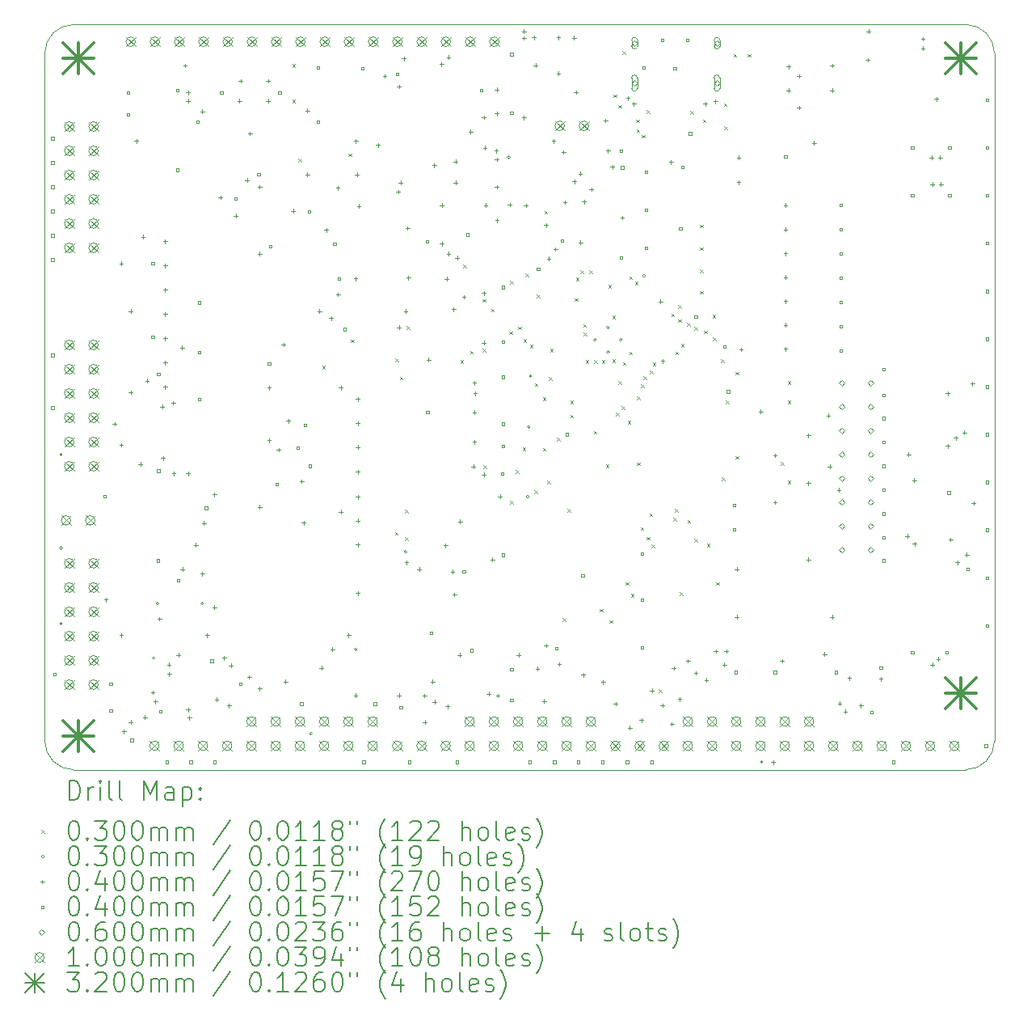
<source format=gbr>
%TF.GenerationSoftware,KiCad,Pcbnew,8.0.8-8.0.8-0~ubuntu22.04.1*%
%TF.CreationDate,2025-02-25T18:23:06-05:00*%
%TF.ProjectId,tinytapeout-demo,74696e79-7461-4706-956f-75742d64656d,2.1.2*%
%TF.SameCoordinates,PX38be5e0PY7d687e0*%
%TF.FileFunction,Drillmap*%
%TF.FilePolarity,Positive*%
%FSLAX45Y45*%
G04 Gerber Fmt 4.5, Leading zero omitted, Abs format (unit mm)*
G04 Created by KiCad (PCBNEW 8.0.8-8.0.8-0~ubuntu22.04.1) date 2025-02-25 18:23:06*
%MOMM*%
%LPD*%
G01*
G04 APERTURE LIST*
%ADD10C,0.100000*%
%ADD11C,0.200000*%
%ADD12C,0.320000*%
G04 APERTURE END LIST*
D10*
X15600000Y-5350000D02*
G75*
G02*
X15900000Y-5650000I0J-300000D01*
G01*
X6250000Y-5350000D02*
X15600000Y-5350000D01*
X15600000Y-13150000D02*
X6250000Y-13150000D01*
X15900000Y-5650000D02*
X15900000Y-12850000D01*
X6250000Y-13150000D02*
G75*
G02*
X5950000Y-12850000I0J300000D01*
G01*
X5950000Y-5650000D02*
G75*
G02*
X6250000Y-5350000I300000J0D01*
G01*
X5950000Y-12850000D02*
X5950000Y-5650000D01*
X15900000Y-12850000D02*
G75*
G02*
X15600000Y-13150000I-300000J0D01*
G01*
D11*
D10*
X8545000Y-5765000D02*
X8575000Y-5795000D01*
X8575000Y-5765000D02*
X8545000Y-5795000D01*
X8545000Y-6135000D02*
X8575000Y-6165000D01*
X8575000Y-6135000D02*
X8545000Y-6165000D01*
X8605000Y-6755000D02*
X8635000Y-6785000D01*
X8635000Y-6755000D02*
X8605000Y-6785000D01*
X8855053Y-8919947D02*
X8885053Y-8949947D01*
X8885053Y-8919947D02*
X8855053Y-8949947D01*
X9130000Y-6700000D02*
X9160000Y-6730000D01*
X9160000Y-6700000D02*
X9130000Y-6730000D01*
X9155000Y-8645000D02*
X9185000Y-8675000D01*
X9185000Y-8645000D02*
X9155000Y-8675000D01*
X9617750Y-10662440D02*
X9647750Y-10692440D01*
X9647750Y-10662440D02*
X9617750Y-10692440D01*
X9625000Y-8845000D02*
X9655000Y-8875000D01*
X9655000Y-8845000D02*
X9625000Y-8875000D01*
X9667750Y-9035000D02*
X9697750Y-9065000D01*
X9697750Y-9035000D02*
X9667750Y-9065000D01*
X9723845Y-10430500D02*
X9753845Y-10460500D01*
X9753845Y-10430500D02*
X9723845Y-10460500D01*
X9725000Y-10715000D02*
X9755000Y-10745000D01*
X9755000Y-10715000D02*
X9725000Y-10745000D01*
X9743000Y-8505000D02*
X9773000Y-8535000D01*
X9773000Y-8505000D02*
X9743000Y-8535000D01*
X10305000Y-8865000D02*
X10335000Y-8895000D01*
X10335000Y-8865000D02*
X10305000Y-8895000D01*
X10335000Y-7865000D02*
X10365000Y-7895000D01*
X10365000Y-7865000D02*
X10335000Y-7895000D01*
X10405000Y-8765000D02*
X10435000Y-8795000D01*
X10435000Y-8765000D02*
X10405000Y-8795000D01*
X10535000Y-8225000D02*
X10565000Y-8255000D01*
X10565000Y-8225000D02*
X10535000Y-8255000D01*
X10535000Y-8745000D02*
X10565000Y-8775000D01*
X10565000Y-8745000D02*
X10535000Y-8775000D01*
X10545000Y-9965000D02*
X10575000Y-9995000D01*
X10575000Y-9965000D02*
X10545000Y-9995000D01*
X10625000Y-8325000D02*
X10655000Y-8355000D01*
X10655000Y-8325000D02*
X10625000Y-8355000D01*
X10817750Y-8562250D02*
X10847750Y-8592250D01*
X10847750Y-8562250D02*
X10817750Y-8592250D01*
X10825000Y-8035000D02*
X10855000Y-8065000D01*
X10855000Y-8035000D02*
X10825000Y-8065000D01*
X10825000Y-10335000D02*
X10855000Y-10365000D01*
X10855000Y-10335000D02*
X10825000Y-10365000D01*
X10885000Y-10015250D02*
X10915000Y-10045250D01*
X10915000Y-10015250D02*
X10885000Y-10045250D01*
X10910003Y-8512250D02*
X10940003Y-8542250D01*
X10940003Y-8512250D02*
X10910003Y-8542250D01*
X10955250Y-9775000D02*
X10985250Y-9805000D01*
X10985250Y-9775000D02*
X10955250Y-9805000D01*
X10966371Y-8640407D02*
X10996371Y-8670407D01*
X10996371Y-8640407D02*
X10966371Y-8670407D01*
X10985000Y-7955000D02*
X11015000Y-7985000D01*
X11015000Y-7955000D02*
X10985000Y-7985000D01*
X11032024Y-8700496D02*
X11062024Y-8730496D01*
X11062024Y-8700496D02*
X11032024Y-8730496D01*
X11080882Y-10225000D02*
X11110882Y-10255000D01*
X11110882Y-10225000D02*
X11080882Y-10255000D01*
X11085000Y-9105000D02*
X11115000Y-9135000D01*
X11115000Y-9105000D02*
X11085000Y-9135000D01*
X11105000Y-8175000D02*
X11135000Y-8205000D01*
X11135000Y-8175000D02*
X11105000Y-8205000D01*
X11167783Y-9252218D02*
X11197782Y-9282218D01*
X11197782Y-9252218D02*
X11167783Y-9282218D01*
X11167783Y-9782909D02*
X11197782Y-9812909D01*
X11197782Y-9782909D02*
X11167783Y-9812909D01*
X11185000Y-7300000D02*
X11215000Y-7330000D01*
X11215000Y-7300000D02*
X11185000Y-7330000D01*
X11215000Y-10125000D02*
X11245000Y-10155000D01*
X11245000Y-10125000D02*
X11215000Y-10155000D01*
X11230000Y-9040000D02*
X11260000Y-9070000D01*
X11260000Y-9040000D02*
X11230000Y-9070000D01*
X11245000Y-8745000D02*
X11275000Y-8775000D01*
X11275000Y-8745000D02*
X11245000Y-8775000D01*
X11317448Y-9676096D02*
X11347448Y-9706096D01*
X11347448Y-9676096D02*
X11317448Y-9706096D01*
X11375000Y-11565000D02*
X11405000Y-11595000D01*
X11405000Y-11565000D02*
X11375000Y-11595000D01*
X11425000Y-10422250D02*
X11455000Y-10452250D01*
X11455000Y-10422250D02*
X11425000Y-10452250D01*
X11455000Y-9285000D02*
X11485000Y-9315000D01*
X11485000Y-9285000D02*
X11455000Y-9315000D01*
X11455000Y-9435000D02*
X11485000Y-9465000D01*
X11485000Y-9435000D02*
X11455000Y-9465000D01*
X11504038Y-8215962D02*
X11534038Y-8245962D01*
X11534038Y-8215962D02*
X11504038Y-8245962D01*
X11515302Y-8001467D02*
X11545302Y-8031467D01*
X11545302Y-8001467D02*
X11515302Y-8031467D01*
X11561320Y-7924121D02*
X11591320Y-7954121D01*
X11591320Y-7924121D02*
X11561320Y-7954121D01*
X11593076Y-8485000D02*
X11623076Y-8515000D01*
X11623076Y-8485000D02*
X11593076Y-8515000D01*
X11595000Y-8575000D02*
X11625000Y-8605000D01*
X11625000Y-8575000D02*
X11595000Y-8605000D01*
X11615000Y-8865000D02*
X11645000Y-8895000D01*
X11645000Y-8865000D02*
X11615000Y-8895000D01*
X11653210Y-7924155D02*
X11683210Y-7954155D01*
X11683210Y-7924155D02*
X11653210Y-7954155D01*
X11703000Y-9605000D02*
X11733000Y-9635000D01*
X11733000Y-9605000D02*
X11703000Y-9635000D01*
X11705000Y-8865000D02*
X11735000Y-8895000D01*
X11735000Y-8865000D02*
X11705000Y-8895000D01*
X11765000Y-11465000D02*
X11795000Y-11495000D01*
X11795000Y-11465000D02*
X11765000Y-11495000D01*
X11785000Y-8865000D02*
X11815000Y-8895000D01*
X11815000Y-8865000D02*
X11785000Y-8895000D01*
X11830070Y-9955250D02*
X11860070Y-9985250D01*
X11860070Y-9955250D02*
X11830070Y-9985250D01*
X11855000Y-8075000D02*
X11885000Y-8105000D01*
X11885000Y-8075000D02*
X11855000Y-8105000D01*
X11865000Y-11585000D02*
X11895000Y-11615000D01*
X11895000Y-11585000D02*
X11865000Y-11615000D01*
X11895000Y-8395000D02*
X11925000Y-8425000D01*
X11925000Y-8395000D02*
X11895000Y-8425000D01*
X11895000Y-8855000D02*
X11925000Y-8885000D01*
X11925000Y-8855000D02*
X11895000Y-8885000D01*
X11910000Y-6080000D02*
X11940000Y-6110000D01*
X11940000Y-6080000D02*
X11910000Y-6110000D01*
X11935000Y-9415000D02*
X11965000Y-9445000D01*
X11965000Y-9415000D02*
X11935000Y-9445000D01*
X11960000Y-6190000D02*
X11990000Y-6220000D01*
X11990000Y-6190000D02*
X11960000Y-6220000D01*
X11960817Y-9083868D02*
X11990817Y-9113868D01*
X11990817Y-9083868D02*
X11960817Y-9113868D01*
X11995524Y-9344389D02*
X12025524Y-9374389D01*
X12025524Y-9344389D02*
X11995524Y-9374389D01*
X12002499Y-5627500D02*
X12032499Y-5657500D01*
X12032499Y-5627500D02*
X12002499Y-5657500D01*
X12004880Y-8882202D02*
X12034880Y-8912202D01*
X12034880Y-8882202D02*
X12004880Y-8912202D01*
X12035000Y-11184999D02*
X12065000Y-11214999D01*
X12065000Y-11184999D02*
X12035000Y-11214999D01*
X12055905Y-9499201D02*
X12085905Y-9529201D01*
X12085905Y-9499201D02*
X12055905Y-9529201D01*
X12073250Y-7987953D02*
X12103250Y-8017953D01*
X12103250Y-7987953D02*
X12073250Y-8017953D01*
X12075000Y-8775000D02*
X12105000Y-8805000D01*
X12105000Y-8775000D02*
X12075000Y-8805000D01*
X12091750Y-11311750D02*
X12121750Y-11341750D01*
X12121750Y-11311750D02*
X12091750Y-11341750D01*
X12132047Y-8042047D02*
X12162047Y-8072047D01*
X12162047Y-8042047D02*
X12132047Y-8072047D01*
X12145000Y-6345000D02*
X12175000Y-6375000D01*
X12175000Y-6345000D02*
X12145000Y-6375000D01*
X12150434Y-6446497D02*
X12180434Y-6476497D01*
X12180434Y-6446497D02*
X12150434Y-6476497D01*
X12152411Y-9932989D02*
X12182411Y-9962989D01*
X12182411Y-9932989D02*
X12152411Y-9962989D01*
X12154396Y-9245000D02*
X12184396Y-9275000D01*
X12184396Y-9245000D02*
X12154396Y-9275000D01*
X12192451Y-10610602D02*
X12222451Y-10640602D01*
X12222451Y-10610602D02*
X12192451Y-10640602D01*
X12198896Y-9116490D02*
X12228896Y-9146490D01*
X12228896Y-9116490D02*
X12198896Y-9146490D01*
X12205000Y-6505000D02*
X12235000Y-6535000D01*
X12235000Y-6505000D02*
X12205000Y-6535000D01*
X12222081Y-9031246D02*
X12252081Y-9061246D01*
X12252081Y-9031246D02*
X12222081Y-9061246D01*
X12255000Y-6245000D02*
X12285000Y-6275000D01*
X12285000Y-6245000D02*
X12255000Y-6275000D01*
X12255000Y-10711160D02*
X12285000Y-10741160D01*
X12285000Y-10711160D02*
X12255000Y-10741160D01*
X12286750Y-10466750D02*
X12316750Y-10496750D01*
X12316750Y-10466750D02*
X12286750Y-10496750D01*
X12290396Y-8975000D02*
X12320396Y-9005000D01*
X12320396Y-8975000D02*
X12290396Y-9005000D01*
X12305000Y-10795000D02*
X12335000Y-10825000D01*
X12335000Y-10795000D02*
X12305000Y-10825000D01*
X12318222Y-8888556D02*
X12348222Y-8918556D01*
X12348222Y-8888556D02*
X12318222Y-8918556D01*
X12385000Y-12308000D02*
X12415000Y-12338000D01*
X12415000Y-12308000D02*
X12385000Y-12338000D01*
X12515000Y-8375000D02*
X12545000Y-8405000D01*
X12545000Y-8375000D02*
X12515000Y-8405000D01*
X12535000Y-10512250D02*
X12565000Y-10542250D01*
X12565000Y-10512250D02*
X12535000Y-10542250D01*
X12551062Y-10422250D02*
X12581062Y-10452250D01*
X12581062Y-10422250D02*
X12551062Y-10452250D01*
X12555000Y-8775000D02*
X12585000Y-8805000D01*
X12585000Y-8775000D02*
X12555000Y-8805000D01*
X12585000Y-8285000D02*
X12615000Y-8315000D01*
X12615000Y-8285000D02*
X12585000Y-8315000D01*
X12585000Y-8435000D02*
X12615000Y-8465000D01*
X12615000Y-8435000D02*
X12585000Y-8465000D01*
X12602250Y-11295040D02*
X12632250Y-11325040D01*
X12632250Y-11295040D02*
X12602250Y-11325040D01*
X12615000Y-8695000D02*
X12645000Y-8725000D01*
X12645000Y-8695000D02*
X12615000Y-8725000D01*
X12679171Y-8474335D02*
X12709171Y-8504335D01*
X12709171Y-8474335D02*
X12679171Y-8504335D01*
X12685000Y-10535000D02*
X12715000Y-10565000D01*
X12715000Y-10535000D02*
X12685000Y-10565000D01*
X12714331Y-6255739D02*
X12744331Y-6285739D01*
X12744331Y-6255739D02*
X12714331Y-6285739D01*
X12757353Y-8513545D02*
X12787353Y-8543545D01*
X12787353Y-8513545D02*
X12757353Y-8543545D01*
X12757750Y-10735000D02*
X12787750Y-10765000D01*
X12787750Y-10735000D02*
X12757750Y-10765000D01*
X12815000Y-7445000D02*
X12845000Y-7475000D01*
X12845000Y-7445000D02*
X12815000Y-7475000D01*
X12815000Y-7680000D02*
X12845000Y-7710000D01*
X12845000Y-7680000D02*
X12815000Y-7710000D01*
X12815000Y-7915000D02*
X12845000Y-7945000D01*
X12845000Y-7915000D02*
X12815000Y-7945000D01*
X12815000Y-8140000D02*
X12845000Y-8170000D01*
X12845000Y-8140000D02*
X12815000Y-8170000D01*
X12845000Y-6345000D02*
X12875000Y-6375000D01*
X12875000Y-6345000D02*
X12845000Y-6375000D01*
X12858369Y-8553500D02*
X12888369Y-8583500D01*
X12888369Y-8553500D02*
X12858369Y-8583500D01*
X12885000Y-10785000D02*
X12915000Y-10815000D01*
X12915000Y-10785000D02*
X12885000Y-10815000D01*
X12945000Y-8390000D02*
X12975000Y-8420000D01*
X12975000Y-8390000D02*
X12945000Y-8420000D01*
X12949750Y-8625000D02*
X12979750Y-8655000D01*
X12979750Y-8625000D02*
X12949750Y-8655000D01*
X12985000Y-11185000D02*
X13015000Y-11215000D01*
X13015000Y-11185000D02*
X12985000Y-11215000D01*
X13035000Y-8855000D02*
X13065000Y-8885000D01*
X13065000Y-8855000D02*
X13035000Y-8885000D01*
X13044402Y-10091250D02*
X13074402Y-10121250D01*
X13074402Y-10091250D02*
X13044402Y-10121250D01*
X13065000Y-6175000D02*
X13095000Y-6205000D01*
X13095000Y-6175000D02*
X13065000Y-6205000D01*
X13070000Y-6415000D02*
X13100000Y-6445000D01*
X13100000Y-6415000D02*
X13070000Y-6445000D01*
X13085000Y-9285000D02*
X13115000Y-9315000D01*
X13115000Y-9285000D02*
X13085000Y-9315000D01*
X13165000Y-5660000D02*
X13195000Y-5690000D01*
X13195000Y-5660000D02*
X13165000Y-5690000D01*
X13185000Y-8985000D02*
X13215000Y-9015000D01*
X13215000Y-8985000D02*
X13185000Y-9015000D01*
X13185000Y-9867750D02*
X13215000Y-9897750D01*
X13215000Y-9867750D02*
X13185000Y-9897750D01*
X13315000Y-5660000D02*
X13345000Y-5690000D01*
X13345000Y-5660000D02*
X13315000Y-5690000D01*
X13663572Y-9930822D02*
X13693572Y-9960822D01*
X13693572Y-9930822D02*
X13663572Y-9960822D01*
X13735000Y-9085000D02*
X13765000Y-9115000D01*
X13765000Y-9085000D02*
X13735000Y-9115000D01*
X13735000Y-9285000D02*
X13765000Y-9315000D01*
X13765000Y-9285000D02*
X13735000Y-9315000D01*
X13735000Y-10125500D02*
X13765000Y-10155500D01*
X13765000Y-10125500D02*
X13735000Y-10155500D01*
X6135000Y-9850000D02*
G75*
G02*
X6105000Y-9850000I-15000J0D01*
G01*
X6105000Y-9850000D02*
G75*
G02*
X6135000Y-9850000I15000J0D01*
G01*
X6135000Y-10830000D02*
G75*
G02*
X6105000Y-10830000I-15000J0D01*
G01*
X6105000Y-10830000D02*
G75*
G02*
X6135000Y-10830000I15000J0D01*
G01*
X6135000Y-11620000D02*
G75*
G02*
X6105000Y-11620000I-15000J0D01*
G01*
X6105000Y-11620000D02*
G75*
G02*
X6135000Y-11620000I15000J0D01*
G01*
X7105000Y-11980000D02*
G75*
G02*
X7075000Y-11980000I-15000J0D01*
G01*
X7075000Y-11980000D02*
G75*
G02*
X7105000Y-11980000I15000J0D01*
G01*
X7145000Y-11410000D02*
G75*
G02*
X7115000Y-11410000I-15000J0D01*
G01*
X7115000Y-11410000D02*
G75*
G02*
X7145000Y-11410000I15000J0D01*
G01*
X7615000Y-11410000D02*
G75*
G02*
X7585000Y-11410000I-15000J0D01*
G01*
X7585000Y-11410000D02*
G75*
G02*
X7615000Y-11410000I15000J0D01*
G01*
X8755000Y-12770000D02*
G75*
G02*
X8725000Y-12770000I-15000J0D01*
G01*
X8725000Y-12770000D02*
G75*
G02*
X8755000Y-12770000I15000J0D01*
G01*
X9225000Y-11890000D02*
G75*
G02*
X9195000Y-11890000I-15000J0D01*
G01*
X9195000Y-11890000D02*
G75*
G02*
X9225000Y-11890000I15000J0D01*
G01*
X9745000Y-10870000D02*
G75*
G02*
X9715000Y-10870000I-15000J0D01*
G01*
X9715000Y-10870000D02*
G75*
G02*
X9745000Y-10870000I15000J0D01*
G01*
X10825000Y-6740000D02*
G75*
G02*
X10795000Y-6740000I-15000J0D01*
G01*
X10795000Y-6740000D02*
G75*
G02*
X10825000Y-6740000I15000J0D01*
G01*
X11025000Y-10290000D02*
G75*
G02*
X10995000Y-10290000I-15000J0D01*
G01*
X10995000Y-10290000D02*
G75*
G02*
X11025000Y-10290000I15000J0D01*
G01*
X11035000Y-9560000D02*
G75*
G02*
X11005000Y-9560000I-15000J0D01*
G01*
X11005000Y-9560000D02*
G75*
G02*
X11035000Y-9560000I15000J0D01*
G01*
X11055000Y-9030000D02*
G75*
G02*
X11025000Y-9030000I-15000J0D01*
G01*
X11025000Y-9030000D02*
G75*
G02*
X11055000Y-9030000I15000J0D01*
G01*
X11730000Y-8650000D02*
G75*
G02*
X11700000Y-8650000I-15000J0D01*
G01*
X11700000Y-8650000D02*
G75*
G02*
X11730000Y-8650000I15000J0D01*
G01*
X11865000Y-8520000D02*
G75*
G02*
X11835000Y-8520000I-15000J0D01*
G01*
X11835000Y-8520000D02*
G75*
G02*
X11865000Y-8520000I15000J0D01*
G01*
X11865000Y-8780000D02*
G75*
G02*
X11835000Y-8780000I-15000J0D01*
G01*
X11835000Y-8780000D02*
G75*
G02*
X11865000Y-8780000I15000J0D01*
G01*
X12000000Y-8650000D02*
G75*
G02*
X11970000Y-8650000I-15000J0D01*
G01*
X11970000Y-8650000D02*
G75*
G02*
X12000000Y-8650000I15000J0D01*
G01*
X12245000Y-7980000D02*
G75*
G02*
X12215000Y-7980000I-15000J0D01*
G01*
X12215000Y-7980000D02*
G75*
G02*
X12245000Y-7980000I15000J0D01*
G01*
X13475000Y-13070000D02*
G75*
G02*
X13445000Y-13070000I-15000J0D01*
G01*
X13445000Y-13070000D02*
G75*
G02*
X13475000Y-13070000I15000J0D01*
G01*
X6590000Y-11350000D02*
X6590000Y-11390000D01*
X6570000Y-11370000D02*
X6610000Y-11370000D01*
X6680000Y-9510000D02*
X6680000Y-9550000D01*
X6660000Y-9530000D02*
X6700000Y-9530000D01*
X6750000Y-7830000D02*
X6750000Y-7870000D01*
X6730000Y-7850000D02*
X6770000Y-7850000D01*
X6750000Y-9730000D02*
X6750000Y-9770000D01*
X6730000Y-9750000D02*
X6770000Y-9750000D01*
X6750000Y-11723250D02*
X6750000Y-11763250D01*
X6730000Y-11743250D02*
X6770000Y-11743250D01*
X6780000Y-12730000D02*
X6780000Y-12770000D01*
X6760000Y-12750000D02*
X6800000Y-12750000D01*
X6850000Y-8330000D02*
X6850000Y-8370000D01*
X6830000Y-8350000D02*
X6870000Y-8350000D01*
X6850000Y-9180000D02*
X6850000Y-9220000D01*
X6830000Y-9200000D02*
X6870000Y-9200000D01*
X6850000Y-12630000D02*
X6850000Y-12670000D01*
X6830000Y-12650000D02*
X6870000Y-12650000D01*
X6910001Y-6550000D02*
X6910001Y-6590000D01*
X6890001Y-6570000D02*
X6930001Y-6570000D01*
X6950000Y-9930000D02*
X6950000Y-9970000D01*
X6930000Y-9950000D02*
X6970000Y-9950000D01*
X6980000Y-7550000D02*
X6980000Y-7590000D01*
X6960000Y-7570000D02*
X7000000Y-7570000D01*
X7000000Y-12580000D02*
X7000000Y-12620000D01*
X6980000Y-12600000D02*
X7020000Y-12600000D01*
X7022250Y-9057750D02*
X7022250Y-9097750D01*
X7002250Y-9077750D02*
X7042250Y-9077750D01*
X7080000Y-12320000D02*
X7080000Y-12360000D01*
X7060000Y-12340000D02*
X7100000Y-12340000D01*
X7109433Y-12415571D02*
X7109433Y-12455571D01*
X7089433Y-12435571D02*
X7129433Y-12435571D01*
X7151088Y-11550250D02*
X7151088Y-11590250D01*
X7131088Y-11570250D02*
X7171088Y-11570250D01*
X7180000Y-9330000D02*
X7180000Y-9370000D01*
X7160000Y-9350000D02*
X7200000Y-9350000D01*
X7189500Y-9869500D02*
X7189500Y-9909500D01*
X7169500Y-9889500D02*
X7209500Y-9889500D01*
X7210000Y-7600000D02*
X7210000Y-7640000D01*
X7190000Y-7620000D02*
X7230000Y-7620000D01*
X7210000Y-7854000D02*
X7210000Y-7894000D01*
X7190000Y-7874000D02*
X7230000Y-7874000D01*
X7210000Y-8108000D02*
X7210000Y-8148000D01*
X7190000Y-8128000D02*
X7230000Y-8128000D01*
X7210000Y-8362000D02*
X7210000Y-8402000D01*
X7190000Y-8382000D02*
X7230000Y-8382000D01*
X7210000Y-8616000D02*
X7210000Y-8656000D01*
X7190000Y-8636000D02*
X7230000Y-8636000D01*
X7210000Y-8870000D02*
X7210000Y-8910000D01*
X7190000Y-8890000D02*
X7230000Y-8890000D01*
X7210000Y-9124000D02*
X7210000Y-9164000D01*
X7190000Y-9144000D02*
X7230000Y-9144000D01*
X7250000Y-12030000D02*
X7250000Y-12070000D01*
X7230000Y-12050000D02*
X7270000Y-12050000D01*
X7252130Y-12129978D02*
X7252130Y-12169978D01*
X7232130Y-12149978D02*
X7272130Y-12149978D01*
X7295000Y-9290000D02*
X7295000Y-9330000D01*
X7275000Y-9310000D02*
X7315000Y-9310000D01*
X7300000Y-10030000D02*
X7300000Y-10070000D01*
X7280000Y-10050000D02*
X7320000Y-10050000D01*
X7350000Y-11930000D02*
X7350000Y-11970000D01*
X7330000Y-11950000D02*
X7370000Y-11950000D01*
X7386993Y-8712143D02*
X7386993Y-8752143D01*
X7366993Y-8732143D02*
X7406993Y-8732143D01*
X7390000Y-11030000D02*
X7390000Y-11070000D01*
X7370000Y-11050000D02*
X7410000Y-11050000D01*
X7420000Y-5760000D02*
X7420000Y-5800000D01*
X7400000Y-5780000D02*
X7440000Y-5780000D01*
X7450000Y-6040000D02*
X7450000Y-6080000D01*
X7430000Y-6060000D02*
X7470000Y-6060000D01*
X7450000Y-6130000D02*
X7450000Y-6170000D01*
X7430000Y-6150000D02*
X7470000Y-6150000D01*
X7450000Y-10030000D02*
X7450000Y-10070000D01*
X7430000Y-10050000D02*
X7470000Y-10050000D01*
X7450000Y-12500000D02*
X7450000Y-12540000D01*
X7430000Y-12520000D02*
X7470000Y-12520000D01*
X7463206Y-12586793D02*
X7463206Y-12626793D01*
X7443206Y-12606793D02*
X7483206Y-12606793D01*
X7532000Y-10777623D02*
X7532000Y-10817623D01*
X7512000Y-10797623D02*
X7552000Y-10797623D01*
X7600000Y-6240000D02*
X7600000Y-6280000D01*
X7580000Y-6260000D02*
X7620000Y-6260000D01*
X7600000Y-11080000D02*
X7600000Y-11120000D01*
X7580000Y-11100000D02*
X7620000Y-11100000D01*
X7615933Y-10547000D02*
X7615933Y-10587000D01*
X7595933Y-10567000D02*
X7635933Y-10567000D01*
X7651088Y-11723250D02*
X7651088Y-11763250D01*
X7631088Y-11743250D02*
X7671088Y-11743250D01*
X7727750Y-10250000D02*
X7727750Y-10290000D01*
X7707750Y-10270000D02*
X7747750Y-10270000D01*
X7727750Y-11430000D02*
X7727750Y-11470000D01*
X7707750Y-11450000D02*
X7747750Y-11450000D01*
X7750000Y-12395250D02*
X7750000Y-12435250D01*
X7730000Y-12415250D02*
X7770000Y-12415250D01*
X7790000Y-7140000D02*
X7790000Y-7180000D01*
X7770000Y-7160000D02*
X7810000Y-7160000D01*
X7827750Y-11960000D02*
X7827750Y-12000000D01*
X7807750Y-11980000D02*
X7847750Y-11980000D01*
X7880000Y-12460000D02*
X7880000Y-12500000D01*
X7860000Y-12480000D02*
X7900000Y-12480000D01*
X7900000Y-12040000D02*
X7900000Y-12080000D01*
X7880000Y-12060000D02*
X7920000Y-12060000D01*
X7950000Y-7330000D02*
X7950000Y-7370000D01*
X7930000Y-7350000D02*
X7970000Y-7350000D01*
X7990000Y-6130000D02*
X7990000Y-6170000D01*
X7970000Y-6150000D02*
X8010000Y-6150000D01*
X8000000Y-5920000D02*
X8000000Y-5960000D01*
X7980000Y-5940000D02*
X8020000Y-5940000D01*
X8070000Y-6960000D02*
X8070000Y-7000000D01*
X8050000Y-6980000D02*
X8090000Y-6980000D01*
X8090000Y-12160000D02*
X8090000Y-12200000D01*
X8070000Y-12180000D02*
X8110000Y-12180000D01*
X8100000Y-6470000D02*
X8100000Y-6510000D01*
X8080000Y-6490000D02*
X8120000Y-6490000D01*
X8200000Y-7030000D02*
X8200000Y-7070000D01*
X8180000Y-7050000D02*
X8220000Y-7050000D01*
X8200000Y-7730000D02*
X8200000Y-7770000D01*
X8180000Y-7750000D02*
X8220000Y-7750000D01*
X8200000Y-10380000D02*
X8200000Y-10420000D01*
X8180000Y-10400000D02*
X8220000Y-10400000D01*
X8200000Y-12280000D02*
X8200000Y-12320000D01*
X8180000Y-12300000D02*
X8220000Y-12300000D01*
X8290000Y-5920000D02*
X8290000Y-5960000D01*
X8270000Y-5940000D02*
X8310000Y-5940000D01*
X8290000Y-6130000D02*
X8290000Y-6170000D01*
X8270000Y-6150000D02*
X8310000Y-6150000D01*
X8300000Y-9130000D02*
X8300000Y-9170000D01*
X8280000Y-9150000D02*
X8320000Y-9150000D01*
X8300000Y-9682250D02*
X8300000Y-9722250D01*
X8280000Y-9702250D02*
X8320000Y-9702250D01*
X8400000Y-9780000D02*
X8400000Y-9820000D01*
X8380000Y-9800000D02*
X8420000Y-9800000D01*
X8450000Y-8680000D02*
X8450000Y-8720000D01*
X8430000Y-8700000D02*
X8470000Y-8700000D01*
X8472251Y-12207750D02*
X8472251Y-12247750D01*
X8452251Y-12227750D02*
X8492251Y-12227750D01*
X8500000Y-9480000D02*
X8500000Y-9520000D01*
X8480000Y-9500000D02*
X8520000Y-9500000D01*
X8550000Y-7280000D02*
X8550000Y-7320000D01*
X8530000Y-7300000D02*
X8570000Y-7300000D01*
X8640000Y-10110000D02*
X8640000Y-10150000D01*
X8620000Y-10130000D02*
X8660000Y-10130000D01*
X8660000Y-10544500D02*
X8660000Y-10584500D01*
X8640000Y-10564500D02*
X8680000Y-10564500D01*
X8700000Y-6230000D02*
X8700000Y-6270000D01*
X8680000Y-6250000D02*
X8720000Y-6250000D01*
X8700000Y-6900000D02*
X8700000Y-6940000D01*
X8680000Y-6920000D02*
X8720000Y-6920000D01*
X8827750Y-8330000D02*
X8827750Y-8370000D01*
X8807750Y-8350000D02*
X8847750Y-8350000D01*
X8848912Y-12063250D02*
X8848912Y-12103250D01*
X8828912Y-12083250D02*
X8868912Y-12083250D01*
X8900000Y-7480000D02*
X8900000Y-7520000D01*
X8880000Y-7500000D02*
X8920000Y-7500000D01*
X8950000Y-8402250D02*
X8950000Y-8442250D01*
X8930000Y-8422250D02*
X8970000Y-8422250D01*
X8964051Y-11867750D02*
X8964051Y-11907750D01*
X8944051Y-11887750D02*
X8984051Y-11887750D01*
X9020000Y-7040000D02*
X9020000Y-7080000D01*
X9000000Y-7060000D02*
X9040000Y-7060000D01*
X9022250Y-8155000D02*
X9022250Y-8195000D01*
X9002250Y-8175000D02*
X9042250Y-8175000D01*
X9050000Y-9130000D02*
X9050000Y-9170000D01*
X9030000Y-9150000D02*
X9070000Y-9150000D01*
X9050000Y-10430500D02*
X9050000Y-10470500D01*
X9030000Y-10450500D02*
X9070000Y-10450500D01*
X9131500Y-11723250D02*
X9131500Y-11763250D01*
X9111500Y-11743250D02*
X9151500Y-11743250D01*
X9206597Y-12352250D02*
X9206597Y-12392250D01*
X9186597Y-12372250D02*
X9226597Y-12372250D01*
X9207000Y-7987000D02*
X9207000Y-8027000D01*
X9187000Y-8007000D02*
X9227000Y-8007000D01*
X9210000Y-6550000D02*
X9210000Y-6590000D01*
X9190000Y-6570000D02*
X9230000Y-6570000D01*
X9220000Y-6900000D02*
X9220000Y-6940000D01*
X9200000Y-6920000D02*
X9240000Y-6920000D01*
X9227750Y-9503000D02*
X9227750Y-9543000D01*
X9207750Y-9523000D02*
X9247750Y-9523000D01*
X9227750Y-9753000D02*
X9227750Y-9793000D01*
X9207750Y-9773000D02*
X9247750Y-9773000D01*
X9227750Y-10013000D02*
X9227750Y-10053000D01*
X9207750Y-10033000D02*
X9247750Y-10033000D01*
X9227750Y-10273000D02*
X9227750Y-10313000D01*
X9207750Y-10293000D02*
X9247750Y-10293000D01*
X9227750Y-10523000D02*
X9227750Y-10563000D01*
X9207750Y-10543000D02*
X9247750Y-10543000D01*
X9227750Y-10773000D02*
X9227750Y-10813000D01*
X9207750Y-10793000D02*
X9247750Y-10793000D01*
X9227750Y-11283000D02*
X9227750Y-11323000D01*
X9207750Y-11303000D02*
X9247750Y-11303000D01*
X9230000Y-9250000D02*
X9230000Y-9290000D01*
X9210000Y-9270000D02*
X9250000Y-9270000D01*
X9240000Y-7230000D02*
X9240000Y-7270000D01*
X9220000Y-7250000D02*
X9260000Y-7250000D01*
X9440000Y-6590000D02*
X9440000Y-6630000D01*
X9420000Y-6610000D02*
X9460000Y-6610000D01*
X9510000Y-5870000D02*
X9510000Y-5910000D01*
X9490000Y-5890000D02*
X9530000Y-5890000D01*
X9651159Y-7079282D02*
X9651159Y-7119282D01*
X9631159Y-7099282D02*
X9671159Y-7099282D01*
X9660000Y-5980000D02*
X9660000Y-6020000D01*
X9640000Y-6000000D02*
X9680000Y-6000000D01*
X9660000Y-8500000D02*
X9660000Y-8540000D01*
X9640000Y-8520000D02*
X9680000Y-8520000D01*
X9660860Y-12352250D02*
X9660860Y-12392250D01*
X9640860Y-12372250D02*
X9680860Y-12372250D01*
X9677750Y-6982882D02*
X9677750Y-7022882D01*
X9657750Y-7002882D02*
X9697750Y-7002882D01*
X9711901Y-5684078D02*
X9711901Y-5724078D01*
X9691901Y-5704078D02*
X9731901Y-5704078D01*
X9730000Y-8330000D02*
X9730000Y-8370000D01*
X9710000Y-8350000D02*
X9750000Y-8350000D01*
X9740001Y-10960000D02*
X9740001Y-11000000D01*
X9720001Y-10980000D02*
X9760001Y-10980000D01*
X9750000Y-7460000D02*
X9750000Y-7500000D01*
X9730000Y-7480000D02*
X9770000Y-7480000D01*
X9760000Y-7980000D02*
X9760000Y-8020000D01*
X9740000Y-8000000D02*
X9780000Y-8000000D01*
X9872250Y-11030000D02*
X9872250Y-11070000D01*
X9852250Y-11050000D02*
X9892250Y-11050000D01*
X9928143Y-12355250D02*
X9928143Y-12395250D01*
X9908143Y-12375250D02*
X9948143Y-12375250D01*
X9930000Y-12630000D02*
X9930000Y-12670000D01*
X9910000Y-12650000D02*
X9950000Y-12650000D01*
X9970000Y-8837000D02*
X9970000Y-8877000D01*
X9950000Y-8857000D02*
X9990000Y-8857000D01*
X10012029Y-12207750D02*
X10012029Y-12247750D01*
X9992029Y-12227750D02*
X10032029Y-12227750D01*
X10028950Y-6803116D02*
X10028950Y-6843116D01*
X10008950Y-6823116D02*
X10048950Y-6823116D01*
X10032962Y-12418250D02*
X10032962Y-12458250D01*
X10012962Y-12438250D02*
X10052962Y-12438250D01*
X10107044Y-5744434D02*
X10107044Y-5784434D01*
X10087044Y-5764434D02*
X10127044Y-5764434D01*
X10107750Y-7220000D02*
X10107750Y-7260000D01*
X10087750Y-7240000D02*
X10127750Y-7240000D01*
X10107750Y-7623000D02*
X10107750Y-7663000D01*
X10087750Y-7643000D02*
X10127750Y-7643000D01*
X10150000Y-10781000D02*
X10150000Y-10821000D01*
X10130000Y-10801000D02*
X10170000Y-10801000D01*
X10160000Y-7990000D02*
X10160000Y-8030000D01*
X10140000Y-8010000D02*
X10180000Y-8010000D01*
X10168049Y-12468250D02*
X10168049Y-12508250D01*
X10148049Y-12488250D02*
X10188049Y-12488250D01*
X10180000Y-7730000D02*
X10180000Y-7770000D01*
X10160000Y-7750000D02*
X10200000Y-7750000D01*
X10180437Y-5672184D02*
X10180437Y-5712184D01*
X10160437Y-5692184D02*
X10200437Y-5692184D01*
X10222250Y-11057750D02*
X10222250Y-11097750D01*
X10202250Y-11077750D02*
X10242250Y-11077750D01*
X10231714Y-8310536D02*
X10231714Y-8350536D01*
X10211714Y-8330536D02*
X10251714Y-8330536D01*
X10242250Y-11297000D02*
X10242250Y-11337000D01*
X10222250Y-11317000D02*
X10262250Y-11317000D01*
X10252250Y-6762799D02*
X10252250Y-6802799D01*
X10232250Y-6782799D02*
X10272250Y-6782799D01*
X10252250Y-6984824D02*
X10252250Y-7024824D01*
X10232250Y-7004824D02*
X10272250Y-7004824D01*
X10270579Y-7772374D02*
X10270579Y-7812374D01*
X10250579Y-7792374D02*
X10290579Y-7792374D01*
X10295760Y-11929236D02*
X10295760Y-11969236D01*
X10275760Y-11949236D02*
X10315760Y-11949236D01*
X10300000Y-10530000D02*
X10300000Y-10570000D01*
X10280000Y-10550000D02*
X10320000Y-10550000D01*
X10340000Y-8180000D02*
X10340000Y-8220000D01*
X10320000Y-8200000D02*
X10360000Y-8200000D01*
X10410000Y-6450000D02*
X10410000Y-6490000D01*
X10390000Y-6470000D02*
X10430000Y-6470000D01*
X10440000Y-9955250D02*
X10440000Y-9995250D01*
X10420000Y-9975250D02*
X10460000Y-9975250D01*
X10450000Y-9080000D02*
X10450000Y-9120000D01*
X10430000Y-9100000D02*
X10470000Y-9100000D01*
X10450000Y-9390000D02*
X10450000Y-9430000D01*
X10430000Y-9410000D02*
X10470000Y-9410000D01*
X10450000Y-9700000D02*
X10450000Y-9740000D01*
X10430000Y-9720000D02*
X10470000Y-9720000D01*
X10460000Y-9190000D02*
X10460000Y-9230000D01*
X10440000Y-9210000D02*
X10480000Y-9210000D01*
X10550000Y-6300000D02*
X10550000Y-6340000D01*
X10530000Y-6320000D02*
X10570000Y-6320000D01*
X10550000Y-8140000D02*
X10550000Y-8180000D01*
X10530000Y-8160000D02*
X10570000Y-8160000D01*
X10550000Y-8660000D02*
X10550000Y-8700000D01*
X10530000Y-8680000D02*
X10570000Y-8680000D01*
X10550000Y-10040000D02*
X10550000Y-10080000D01*
X10530000Y-10060000D02*
X10570000Y-10060000D01*
X10560000Y-6620000D02*
X10560000Y-6660000D01*
X10540000Y-6640000D02*
X10580000Y-6640000D01*
X10570000Y-7220000D02*
X10570000Y-7260000D01*
X10550000Y-7240000D02*
X10590000Y-7240000D01*
X10600000Y-12335250D02*
X10600000Y-12375250D01*
X10580000Y-12355250D02*
X10620000Y-12355250D01*
X10640000Y-10930000D02*
X10640000Y-10970000D01*
X10620000Y-10950000D02*
X10660000Y-10950000D01*
X10680000Y-6650000D02*
X10680000Y-6690000D01*
X10660000Y-6670000D02*
X10700000Y-6670000D01*
X10684245Y-6261491D02*
X10684245Y-6301491D01*
X10664245Y-6281491D02*
X10704245Y-6281491D01*
X10684245Y-6740000D02*
X10684245Y-6780000D01*
X10664245Y-6760000D02*
X10704245Y-6760000D01*
X10684245Y-7030000D02*
X10684245Y-7070000D01*
X10664245Y-7050000D02*
X10704245Y-7050000D01*
X10685578Y-6009243D02*
X10685578Y-6049243D01*
X10665578Y-6029243D02*
X10705578Y-6029243D01*
X10688000Y-7380000D02*
X10688000Y-7420000D01*
X10668000Y-7400000D02*
X10708000Y-7400000D01*
X10695469Y-12355113D02*
X10695469Y-12395113D01*
X10675469Y-12375113D02*
X10715469Y-12375113D01*
X10720000Y-10270000D02*
X10720000Y-10310000D01*
X10700000Y-10290000D02*
X10740000Y-10290000D01*
X10820000Y-7215000D02*
X10820000Y-7255000D01*
X10800000Y-7235000D02*
X10840000Y-7235000D01*
X10913462Y-11929236D02*
X10913462Y-11969236D01*
X10893462Y-11949236D02*
X10933462Y-11949236D01*
X10969057Y-5470005D02*
X10969057Y-5510005D01*
X10949057Y-5490005D02*
X10989057Y-5490005D01*
X10970000Y-5400000D02*
X10970000Y-5440000D01*
X10950000Y-5420000D02*
X10990000Y-5420000D01*
X10970000Y-6305000D02*
X10970000Y-6345000D01*
X10950000Y-6325000D02*
X10990000Y-6325000D01*
X10990007Y-7223504D02*
X10990007Y-7263504D01*
X10970007Y-7243504D02*
X11010007Y-7243504D01*
X11075000Y-5465000D02*
X11075000Y-5505000D01*
X11055000Y-5485000D02*
X11095000Y-5485000D01*
X11090000Y-5755000D02*
X11090000Y-5795000D01*
X11070000Y-5775000D02*
X11110000Y-5775000D01*
X11111710Y-12073736D02*
X11111710Y-12113736D01*
X11091710Y-12093736D02*
X11131710Y-12093736D01*
X11180000Y-12410000D02*
X11180000Y-12450000D01*
X11160000Y-12430000D02*
X11200000Y-12430000D01*
X11200000Y-7430000D02*
X11200000Y-7470000D01*
X11180000Y-7450000D02*
X11220000Y-7450000D01*
X11200000Y-11830000D02*
X11200000Y-11870000D01*
X11180000Y-11850000D02*
X11220000Y-11850000D01*
X11230000Y-7780000D02*
X11230000Y-7820000D01*
X11210000Y-7800000D02*
X11250000Y-7800000D01*
X11280000Y-6550000D02*
X11280000Y-6590000D01*
X11260000Y-6570000D02*
X11300000Y-6570000D01*
X11300000Y-7680000D02*
X11300000Y-7720000D01*
X11280000Y-7700000D02*
X11320000Y-7700000D01*
X11330000Y-5465000D02*
X11330000Y-5505000D01*
X11310000Y-5485000D02*
X11350000Y-5485000D01*
X11330000Y-5840000D02*
X11330000Y-5880000D01*
X11310000Y-5860000D02*
X11350000Y-5860000D01*
X11338892Y-12025500D02*
X11338892Y-12065500D01*
X11318892Y-12045500D02*
X11358892Y-12045500D01*
X11385000Y-6665000D02*
X11385000Y-6705000D01*
X11365000Y-6685000D02*
X11405000Y-6685000D01*
X11400000Y-7190000D02*
X11400000Y-7230000D01*
X11380000Y-7210000D02*
X11420000Y-7210000D01*
X11495126Y-5468312D02*
X11495126Y-5508312D01*
X11475126Y-5488312D02*
X11515126Y-5488312D01*
X11498200Y-6972400D02*
X11498200Y-7012400D01*
X11478200Y-6992400D02*
X11518200Y-6992400D01*
X11515427Y-6038619D02*
X11515427Y-6078619D01*
X11495427Y-6058619D02*
X11535427Y-6058619D01*
X11560000Y-6890000D02*
X11560000Y-6930000D01*
X11540000Y-6910000D02*
X11580000Y-6910000D01*
X11561997Y-7611997D02*
X11561997Y-7651997D01*
X11541997Y-7631997D02*
X11581997Y-7631997D01*
X11590000Y-12137750D02*
X11590000Y-12177750D01*
X11570000Y-12157750D02*
X11610000Y-12157750D01*
X11598398Y-7184275D02*
X11598398Y-7224275D01*
X11578398Y-7204275D02*
X11618398Y-7204275D01*
X11675000Y-7055000D02*
X11675000Y-7095000D01*
X11655000Y-7075000D02*
X11695000Y-7075000D01*
X11800000Y-12212250D02*
X11800000Y-12252250D01*
X11780000Y-12232250D02*
X11820000Y-12232250D01*
X11825000Y-6335000D02*
X11825000Y-6375000D01*
X11805000Y-6355000D02*
X11845000Y-6355000D01*
X11850000Y-6650000D02*
X11850000Y-6690000D01*
X11830000Y-6670000D02*
X11870000Y-6670000D01*
X11896143Y-6819534D02*
X11896143Y-6859534D01*
X11876143Y-6839534D02*
X11916143Y-6839534D01*
X11930000Y-12440000D02*
X11930000Y-12480000D01*
X11910000Y-12460000D02*
X11950000Y-12460000D01*
X12000000Y-7350000D02*
X12000000Y-7390000D01*
X11980000Y-7370000D02*
X12020000Y-7370000D01*
X12059999Y-6100000D02*
X12059999Y-6140000D01*
X12039999Y-6120000D02*
X12079999Y-6120000D01*
X12080000Y-12690000D02*
X12080000Y-12730000D01*
X12060000Y-12710000D02*
X12100000Y-12710000D01*
X12120000Y-6160000D02*
X12120000Y-6200000D01*
X12100000Y-6180000D02*
X12140000Y-6180000D01*
X12200000Y-12610000D02*
X12200000Y-12650000D01*
X12180000Y-12630000D02*
X12220000Y-12630000D01*
X12310000Y-12300000D02*
X12310000Y-12340000D01*
X12290000Y-12320000D02*
X12330000Y-12320000D01*
X12400000Y-8230000D02*
X12400000Y-8270000D01*
X12380000Y-8250000D02*
X12420000Y-8250000D01*
X12420000Y-12455250D02*
X12420000Y-12495250D01*
X12400000Y-12475250D02*
X12440000Y-12475250D01*
X12423562Y-8852587D02*
X12423562Y-8892587D01*
X12403562Y-8872587D02*
X12443562Y-8872587D01*
X12510000Y-6770000D02*
X12510000Y-6810000D01*
X12490000Y-6790000D02*
X12530000Y-6790000D01*
X12520000Y-12650000D02*
X12520000Y-12690000D01*
X12500000Y-12670000D02*
X12540000Y-12670000D01*
X12540000Y-12067750D02*
X12540000Y-12107750D01*
X12520000Y-12087750D02*
X12560000Y-12087750D01*
X12600000Y-12390000D02*
X12600000Y-12430000D01*
X12580000Y-12410000D02*
X12620000Y-12410000D01*
X12689500Y-11990000D02*
X12689500Y-12030000D01*
X12669500Y-12010000D02*
X12709500Y-12010000D01*
X12770000Y-12117750D02*
X12770000Y-12157750D01*
X12750000Y-12137750D02*
X12790000Y-12137750D01*
X12870000Y-6160000D02*
X12870000Y-6200000D01*
X12850000Y-6180000D02*
X12890000Y-6180000D01*
X12880000Y-12190000D02*
X12880000Y-12230000D01*
X12860000Y-12210000D02*
X12900000Y-12210000D01*
X12975000Y-6135000D02*
X12975000Y-6175000D01*
X12955000Y-6155000D02*
X12995000Y-6155000D01*
X12980000Y-11890000D02*
X12980000Y-11930000D01*
X12960000Y-11910000D02*
X13000000Y-11910000D01*
X13070000Y-12030000D02*
X13070000Y-12070000D01*
X13050000Y-12050000D02*
X13090000Y-12050000D01*
X13090000Y-11890000D02*
X13090000Y-11930000D01*
X13070000Y-11910000D02*
X13110000Y-11910000D01*
X13200000Y-11030000D02*
X13200000Y-11070000D01*
X13180000Y-11050000D02*
X13220000Y-11050000D01*
X13200000Y-11530000D02*
X13200000Y-11570000D01*
X13180000Y-11550000D02*
X13220000Y-11550000D01*
X13220000Y-6720000D02*
X13220000Y-6760000D01*
X13200000Y-6740000D02*
X13240000Y-6740000D01*
X13220000Y-6980000D02*
X13220000Y-7020000D01*
X13200000Y-7000000D02*
X13240000Y-7000000D01*
X13245000Y-8730000D02*
X13245000Y-8770000D01*
X13225000Y-8750000D02*
X13265000Y-8750000D01*
X13450000Y-9380000D02*
X13450000Y-9420000D01*
X13430000Y-9400000D02*
X13470000Y-9400000D01*
X13580000Y-13050000D02*
X13580000Y-13090000D01*
X13560000Y-13070000D02*
X13600000Y-13070000D01*
X13600000Y-9840000D02*
X13600000Y-9880000D01*
X13580000Y-9860000D02*
X13620000Y-9860000D01*
X13600000Y-10330000D02*
X13600000Y-10370000D01*
X13580000Y-10350000D02*
X13620000Y-10350000D01*
X13672250Y-11989723D02*
X13672250Y-12029723D01*
X13652250Y-12009723D02*
X13692250Y-12009723D01*
X13710000Y-7220000D02*
X13710000Y-7260000D01*
X13690000Y-7240000D02*
X13730000Y-7240000D01*
X13710000Y-7475000D02*
X13710000Y-7515000D01*
X13690000Y-7495000D02*
X13730000Y-7495000D01*
X13710000Y-7725000D02*
X13710000Y-7765000D01*
X13690000Y-7745000D02*
X13730000Y-7745000D01*
X13710000Y-7975000D02*
X13710000Y-8015000D01*
X13690000Y-7995000D02*
X13730000Y-7995000D01*
X13710000Y-8225000D02*
X13710000Y-8265000D01*
X13690000Y-8245000D02*
X13730000Y-8245000D01*
X13710000Y-8475000D02*
X13710000Y-8515000D01*
X13690000Y-8495000D02*
X13730000Y-8495000D01*
X13710000Y-8725000D02*
X13710000Y-8765000D01*
X13690000Y-8745000D02*
X13730000Y-8745000D01*
X13740000Y-5770000D02*
X13740000Y-5810000D01*
X13720000Y-5790000D02*
X13760000Y-5790000D01*
X13740000Y-6020000D02*
X13740000Y-6060000D01*
X13720000Y-6040000D02*
X13760000Y-6040000D01*
X13850000Y-5870000D02*
X13850000Y-5910000D01*
X13830000Y-5890000D02*
X13870000Y-5890000D01*
X13850000Y-6200000D02*
X13850000Y-6240000D01*
X13830000Y-6220000D02*
X13870000Y-6220000D01*
X13950000Y-9630000D02*
X13950000Y-9670000D01*
X13930000Y-9650000D02*
X13970000Y-9650000D01*
X13950000Y-10132000D02*
X13950000Y-10172000D01*
X13930000Y-10152000D02*
X13970000Y-10152000D01*
X13950000Y-10930000D02*
X13950000Y-10970000D01*
X13930000Y-10950000D02*
X13970000Y-10950000D01*
X14010000Y-6570000D02*
X14010000Y-6610000D01*
X13990000Y-6590000D02*
X14030000Y-6590000D01*
X14120000Y-11920000D02*
X14120000Y-11960000D01*
X14100000Y-11940000D02*
X14140000Y-11940000D01*
X14158911Y-9421089D02*
X14158911Y-9461089D01*
X14138911Y-9441089D02*
X14178911Y-9441089D01*
X14172960Y-9955137D02*
X14172960Y-9995137D01*
X14152960Y-9975137D02*
X14192960Y-9975137D01*
X14200000Y-5760000D02*
X14200000Y-5800000D01*
X14180000Y-5780000D02*
X14220000Y-5780000D01*
X14200000Y-6020000D02*
X14200000Y-6060000D01*
X14180000Y-6040000D02*
X14220000Y-6040000D01*
X14200000Y-11530000D02*
X14200000Y-11570000D01*
X14180000Y-11550000D02*
X14220000Y-11550000D01*
X14270000Y-10200000D02*
X14270000Y-10240000D01*
X14250000Y-10220000D02*
X14290000Y-10220000D01*
X14277759Y-12436000D02*
X14277759Y-12476000D01*
X14257759Y-12456000D02*
X14297759Y-12456000D01*
X14336316Y-12520000D02*
X14336316Y-12560000D01*
X14316316Y-12540000D02*
X14356316Y-12540000D01*
X14380000Y-12170000D02*
X14380000Y-12210000D01*
X14360000Y-12190000D02*
X14400000Y-12190000D01*
X14500000Y-12460000D02*
X14500000Y-12500000D01*
X14480000Y-12480000D02*
X14520000Y-12480000D01*
X14570000Y-5700000D02*
X14570000Y-5740000D01*
X14550000Y-5720000D02*
X14590000Y-5720000D01*
X14580000Y-5400000D02*
X14580000Y-5440000D01*
X14560000Y-5420000D02*
X14600000Y-5420000D01*
X14710000Y-12180000D02*
X14710000Y-12220000D01*
X14690000Y-12200000D02*
X14730000Y-12200000D01*
X14985000Y-10684347D02*
X14985000Y-10724347D01*
X14965000Y-10704347D02*
X15005000Y-10704347D01*
X15000000Y-9830000D02*
X15000000Y-9870000D01*
X14980000Y-9850000D02*
X15020000Y-9850000D01*
X15060000Y-10100000D02*
X15060000Y-10140000D01*
X15040000Y-10120000D02*
X15080000Y-10120000D01*
X15063033Y-10766967D02*
X15063033Y-10806967D01*
X15043033Y-10786967D02*
X15083033Y-10786967D01*
X15150000Y-5480000D02*
X15150000Y-5520000D01*
X15130000Y-5500000D02*
X15170000Y-5500000D01*
X15150000Y-5580000D02*
X15150000Y-5620000D01*
X15130000Y-5600000D02*
X15170000Y-5600000D01*
X15240000Y-6720000D02*
X15240000Y-6760000D01*
X15220000Y-6740000D02*
X15260000Y-6740000D01*
X15250000Y-7000000D02*
X15250000Y-7040000D01*
X15230000Y-7020000D02*
X15270000Y-7020000D01*
X15250000Y-12030000D02*
X15250000Y-12070000D01*
X15230000Y-12050000D02*
X15270000Y-12050000D01*
X15290000Y-6110000D02*
X15290000Y-6150000D01*
X15270000Y-6130000D02*
X15310000Y-6130000D01*
X15310000Y-11970000D02*
X15310000Y-12010000D01*
X15290000Y-11990000D02*
X15330000Y-11990000D01*
X15330000Y-6720000D02*
X15330000Y-6760000D01*
X15310000Y-6740000D02*
X15350000Y-6740000D01*
X15340000Y-7000000D02*
X15340000Y-7040000D01*
X15320000Y-7020000D02*
X15360000Y-7020000D01*
X15410000Y-9190000D02*
X15410000Y-9230000D01*
X15390000Y-9210000D02*
X15430000Y-9210000D01*
X15410000Y-9740000D02*
X15410000Y-9780000D01*
X15390000Y-9760000D02*
X15430000Y-9760000D01*
X15440000Y-10720000D02*
X15440000Y-10760000D01*
X15420000Y-10740000D02*
X15460000Y-10740000D01*
X15495000Y-9655000D02*
X15495000Y-9695000D01*
X15475000Y-9675000D02*
X15515000Y-9675000D01*
X15510000Y-10960000D02*
X15510000Y-11000000D01*
X15490000Y-10980000D02*
X15530000Y-10980000D01*
X15585000Y-9600000D02*
X15585000Y-9640000D01*
X15565000Y-9620000D02*
X15605000Y-9620000D01*
X15610000Y-10880000D02*
X15610000Y-10920000D01*
X15590000Y-10900000D02*
X15630000Y-10900000D01*
X15670000Y-9090000D02*
X15670000Y-9130000D01*
X15650000Y-9110000D02*
X15690000Y-9110000D01*
X15680000Y-10340000D02*
X15680000Y-10380000D01*
X15660000Y-10360000D02*
X15700000Y-10360000D01*
X6044142Y-6554142D02*
X6044142Y-6525858D01*
X6015858Y-6525858D01*
X6015858Y-6554142D01*
X6044142Y-6554142D01*
X6044142Y-6808142D02*
X6044142Y-6779858D01*
X6015858Y-6779858D01*
X6015858Y-6808142D01*
X6044142Y-6808142D01*
X6044142Y-7062142D02*
X6044142Y-7033858D01*
X6015858Y-7033858D01*
X6015858Y-7062142D01*
X6044142Y-7062142D01*
X6044142Y-7316142D02*
X6044142Y-7287858D01*
X6015858Y-7287858D01*
X6015858Y-7316142D01*
X6044142Y-7316142D01*
X6044142Y-7570142D02*
X6044142Y-7541858D01*
X6015858Y-7541858D01*
X6015858Y-7570142D01*
X6044142Y-7570142D01*
X6044142Y-7824142D02*
X6044142Y-7795858D01*
X6015858Y-7795858D01*
X6015858Y-7824142D01*
X6044142Y-7824142D01*
X6044142Y-8824142D02*
X6044142Y-8795858D01*
X6015858Y-8795858D01*
X6015858Y-8824142D01*
X6044142Y-8824142D01*
X6044142Y-9374142D02*
X6044142Y-9345858D01*
X6015858Y-9345858D01*
X6015858Y-9374142D01*
X6044142Y-9374142D01*
X6064142Y-12164142D02*
X6064142Y-12135858D01*
X6035858Y-12135858D01*
X6035858Y-12164142D01*
X6064142Y-12164142D01*
X6589142Y-10304142D02*
X6589142Y-10275858D01*
X6560858Y-10275858D01*
X6560858Y-10304142D01*
X6589142Y-10304142D01*
X6654142Y-12264142D02*
X6654142Y-12235858D01*
X6625858Y-12235858D01*
X6625858Y-12264142D01*
X6654142Y-12264142D01*
X6654142Y-12544142D02*
X6654142Y-12515858D01*
X6625858Y-12515858D01*
X6625858Y-12544142D01*
X6654142Y-12544142D01*
X6834142Y-6074142D02*
X6834142Y-6045858D01*
X6805858Y-6045858D01*
X6805858Y-6074142D01*
X6834142Y-6074142D01*
X6834142Y-6304142D02*
X6834142Y-6275858D01*
X6805858Y-6275858D01*
X6805858Y-6304142D01*
X6834142Y-6304142D01*
X6874142Y-12854142D02*
X6874142Y-12825858D01*
X6845858Y-12825858D01*
X6845858Y-12854142D01*
X6874142Y-12854142D01*
X7094142Y-7864142D02*
X7094142Y-7835858D01*
X7065858Y-7835858D01*
X7065858Y-7864142D01*
X7094142Y-7864142D01*
X7094142Y-8634142D02*
X7094142Y-8605858D01*
X7065858Y-8605858D01*
X7065858Y-8634142D01*
X7094142Y-8634142D01*
X7149142Y-10974142D02*
X7149142Y-10945858D01*
X7120858Y-10945858D01*
X7120858Y-10974142D01*
X7149142Y-10974142D01*
X7154142Y-9024142D02*
X7154142Y-8995858D01*
X7125858Y-8995858D01*
X7125858Y-9024142D01*
X7154142Y-9024142D01*
X7154142Y-10034142D02*
X7154142Y-10005858D01*
X7125858Y-10005858D01*
X7125858Y-10034142D01*
X7154142Y-10034142D01*
X7174142Y-12554142D02*
X7174142Y-12525858D01*
X7145858Y-12525858D01*
X7145858Y-12554142D01*
X7174142Y-12554142D01*
X7244142Y-13084142D02*
X7244142Y-13055858D01*
X7215858Y-13055858D01*
X7215858Y-13084142D01*
X7244142Y-13084142D01*
X7354142Y-6054142D02*
X7354142Y-6025858D01*
X7325858Y-6025858D01*
X7325858Y-6054142D01*
X7354142Y-6054142D01*
X7354142Y-6884142D02*
X7354142Y-6855858D01*
X7325858Y-6855858D01*
X7325858Y-6884142D01*
X7354142Y-6884142D01*
X7364142Y-11184142D02*
X7364142Y-11155858D01*
X7335858Y-11155858D01*
X7335858Y-11184142D01*
X7364142Y-11184142D01*
X7494142Y-13084142D02*
X7494142Y-13055858D01*
X7465858Y-13055858D01*
X7465858Y-13084142D01*
X7494142Y-13084142D01*
X7564142Y-6384142D02*
X7564142Y-6355858D01*
X7535858Y-6355858D01*
X7535858Y-6384142D01*
X7564142Y-6384142D01*
X7584142Y-8274142D02*
X7584142Y-8245858D01*
X7555858Y-8245858D01*
X7555858Y-8274142D01*
X7584142Y-8274142D01*
X7584142Y-8794142D02*
X7584142Y-8765858D01*
X7555858Y-8765858D01*
X7555858Y-8794142D01*
X7584142Y-8794142D01*
X7584142Y-9284142D02*
X7584142Y-9255858D01*
X7555858Y-9255858D01*
X7555858Y-9284142D01*
X7584142Y-9284142D01*
X7654142Y-10424142D02*
X7654142Y-10395858D01*
X7625858Y-10395858D01*
X7625858Y-10424142D01*
X7654142Y-10424142D01*
X7714142Y-12024142D02*
X7714142Y-11995858D01*
X7685858Y-11995858D01*
X7685858Y-12024142D01*
X7714142Y-12024142D01*
X7744142Y-13084142D02*
X7744142Y-13055858D01*
X7715858Y-13055858D01*
X7715858Y-13084142D01*
X7744142Y-13084142D01*
X7814142Y-6074142D02*
X7814142Y-6045858D01*
X7785858Y-6045858D01*
X7785858Y-6074142D01*
X7814142Y-6074142D01*
X7964142Y-7184142D02*
X7964142Y-7155858D01*
X7935858Y-7155858D01*
X7935858Y-7184142D01*
X7964142Y-7184142D01*
X8014142Y-12264142D02*
X8014142Y-12235858D01*
X7985858Y-12235858D01*
X7985858Y-12264142D01*
X8014142Y-12264142D01*
X8204142Y-6934142D02*
X8204142Y-6905858D01*
X8175858Y-6905858D01*
X8175858Y-6934142D01*
X8204142Y-6934142D01*
X8314142Y-8914142D02*
X8314142Y-8885858D01*
X8285858Y-8885858D01*
X8285858Y-8914142D01*
X8314142Y-8914142D01*
X8324142Y-7684142D02*
X8324142Y-7655858D01*
X8295858Y-7655858D01*
X8295858Y-7684142D01*
X8324142Y-7684142D01*
X8394142Y-10174142D02*
X8394142Y-10145858D01*
X8365858Y-10145858D01*
X8365858Y-10174142D01*
X8394142Y-10174142D01*
X8424142Y-6074142D02*
X8424142Y-6045858D01*
X8395858Y-6045858D01*
X8395858Y-6074142D01*
X8424142Y-6074142D01*
X8614142Y-9794142D02*
X8614142Y-9765858D01*
X8585858Y-9765858D01*
X8585858Y-9794142D01*
X8614142Y-9794142D01*
X8654142Y-12474142D02*
X8654142Y-12445858D01*
X8625858Y-12445858D01*
X8625858Y-12474142D01*
X8654142Y-12474142D01*
X8689142Y-9559142D02*
X8689142Y-9530858D01*
X8660858Y-9530858D01*
X8660858Y-9559142D01*
X8689142Y-9559142D01*
X8734142Y-7324142D02*
X8734142Y-7295858D01*
X8705858Y-7295858D01*
X8705858Y-7324142D01*
X8734142Y-7324142D01*
X8744142Y-9984142D02*
X8744142Y-9955858D01*
X8715858Y-9955858D01*
X8715858Y-9984142D01*
X8744142Y-9984142D01*
X8824142Y-5814142D02*
X8824142Y-5785858D01*
X8795858Y-5785858D01*
X8795858Y-5814142D01*
X8824142Y-5814142D01*
X8824142Y-6384142D02*
X8824142Y-6355858D01*
X8795858Y-6355858D01*
X8795858Y-6384142D01*
X8824142Y-6384142D01*
X8999142Y-7659142D02*
X8999142Y-7630858D01*
X8970858Y-7630858D01*
X8970858Y-7659142D01*
X8999142Y-7659142D01*
X9044142Y-8024142D02*
X9044142Y-7995858D01*
X9015858Y-7995858D01*
X9015858Y-8024142D01*
X9044142Y-8024142D01*
X9104142Y-8554142D02*
X9104142Y-8525858D01*
X9075858Y-8525858D01*
X9075858Y-8554142D01*
X9104142Y-8554142D01*
X9294142Y-5824142D02*
X9294142Y-5795858D01*
X9265858Y-5795858D01*
X9265858Y-5824142D01*
X9294142Y-5824142D01*
X9304142Y-13084142D02*
X9304142Y-13055858D01*
X9275858Y-13055858D01*
X9275858Y-13084142D01*
X9304142Y-13084142D01*
X9424142Y-12474142D02*
X9424142Y-12445858D01*
X9395858Y-12445858D01*
X9395858Y-12474142D01*
X9424142Y-12474142D01*
X9654142Y-5884142D02*
X9654142Y-5855858D01*
X9625858Y-5855858D01*
X9625858Y-5884142D01*
X9654142Y-5884142D01*
X9694142Y-12514142D02*
X9694142Y-12485858D01*
X9665858Y-12485858D01*
X9665858Y-12514142D01*
X9694142Y-12514142D01*
X9784142Y-13084142D02*
X9784142Y-13055858D01*
X9755858Y-13055858D01*
X9755858Y-13084142D01*
X9784142Y-13084142D01*
X9969142Y-7634142D02*
X9969142Y-7605858D01*
X9940858Y-7605858D01*
X9940858Y-7634142D01*
X9969142Y-7634142D01*
X9974142Y-9419142D02*
X9974142Y-9390858D01*
X9945858Y-9390858D01*
X9945858Y-9419142D01*
X9974142Y-9419142D01*
X10014142Y-11734142D02*
X10014142Y-11705858D01*
X9985858Y-11705858D01*
X9985858Y-11734142D01*
X10014142Y-11734142D01*
X10284142Y-13084142D02*
X10284142Y-13055858D01*
X10255858Y-13055858D01*
X10255858Y-13084142D01*
X10284142Y-13084142D01*
X10354142Y-11089142D02*
X10354142Y-11060858D01*
X10325858Y-11060858D01*
X10325858Y-11089142D01*
X10354142Y-11089142D01*
X10394142Y-7564142D02*
X10394142Y-7535858D01*
X10365858Y-7535858D01*
X10365858Y-7564142D01*
X10394142Y-7564142D01*
X10434142Y-11914142D02*
X10434142Y-11885858D01*
X10405858Y-11885858D01*
X10405858Y-11914142D01*
X10434142Y-11914142D01*
X10534142Y-6054142D02*
X10534142Y-6025858D01*
X10505858Y-6025858D01*
X10505858Y-6054142D01*
X10534142Y-6054142D01*
X10754142Y-10064142D02*
X10754142Y-10035858D01*
X10725858Y-10035858D01*
X10725858Y-10064142D01*
X10754142Y-10064142D01*
X10764142Y-8114142D02*
X10764142Y-8085858D01*
X10735858Y-8085858D01*
X10735858Y-8114142D01*
X10764142Y-8114142D01*
X10764142Y-8684142D02*
X10764142Y-8655858D01*
X10735858Y-8655858D01*
X10735858Y-8684142D01*
X10764142Y-8684142D01*
X10764142Y-9054142D02*
X10764142Y-9025858D01*
X10735858Y-9025858D01*
X10735858Y-9054142D01*
X10764142Y-9054142D01*
X10764142Y-9544142D02*
X10764142Y-9515858D01*
X10735858Y-9515858D01*
X10735858Y-9544142D01*
X10764142Y-9544142D01*
X10764142Y-9774142D02*
X10764142Y-9745858D01*
X10735858Y-9745858D01*
X10735858Y-9774142D01*
X10764142Y-9774142D01*
X10764142Y-10914142D02*
X10764142Y-10885858D01*
X10735858Y-10885858D01*
X10735858Y-10914142D01*
X10764142Y-10914142D01*
X10854142Y-5674142D02*
X10854142Y-5645858D01*
X10825858Y-5645858D01*
X10825858Y-5674142D01*
X10854142Y-5674142D01*
X10854142Y-6289142D02*
X10854142Y-6260858D01*
X10825858Y-6260858D01*
X10825858Y-6289142D01*
X10854142Y-6289142D01*
X10854142Y-12114142D02*
X10854142Y-12085858D01*
X10825858Y-12085858D01*
X10825858Y-12114142D01*
X10854142Y-12114142D01*
X10854142Y-12434142D02*
X10854142Y-12405858D01*
X10825858Y-12405858D01*
X10825858Y-12434142D01*
X10854142Y-12434142D01*
X11044142Y-13084142D02*
X11044142Y-13055858D01*
X11015858Y-13055858D01*
X11015858Y-13084142D01*
X11044142Y-13084142D01*
X11134142Y-7924142D02*
X11134142Y-7895858D01*
X11105858Y-7895858D01*
X11105858Y-7924142D01*
X11134142Y-7924142D01*
X11304142Y-13084142D02*
X11304142Y-13055858D01*
X11275858Y-13055858D01*
X11275858Y-13084142D01*
X11304142Y-13084142D01*
X11324142Y-11894142D02*
X11324142Y-11865858D01*
X11295858Y-11865858D01*
X11295858Y-11894142D01*
X11324142Y-11894142D01*
X11384142Y-7624142D02*
X11384142Y-7595858D01*
X11355858Y-7595858D01*
X11355858Y-7624142D01*
X11384142Y-7624142D01*
X11434142Y-9654142D02*
X11434142Y-9625858D01*
X11405858Y-9625858D01*
X11405858Y-9654142D01*
X11434142Y-9654142D01*
X11554142Y-13084142D02*
X11554142Y-13055858D01*
X11525858Y-13055858D01*
X11525858Y-13084142D01*
X11554142Y-13084142D01*
X11599142Y-11129142D02*
X11599142Y-11100858D01*
X11570858Y-11100858D01*
X11570858Y-11129142D01*
X11599142Y-11129142D01*
X11804142Y-13084142D02*
X11804142Y-13055858D01*
X11775858Y-13055858D01*
X11775858Y-13084142D01*
X11804142Y-13084142D01*
X12004142Y-6684142D02*
X12004142Y-6655858D01*
X11975858Y-6655858D01*
X11975858Y-6684142D01*
X12004142Y-6684142D01*
X12004142Y-7804142D02*
X12004142Y-7775858D01*
X11975858Y-7775858D01*
X11975858Y-7804142D01*
X12004142Y-7804142D01*
X12014142Y-6859142D02*
X12014142Y-6830858D01*
X11985858Y-6830858D01*
X11985858Y-6859142D01*
X12014142Y-6859142D01*
X12064142Y-13084142D02*
X12064142Y-13055858D01*
X12035858Y-13055858D01*
X12035858Y-13084142D01*
X12064142Y-13084142D01*
X12224142Y-10904142D02*
X12224142Y-10875858D01*
X12195858Y-10875858D01*
X12195858Y-10904142D01*
X12224142Y-10904142D01*
X12224142Y-11384142D02*
X12224142Y-11355858D01*
X12195858Y-11355858D01*
X12195858Y-11384142D01*
X12224142Y-11384142D01*
X12224142Y-11884142D02*
X12224142Y-11855858D01*
X12195858Y-11855858D01*
X12195858Y-11884142D01*
X12224142Y-11884142D01*
X12239142Y-5814142D02*
X12239142Y-5785858D01*
X12210858Y-5785858D01*
X12210858Y-5814142D01*
X12239142Y-5814142D01*
X12264142Y-6904142D02*
X12264142Y-6875858D01*
X12235858Y-6875858D01*
X12235858Y-6904142D01*
X12264142Y-6904142D01*
X12264142Y-7304142D02*
X12264142Y-7275858D01*
X12235858Y-7275858D01*
X12235858Y-7304142D01*
X12264142Y-7304142D01*
X12264142Y-7704142D02*
X12264142Y-7675858D01*
X12235858Y-7675858D01*
X12235858Y-7704142D01*
X12264142Y-7704142D01*
X12324142Y-13084142D02*
X12324142Y-13055858D01*
X12295858Y-13055858D01*
X12295858Y-13084142D01*
X12324142Y-13084142D01*
X12434142Y-5524142D02*
X12434142Y-5495858D01*
X12405858Y-5495858D01*
X12405858Y-5524142D01*
X12434142Y-5524142D01*
X12564142Y-5824142D02*
X12564142Y-5795858D01*
X12535858Y-5795858D01*
X12535858Y-5824142D01*
X12564142Y-5824142D01*
X12624142Y-7499142D02*
X12624142Y-7470858D01*
X12595858Y-7470858D01*
X12595858Y-7499142D01*
X12624142Y-7499142D01*
X12644142Y-6854142D02*
X12644142Y-6825858D01*
X12615858Y-6825858D01*
X12615858Y-6854142D01*
X12644142Y-6854142D01*
X12694142Y-5524142D02*
X12694142Y-5495858D01*
X12665858Y-5495858D01*
X12665858Y-5524142D01*
X12694142Y-5524142D01*
X12724142Y-6504142D02*
X12724142Y-6475858D01*
X12695858Y-6475858D01*
X12695858Y-6504142D01*
X12724142Y-6504142D01*
X12784142Y-8424142D02*
X12784142Y-8395858D01*
X12755858Y-8395858D01*
X12755858Y-8424142D01*
X12784142Y-8424142D01*
X13084142Y-8734142D02*
X13084142Y-8705858D01*
X13055858Y-8705858D01*
X13055858Y-8734142D01*
X13084142Y-8734142D01*
X13124142Y-9204142D02*
X13124142Y-9175858D01*
X13095858Y-9175858D01*
X13095858Y-9204142D01*
X13124142Y-9204142D01*
X13184142Y-10394142D02*
X13184142Y-10365858D01*
X13155858Y-10365858D01*
X13155858Y-10394142D01*
X13184142Y-10394142D01*
X13189142Y-10649142D02*
X13189142Y-10620858D01*
X13160858Y-10620858D01*
X13160858Y-10649142D01*
X13189142Y-10649142D01*
X13204142Y-12144142D02*
X13204142Y-12115858D01*
X13175858Y-12115858D01*
X13175858Y-12144142D01*
X13204142Y-12144142D01*
X13614142Y-12144142D02*
X13614142Y-12115858D01*
X13585858Y-12115858D01*
X13585858Y-12144142D01*
X13614142Y-12144142D01*
X13724142Y-6744142D02*
X13724142Y-6715858D01*
X13695858Y-6715858D01*
X13695858Y-6744142D01*
X13724142Y-6744142D01*
X14254142Y-12144142D02*
X14254142Y-12115858D01*
X14225858Y-12115858D01*
X14225858Y-12144142D01*
X14254142Y-12144142D01*
X14304142Y-7254142D02*
X14304142Y-7225858D01*
X14275858Y-7225858D01*
X14275858Y-7254142D01*
X14304142Y-7254142D01*
X14304142Y-7508142D02*
X14304142Y-7479858D01*
X14275858Y-7479858D01*
X14275858Y-7508142D01*
X14304142Y-7508142D01*
X14304142Y-7762142D02*
X14304142Y-7733858D01*
X14275858Y-7733858D01*
X14275858Y-7762142D01*
X14304142Y-7762142D01*
X14304142Y-8016142D02*
X14304142Y-7987858D01*
X14275858Y-7987858D01*
X14275858Y-8016142D01*
X14304142Y-8016142D01*
X14304142Y-8270142D02*
X14304142Y-8241858D01*
X14275858Y-8241858D01*
X14275858Y-8270142D01*
X14304142Y-8270142D01*
X14304142Y-8524142D02*
X14304142Y-8495858D01*
X14275858Y-8495858D01*
X14275858Y-8524142D01*
X14304142Y-8524142D01*
X14304142Y-8778142D02*
X14304142Y-8749858D01*
X14275858Y-8749858D01*
X14275858Y-8778142D01*
X14304142Y-8778142D01*
X14624142Y-12564142D02*
X14624142Y-12535858D01*
X14595858Y-12535858D01*
X14595858Y-12564142D01*
X14624142Y-12564142D01*
X14724142Y-12094142D02*
X14724142Y-12065858D01*
X14695858Y-12065858D01*
X14695858Y-12094142D01*
X14724142Y-12094142D01*
X14754142Y-8974142D02*
X14754142Y-8945858D01*
X14725858Y-8945858D01*
X14725858Y-8974142D01*
X14754142Y-8974142D01*
X14754142Y-9244142D02*
X14754142Y-9215858D01*
X14725858Y-9215858D01*
X14725858Y-9244142D01*
X14754142Y-9244142D01*
X14754142Y-9484142D02*
X14754142Y-9455858D01*
X14725858Y-9455858D01*
X14725858Y-9484142D01*
X14754142Y-9484142D01*
X14754142Y-9734142D02*
X14754142Y-9705858D01*
X14725858Y-9705858D01*
X14725858Y-9734142D01*
X14754142Y-9734142D01*
X14754142Y-9984142D02*
X14754142Y-9955858D01*
X14725858Y-9955858D01*
X14725858Y-9984142D01*
X14754142Y-9984142D01*
X14754142Y-10234142D02*
X14754142Y-10205858D01*
X14725858Y-10205858D01*
X14725858Y-10234142D01*
X14754142Y-10234142D01*
X14754142Y-10484142D02*
X14754142Y-10455858D01*
X14725858Y-10455858D01*
X14725858Y-10484142D01*
X14754142Y-10484142D01*
X14754142Y-10734142D02*
X14754142Y-10705858D01*
X14725858Y-10705858D01*
X14725858Y-10734142D01*
X14754142Y-10734142D01*
X14754142Y-10974142D02*
X14754142Y-10945858D01*
X14725858Y-10945858D01*
X14725858Y-10974142D01*
X14754142Y-10974142D01*
X14854142Y-13084142D02*
X14854142Y-13055858D01*
X14825858Y-13055858D01*
X14825858Y-13084142D01*
X14854142Y-13084142D01*
X15054142Y-6654142D02*
X15054142Y-6625858D01*
X15025858Y-6625858D01*
X15025858Y-6654142D01*
X15054142Y-6654142D01*
X15054142Y-7154142D02*
X15054142Y-7125858D01*
X15025858Y-7125858D01*
X15025858Y-7154142D01*
X15054142Y-7154142D01*
X15054142Y-11934142D02*
X15054142Y-11905858D01*
X15025858Y-11905858D01*
X15025858Y-11934142D01*
X15054142Y-11934142D01*
X15414142Y-11934142D02*
X15414142Y-11905858D01*
X15385858Y-11905858D01*
X15385858Y-11934142D01*
X15414142Y-11934142D01*
X15434142Y-10264142D02*
X15434142Y-10235858D01*
X15405858Y-10235858D01*
X15405858Y-10264142D01*
X15434142Y-10264142D01*
X15444142Y-6654142D02*
X15444142Y-6625858D01*
X15415858Y-6625858D01*
X15415858Y-6654142D01*
X15444142Y-6654142D01*
X15444142Y-7154142D02*
X15444142Y-7125858D01*
X15415858Y-7125858D01*
X15415858Y-7154142D01*
X15444142Y-7154142D01*
X15634142Y-11064142D02*
X15634142Y-11035858D01*
X15605858Y-11035858D01*
X15605858Y-11064142D01*
X15634142Y-11064142D01*
X15824142Y-12914142D02*
X15824142Y-12885858D01*
X15795858Y-12885858D01*
X15795858Y-12914142D01*
X15824142Y-12914142D01*
X15834142Y-6154142D02*
X15834142Y-6125858D01*
X15805858Y-6125858D01*
X15805858Y-6154142D01*
X15834142Y-6154142D01*
X15834142Y-6654142D02*
X15834142Y-6625858D01*
X15805858Y-6625858D01*
X15805858Y-6654142D01*
X15834142Y-6654142D01*
X15834142Y-7154142D02*
X15834142Y-7125858D01*
X15805858Y-7125858D01*
X15805858Y-7154142D01*
X15834142Y-7154142D01*
X15834142Y-7654142D02*
X15834142Y-7625858D01*
X15805858Y-7625858D01*
X15805858Y-7654142D01*
X15834142Y-7654142D01*
X15834142Y-8154142D02*
X15834142Y-8125858D01*
X15805858Y-8125858D01*
X15805858Y-8154142D01*
X15834142Y-8154142D01*
X15834142Y-8654142D02*
X15834142Y-8625858D01*
X15805858Y-8625858D01*
X15805858Y-8654142D01*
X15834142Y-8654142D01*
X15834142Y-9154142D02*
X15834142Y-9125858D01*
X15805858Y-9125858D01*
X15805858Y-9154142D01*
X15834142Y-9154142D01*
X15834142Y-9654142D02*
X15834142Y-9625858D01*
X15805858Y-9625858D01*
X15805858Y-9654142D01*
X15834142Y-9654142D01*
X15834142Y-10154142D02*
X15834142Y-10125858D01*
X15805858Y-10125858D01*
X15805858Y-10154142D01*
X15834142Y-10154142D01*
X15834142Y-10654142D02*
X15834142Y-10625858D01*
X15805858Y-10625858D01*
X15805858Y-10654142D01*
X15834142Y-10654142D01*
X15834142Y-11154142D02*
X15834142Y-11125858D01*
X15805858Y-11125858D01*
X15805858Y-11154142D01*
X15834142Y-11154142D01*
X15834142Y-11654142D02*
X15834142Y-11625858D01*
X15805858Y-11625858D01*
X15805858Y-11654142D01*
X15834142Y-11654142D01*
X12128000Y-5575000D02*
X12158000Y-5545000D01*
X12128000Y-5515000D01*
X12098000Y-5545000D01*
X12128000Y-5575000D01*
X12158000Y-5575000D02*
X12158000Y-5515000D01*
X12098000Y-5515000D02*
G75*
G02*
X12158000Y-5515000I30000J0D01*
G01*
X12098000Y-5515000D02*
X12098000Y-5575000D01*
X12098000Y-5575000D02*
G75*
G03*
X12158000Y-5575000I30000J0D01*
G01*
X12128000Y-5993000D02*
X12158000Y-5963000D01*
X12128000Y-5933000D01*
X12098000Y-5963000D01*
X12128000Y-5993000D01*
X12158000Y-6018000D02*
X12158000Y-5908000D01*
X12098000Y-5908000D02*
G75*
G02*
X12158000Y-5908000I30000J0D01*
G01*
X12098000Y-5908000D02*
X12098000Y-6018000D01*
X12098000Y-6018000D02*
G75*
G03*
X12158000Y-6018000I30000J0D01*
G01*
X12992000Y-5575000D02*
X13022000Y-5545000D01*
X12992000Y-5515000D01*
X12962000Y-5545000D01*
X12992000Y-5575000D01*
X13022000Y-5575000D02*
X13022000Y-5515000D01*
X12962000Y-5515000D02*
G75*
G02*
X13022000Y-5515000I30000J0D01*
G01*
X12962000Y-5515000D02*
X12962000Y-5575000D01*
X12962000Y-5575000D02*
G75*
G03*
X13022000Y-5575000I30000J0D01*
G01*
X12992000Y-5993000D02*
X13022000Y-5963000D01*
X12992000Y-5933000D01*
X12962000Y-5963000D01*
X12992000Y-5993000D01*
X13022000Y-6018000D02*
X13022000Y-5908000D01*
X12962000Y-5908000D02*
G75*
G02*
X13022000Y-5908000I30000J0D01*
G01*
X12962000Y-5908000D02*
X12962000Y-6018000D01*
X12962000Y-6018000D02*
G75*
G03*
X13022000Y-6018000I30000J0D01*
G01*
X14300000Y-9130000D02*
X14330000Y-9100000D01*
X14300000Y-9070000D01*
X14270000Y-9100000D01*
X14300000Y-9130000D01*
X14300000Y-9380000D02*
X14330000Y-9350000D01*
X14300000Y-9320000D01*
X14270000Y-9350000D01*
X14300000Y-9380000D01*
X14300000Y-9630000D02*
X14330000Y-9600000D01*
X14300000Y-9570000D01*
X14270000Y-9600000D01*
X14300000Y-9630000D01*
X14300000Y-9880000D02*
X14330000Y-9850000D01*
X14300000Y-9820000D01*
X14270000Y-9850000D01*
X14300000Y-9880000D01*
X14300000Y-10130000D02*
X14330000Y-10100000D01*
X14300000Y-10070000D01*
X14270000Y-10100000D01*
X14300000Y-10130000D01*
X14300000Y-10380000D02*
X14330000Y-10350000D01*
X14300000Y-10320000D01*
X14270000Y-10350000D01*
X14300000Y-10380000D01*
X14300000Y-10630000D02*
X14330000Y-10600000D01*
X14300000Y-10570000D01*
X14270000Y-10600000D01*
X14300000Y-10630000D01*
X14300000Y-10880000D02*
X14330000Y-10850000D01*
X14300000Y-10820000D01*
X14270000Y-10850000D01*
X14300000Y-10880000D01*
X14600000Y-9130000D02*
X14630000Y-9100000D01*
X14600000Y-9070000D01*
X14570000Y-9100000D01*
X14600000Y-9130000D01*
X14600000Y-9380000D02*
X14630000Y-9350000D01*
X14600000Y-9320000D01*
X14570000Y-9350000D01*
X14600000Y-9380000D01*
X14600000Y-9630000D02*
X14630000Y-9600000D01*
X14600000Y-9570000D01*
X14570000Y-9600000D01*
X14600000Y-9630000D01*
X14600000Y-9880000D02*
X14630000Y-9850000D01*
X14600000Y-9820000D01*
X14570000Y-9850000D01*
X14600000Y-9880000D01*
X14600000Y-10130000D02*
X14630000Y-10100000D01*
X14600000Y-10070000D01*
X14570000Y-10100000D01*
X14600000Y-10130000D01*
X14600000Y-10380000D02*
X14630000Y-10350000D01*
X14600000Y-10320000D01*
X14570000Y-10350000D01*
X14600000Y-10380000D01*
X14600000Y-10630000D02*
X14630000Y-10600000D01*
X14600000Y-10570000D01*
X14570000Y-10600000D01*
X14600000Y-10630000D01*
X14600000Y-10880000D02*
X14630000Y-10850000D01*
X14600000Y-10820000D01*
X14570000Y-10850000D01*
X14600000Y-10880000D01*
X6122500Y-10489500D02*
X6222500Y-10589500D01*
X6222500Y-10489500D02*
X6122500Y-10589500D01*
X6222500Y-10539500D02*
G75*
G02*
X6122500Y-10539500I-50000J0D01*
G01*
X6122500Y-10539500D02*
G75*
G02*
X6222500Y-10539500I50000J0D01*
G01*
X6156000Y-6368000D02*
X6256000Y-6468000D01*
X6256000Y-6368000D02*
X6156000Y-6468000D01*
X6256000Y-6418000D02*
G75*
G02*
X6156000Y-6418000I-50000J0D01*
G01*
X6156000Y-6418000D02*
G75*
G02*
X6256000Y-6418000I50000J0D01*
G01*
X6156000Y-6622000D02*
X6256000Y-6722000D01*
X6256000Y-6622000D02*
X6156000Y-6722000D01*
X6256000Y-6672000D02*
G75*
G02*
X6156000Y-6672000I-50000J0D01*
G01*
X6156000Y-6672000D02*
G75*
G02*
X6256000Y-6672000I50000J0D01*
G01*
X6156000Y-6876000D02*
X6256000Y-6976000D01*
X6256000Y-6876000D02*
X6156000Y-6976000D01*
X6256000Y-6926000D02*
G75*
G02*
X6156000Y-6926000I-50000J0D01*
G01*
X6156000Y-6926000D02*
G75*
G02*
X6256000Y-6926000I50000J0D01*
G01*
X6156000Y-7130000D02*
X6256000Y-7230000D01*
X6256000Y-7130000D02*
X6156000Y-7230000D01*
X6256000Y-7180000D02*
G75*
G02*
X6156000Y-7180000I-50000J0D01*
G01*
X6156000Y-7180000D02*
G75*
G02*
X6256000Y-7180000I50000J0D01*
G01*
X6156000Y-7384000D02*
X6256000Y-7484000D01*
X6256000Y-7384000D02*
X6156000Y-7484000D01*
X6256000Y-7434000D02*
G75*
G02*
X6156000Y-7434000I-50000J0D01*
G01*
X6156000Y-7434000D02*
G75*
G02*
X6256000Y-7434000I50000J0D01*
G01*
X6156000Y-7638000D02*
X6256000Y-7738000D01*
X6256000Y-7638000D02*
X6156000Y-7738000D01*
X6256000Y-7688000D02*
G75*
G02*
X6156000Y-7688000I-50000J0D01*
G01*
X6156000Y-7688000D02*
G75*
G02*
X6256000Y-7688000I50000J0D01*
G01*
X6156000Y-8654000D02*
X6256000Y-8754000D01*
X6256000Y-8654000D02*
X6156000Y-8754000D01*
X6256000Y-8704000D02*
G75*
G02*
X6156000Y-8704000I-50000J0D01*
G01*
X6156000Y-8704000D02*
G75*
G02*
X6256000Y-8704000I50000J0D01*
G01*
X6156000Y-8908000D02*
X6256000Y-9008000D01*
X6256000Y-8908000D02*
X6156000Y-9008000D01*
X6256000Y-8958000D02*
G75*
G02*
X6156000Y-8958000I-50000J0D01*
G01*
X6156000Y-8958000D02*
G75*
G02*
X6256000Y-8958000I50000J0D01*
G01*
X6156000Y-9162000D02*
X6256000Y-9262000D01*
X6256000Y-9162000D02*
X6156000Y-9262000D01*
X6256000Y-9212000D02*
G75*
G02*
X6156000Y-9212000I-50000J0D01*
G01*
X6156000Y-9212000D02*
G75*
G02*
X6256000Y-9212000I50000J0D01*
G01*
X6156000Y-9416000D02*
X6256000Y-9516000D01*
X6256000Y-9416000D02*
X6156000Y-9516000D01*
X6256000Y-9466000D02*
G75*
G02*
X6156000Y-9466000I-50000J0D01*
G01*
X6156000Y-9466000D02*
G75*
G02*
X6256000Y-9466000I50000J0D01*
G01*
X6156000Y-9670000D02*
X6256000Y-9770000D01*
X6256000Y-9670000D02*
X6156000Y-9770000D01*
X6256000Y-9720000D02*
G75*
G02*
X6156000Y-9720000I-50000J0D01*
G01*
X6156000Y-9720000D02*
G75*
G02*
X6256000Y-9720000I50000J0D01*
G01*
X6156000Y-9924000D02*
X6256000Y-10024000D01*
X6256000Y-9924000D02*
X6156000Y-10024000D01*
X6256000Y-9974000D02*
G75*
G02*
X6156000Y-9974000I-50000J0D01*
G01*
X6156000Y-9974000D02*
G75*
G02*
X6256000Y-9974000I50000J0D01*
G01*
X6156000Y-10940000D02*
X6256000Y-11040000D01*
X6256000Y-10940000D02*
X6156000Y-11040000D01*
X6256000Y-10990000D02*
G75*
G02*
X6156000Y-10990000I-50000J0D01*
G01*
X6156000Y-10990000D02*
G75*
G02*
X6256000Y-10990000I50000J0D01*
G01*
X6156000Y-11194000D02*
X6256000Y-11294000D01*
X6256000Y-11194000D02*
X6156000Y-11294000D01*
X6256000Y-11244000D02*
G75*
G02*
X6156000Y-11244000I-50000J0D01*
G01*
X6156000Y-11244000D02*
G75*
G02*
X6256000Y-11244000I50000J0D01*
G01*
X6156000Y-11448000D02*
X6256000Y-11548000D01*
X6256000Y-11448000D02*
X6156000Y-11548000D01*
X6256000Y-11498000D02*
G75*
G02*
X6156000Y-11498000I-50000J0D01*
G01*
X6156000Y-11498000D02*
G75*
G02*
X6256000Y-11498000I50000J0D01*
G01*
X6156000Y-11702000D02*
X6256000Y-11802000D01*
X6256000Y-11702000D02*
X6156000Y-11802000D01*
X6256000Y-11752000D02*
G75*
G02*
X6156000Y-11752000I-50000J0D01*
G01*
X6156000Y-11752000D02*
G75*
G02*
X6256000Y-11752000I50000J0D01*
G01*
X6156000Y-11956000D02*
X6256000Y-12056000D01*
X6256000Y-11956000D02*
X6156000Y-12056000D01*
X6256000Y-12006000D02*
G75*
G02*
X6156000Y-12006000I-50000J0D01*
G01*
X6156000Y-12006000D02*
G75*
G02*
X6256000Y-12006000I50000J0D01*
G01*
X6156000Y-12210000D02*
X6256000Y-12310000D01*
X6256000Y-12210000D02*
X6156000Y-12310000D01*
X6256000Y-12260000D02*
G75*
G02*
X6156000Y-12260000I-50000J0D01*
G01*
X6156000Y-12260000D02*
G75*
G02*
X6256000Y-12260000I50000J0D01*
G01*
X6376500Y-10489500D02*
X6476500Y-10589500D01*
X6476500Y-10489500D02*
X6376500Y-10589500D01*
X6476500Y-10539500D02*
G75*
G02*
X6376500Y-10539500I-50000J0D01*
G01*
X6376500Y-10539500D02*
G75*
G02*
X6476500Y-10539500I50000J0D01*
G01*
X6410000Y-6368000D02*
X6510000Y-6468000D01*
X6510000Y-6368000D02*
X6410000Y-6468000D01*
X6510000Y-6418000D02*
G75*
G02*
X6410000Y-6418000I-50000J0D01*
G01*
X6410000Y-6418000D02*
G75*
G02*
X6510000Y-6418000I50000J0D01*
G01*
X6410000Y-6622000D02*
X6510000Y-6722000D01*
X6510000Y-6622000D02*
X6410000Y-6722000D01*
X6510000Y-6672000D02*
G75*
G02*
X6410000Y-6672000I-50000J0D01*
G01*
X6410000Y-6672000D02*
G75*
G02*
X6510000Y-6672000I50000J0D01*
G01*
X6410000Y-6876000D02*
X6510000Y-6976000D01*
X6510000Y-6876000D02*
X6410000Y-6976000D01*
X6510000Y-6926000D02*
G75*
G02*
X6410000Y-6926000I-50000J0D01*
G01*
X6410000Y-6926000D02*
G75*
G02*
X6510000Y-6926000I50000J0D01*
G01*
X6410000Y-7130000D02*
X6510000Y-7230000D01*
X6510000Y-7130000D02*
X6410000Y-7230000D01*
X6510000Y-7180000D02*
G75*
G02*
X6410000Y-7180000I-50000J0D01*
G01*
X6410000Y-7180000D02*
G75*
G02*
X6510000Y-7180000I50000J0D01*
G01*
X6410000Y-7384000D02*
X6510000Y-7484000D01*
X6510000Y-7384000D02*
X6410000Y-7484000D01*
X6510000Y-7434000D02*
G75*
G02*
X6410000Y-7434000I-50000J0D01*
G01*
X6410000Y-7434000D02*
G75*
G02*
X6510000Y-7434000I50000J0D01*
G01*
X6410000Y-7638000D02*
X6510000Y-7738000D01*
X6510000Y-7638000D02*
X6410000Y-7738000D01*
X6510000Y-7688000D02*
G75*
G02*
X6410000Y-7688000I-50000J0D01*
G01*
X6410000Y-7688000D02*
G75*
G02*
X6510000Y-7688000I50000J0D01*
G01*
X6410000Y-8654000D02*
X6510000Y-8754000D01*
X6510000Y-8654000D02*
X6410000Y-8754000D01*
X6510000Y-8704000D02*
G75*
G02*
X6410000Y-8704000I-50000J0D01*
G01*
X6410000Y-8704000D02*
G75*
G02*
X6510000Y-8704000I50000J0D01*
G01*
X6410000Y-8908000D02*
X6510000Y-9008000D01*
X6510000Y-8908000D02*
X6410000Y-9008000D01*
X6510000Y-8958000D02*
G75*
G02*
X6410000Y-8958000I-50000J0D01*
G01*
X6410000Y-8958000D02*
G75*
G02*
X6510000Y-8958000I50000J0D01*
G01*
X6410000Y-9162000D02*
X6510000Y-9262000D01*
X6510000Y-9162000D02*
X6410000Y-9262000D01*
X6510000Y-9212000D02*
G75*
G02*
X6410000Y-9212000I-50000J0D01*
G01*
X6410000Y-9212000D02*
G75*
G02*
X6510000Y-9212000I50000J0D01*
G01*
X6410000Y-9416000D02*
X6510000Y-9516000D01*
X6510000Y-9416000D02*
X6410000Y-9516000D01*
X6510000Y-9466000D02*
G75*
G02*
X6410000Y-9466000I-50000J0D01*
G01*
X6410000Y-9466000D02*
G75*
G02*
X6510000Y-9466000I50000J0D01*
G01*
X6410000Y-9670000D02*
X6510000Y-9770000D01*
X6510000Y-9670000D02*
X6410000Y-9770000D01*
X6510000Y-9720000D02*
G75*
G02*
X6410000Y-9720000I-50000J0D01*
G01*
X6410000Y-9720000D02*
G75*
G02*
X6510000Y-9720000I50000J0D01*
G01*
X6410000Y-9924000D02*
X6510000Y-10024000D01*
X6510000Y-9924000D02*
X6410000Y-10024000D01*
X6510000Y-9974000D02*
G75*
G02*
X6410000Y-9974000I-50000J0D01*
G01*
X6410000Y-9974000D02*
G75*
G02*
X6510000Y-9974000I50000J0D01*
G01*
X6410000Y-10940000D02*
X6510000Y-11040000D01*
X6510000Y-10940000D02*
X6410000Y-11040000D01*
X6510000Y-10990000D02*
G75*
G02*
X6410000Y-10990000I-50000J0D01*
G01*
X6410000Y-10990000D02*
G75*
G02*
X6510000Y-10990000I50000J0D01*
G01*
X6410000Y-11194000D02*
X6510000Y-11294000D01*
X6510000Y-11194000D02*
X6410000Y-11294000D01*
X6510000Y-11244000D02*
G75*
G02*
X6410000Y-11244000I-50000J0D01*
G01*
X6410000Y-11244000D02*
G75*
G02*
X6510000Y-11244000I50000J0D01*
G01*
X6410000Y-11448000D02*
X6510000Y-11548000D01*
X6510000Y-11448000D02*
X6410000Y-11548000D01*
X6510000Y-11498000D02*
G75*
G02*
X6410000Y-11498000I-50000J0D01*
G01*
X6410000Y-11498000D02*
G75*
G02*
X6510000Y-11498000I50000J0D01*
G01*
X6410000Y-11702000D02*
X6510000Y-11802000D01*
X6510000Y-11702000D02*
X6410000Y-11802000D01*
X6510000Y-11752000D02*
G75*
G02*
X6410000Y-11752000I-50000J0D01*
G01*
X6410000Y-11752000D02*
G75*
G02*
X6510000Y-11752000I50000J0D01*
G01*
X6410000Y-11956000D02*
X6510000Y-12056000D01*
X6510000Y-11956000D02*
X6410000Y-12056000D01*
X6510000Y-12006000D02*
G75*
G02*
X6410000Y-12006000I-50000J0D01*
G01*
X6410000Y-12006000D02*
G75*
G02*
X6510000Y-12006000I50000J0D01*
G01*
X6410000Y-12210000D02*
X6510000Y-12310000D01*
X6510000Y-12210000D02*
X6410000Y-12310000D01*
X6510000Y-12260000D02*
G75*
G02*
X6410000Y-12260000I-50000J0D01*
G01*
X6410000Y-12260000D02*
G75*
G02*
X6510000Y-12260000I50000J0D01*
G01*
X6800000Y-5480000D02*
X6900000Y-5580000D01*
X6900000Y-5480000D02*
X6800000Y-5580000D01*
X6900000Y-5530000D02*
G75*
G02*
X6800000Y-5530000I-50000J0D01*
G01*
X6800000Y-5530000D02*
G75*
G02*
X6900000Y-5530000I50000J0D01*
G01*
X7050000Y-12850000D02*
X7150000Y-12950000D01*
X7150000Y-12850000D02*
X7050000Y-12950000D01*
X7150000Y-12900000D02*
G75*
G02*
X7050000Y-12900000I-50000J0D01*
G01*
X7050000Y-12900000D02*
G75*
G02*
X7150000Y-12900000I50000J0D01*
G01*
X7054000Y-5480000D02*
X7154000Y-5580000D01*
X7154000Y-5480000D02*
X7054000Y-5580000D01*
X7154000Y-5530000D02*
G75*
G02*
X7054000Y-5530000I-50000J0D01*
G01*
X7054000Y-5530000D02*
G75*
G02*
X7154000Y-5530000I50000J0D01*
G01*
X7304000Y-12850000D02*
X7404000Y-12950000D01*
X7404000Y-12850000D02*
X7304000Y-12950000D01*
X7404000Y-12900000D02*
G75*
G02*
X7304000Y-12900000I-50000J0D01*
G01*
X7304000Y-12900000D02*
G75*
G02*
X7404000Y-12900000I50000J0D01*
G01*
X7308000Y-5480000D02*
X7408000Y-5580000D01*
X7408000Y-5480000D02*
X7308000Y-5580000D01*
X7408000Y-5530000D02*
G75*
G02*
X7308000Y-5530000I-50000J0D01*
G01*
X7308000Y-5530000D02*
G75*
G02*
X7408000Y-5530000I50000J0D01*
G01*
X7558000Y-12850000D02*
X7658000Y-12950000D01*
X7658000Y-12850000D02*
X7558000Y-12950000D01*
X7658000Y-12900000D02*
G75*
G02*
X7558000Y-12900000I-50000J0D01*
G01*
X7558000Y-12900000D02*
G75*
G02*
X7658000Y-12900000I50000J0D01*
G01*
X7562000Y-5480000D02*
X7662000Y-5580000D01*
X7662000Y-5480000D02*
X7562000Y-5580000D01*
X7662000Y-5530000D02*
G75*
G02*
X7562000Y-5530000I-50000J0D01*
G01*
X7562000Y-5530000D02*
G75*
G02*
X7662000Y-5530000I50000J0D01*
G01*
X7812000Y-12850000D02*
X7912000Y-12950000D01*
X7912000Y-12850000D02*
X7812000Y-12950000D01*
X7912000Y-12900000D02*
G75*
G02*
X7812000Y-12900000I-50000J0D01*
G01*
X7812000Y-12900000D02*
G75*
G02*
X7912000Y-12900000I50000J0D01*
G01*
X7816000Y-5480000D02*
X7916000Y-5580000D01*
X7916000Y-5480000D02*
X7816000Y-5580000D01*
X7916000Y-5530000D02*
G75*
G02*
X7816000Y-5530000I-50000J0D01*
G01*
X7816000Y-5530000D02*
G75*
G02*
X7916000Y-5530000I50000J0D01*
G01*
X8065500Y-12595500D02*
X8165500Y-12695500D01*
X8165500Y-12595500D02*
X8065500Y-12695500D01*
X8165500Y-12645500D02*
G75*
G02*
X8065500Y-12645500I-50000J0D01*
G01*
X8065500Y-12645500D02*
G75*
G02*
X8165500Y-12645500I50000J0D01*
G01*
X8065500Y-12849500D02*
X8165500Y-12949500D01*
X8165500Y-12849500D02*
X8065500Y-12949500D01*
X8165500Y-12899500D02*
G75*
G02*
X8065500Y-12899500I-50000J0D01*
G01*
X8065500Y-12899500D02*
G75*
G02*
X8165500Y-12899500I50000J0D01*
G01*
X8070000Y-5480000D02*
X8170000Y-5580000D01*
X8170000Y-5480000D02*
X8070000Y-5580000D01*
X8170000Y-5530000D02*
G75*
G02*
X8070000Y-5530000I-50000J0D01*
G01*
X8070000Y-5530000D02*
G75*
G02*
X8170000Y-5530000I50000J0D01*
G01*
X8319500Y-12595500D02*
X8419500Y-12695500D01*
X8419500Y-12595500D02*
X8319500Y-12695500D01*
X8419500Y-12645500D02*
G75*
G02*
X8319500Y-12645500I-50000J0D01*
G01*
X8319500Y-12645500D02*
G75*
G02*
X8419500Y-12645500I50000J0D01*
G01*
X8319500Y-12849500D02*
X8419500Y-12949500D01*
X8419500Y-12849500D02*
X8319500Y-12949500D01*
X8419500Y-12899500D02*
G75*
G02*
X8319500Y-12899500I-50000J0D01*
G01*
X8319500Y-12899500D02*
G75*
G02*
X8419500Y-12899500I50000J0D01*
G01*
X8324000Y-5480000D02*
X8424000Y-5580000D01*
X8424000Y-5480000D02*
X8324000Y-5580000D01*
X8424000Y-5530000D02*
G75*
G02*
X8324000Y-5530000I-50000J0D01*
G01*
X8324000Y-5530000D02*
G75*
G02*
X8424000Y-5530000I50000J0D01*
G01*
X8573500Y-12595500D02*
X8673500Y-12695500D01*
X8673500Y-12595500D02*
X8573500Y-12695500D01*
X8673500Y-12645500D02*
G75*
G02*
X8573500Y-12645500I-50000J0D01*
G01*
X8573500Y-12645500D02*
G75*
G02*
X8673500Y-12645500I50000J0D01*
G01*
X8573500Y-12849500D02*
X8673500Y-12949500D01*
X8673500Y-12849500D02*
X8573500Y-12949500D01*
X8673500Y-12899500D02*
G75*
G02*
X8573500Y-12899500I-50000J0D01*
G01*
X8573500Y-12899500D02*
G75*
G02*
X8673500Y-12899500I50000J0D01*
G01*
X8578000Y-5480000D02*
X8678000Y-5580000D01*
X8678000Y-5480000D02*
X8578000Y-5580000D01*
X8678000Y-5530000D02*
G75*
G02*
X8578000Y-5530000I-50000J0D01*
G01*
X8578000Y-5530000D02*
G75*
G02*
X8678000Y-5530000I50000J0D01*
G01*
X8827500Y-12595500D02*
X8927500Y-12695500D01*
X8927500Y-12595500D02*
X8827500Y-12695500D01*
X8927500Y-12645500D02*
G75*
G02*
X8827500Y-12645500I-50000J0D01*
G01*
X8827500Y-12645500D02*
G75*
G02*
X8927500Y-12645500I50000J0D01*
G01*
X8827500Y-12849500D02*
X8927500Y-12949500D01*
X8927500Y-12849500D02*
X8827500Y-12949500D01*
X8927500Y-12899500D02*
G75*
G02*
X8827500Y-12899500I-50000J0D01*
G01*
X8827500Y-12899500D02*
G75*
G02*
X8927500Y-12899500I50000J0D01*
G01*
X8832000Y-5480000D02*
X8932000Y-5580000D01*
X8932000Y-5480000D02*
X8832000Y-5580000D01*
X8932000Y-5530000D02*
G75*
G02*
X8832000Y-5530000I-50000J0D01*
G01*
X8832000Y-5530000D02*
G75*
G02*
X8932000Y-5530000I50000J0D01*
G01*
X9081500Y-12595500D02*
X9181500Y-12695500D01*
X9181500Y-12595500D02*
X9081500Y-12695500D01*
X9181500Y-12645500D02*
G75*
G02*
X9081500Y-12645500I-50000J0D01*
G01*
X9081500Y-12645500D02*
G75*
G02*
X9181500Y-12645500I50000J0D01*
G01*
X9081500Y-12849500D02*
X9181500Y-12949500D01*
X9181500Y-12849500D02*
X9081500Y-12949500D01*
X9181500Y-12899500D02*
G75*
G02*
X9081500Y-12899500I-50000J0D01*
G01*
X9081500Y-12899500D02*
G75*
G02*
X9181500Y-12899500I50000J0D01*
G01*
X9086000Y-5480000D02*
X9186000Y-5580000D01*
X9186000Y-5480000D02*
X9086000Y-5580000D01*
X9186000Y-5530000D02*
G75*
G02*
X9086000Y-5530000I-50000J0D01*
G01*
X9086000Y-5530000D02*
G75*
G02*
X9186000Y-5530000I50000J0D01*
G01*
X9335500Y-12595500D02*
X9435500Y-12695500D01*
X9435500Y-12595500D02*
X9335500Y-12695500D01*
X9435500Y-12645500D02*
G75*
G02*
X9335500Y-12645500I-50000J0D01*
G01*
X9335500Y-12645500D02*
G75*
G02*
X9435500Y-12645500I50000J0D01*
G01*
X9335500Y-12849500D02*
X9435500Y-12949500D01*
X9435500Y-12849500D02*
X9335500Y-12949500D01*
X9435500Y-12899500D02*
G75*
G02*
X9335500Y-12899500I-50000J0D01*
G01*
X9335500Y-12899500D02*
G75*
G02*
X9435500Y-12899500I50000J0D01*
G01*
X9340000Y-5480000D02*
X9440000Y-5580000D01*
X9440000Y-5480000D02*
X9340000Y-5580000D01*
X9440000Y-5530000D02*
G75*
G02*
X9340000Y-5530000I-50000J0D01*
G01*
X9340000Y-5530000D02*
G75*
G02*
X9440000Y-5530000I50000J0D01*
G01*
X9593000Y-12850000D02*
X9693000Y-12950000D01*
X9693000Y-12850000D02*
X9593000Y-12950000D01*
X9693000Y-12900000D02*
G75*
G02*
X9593000Y-12900000I-50000J0D01*
G01*
X9593000Y-12900000D02*
G75*
G02*
X9693000Y-12900000I50000J0D01*
G01*
X9594000Y-5480000D02*
X9694000Y-5580000D01*
X9694000Y-5480000D02*
X9594000Y-5580000D01*
X9694000Y-5530000D02*
G75*
G02*
X9594000Y-5530000I-50000J0D01*
G01*
X9594000Y-5530000D02*
G75*
G02*
X9694000Y-5530000I50000J0D01*
G01*
X9847000Y-12850000D02*
X9947000Y-12950000D01*
X9947000Y-12850000D02*
X9847000Y-12950000D01*
X9947000Y-12900000D02*
G75*
G02*
X9847000Y-12900000I-50000J0D01*
G01*
X9847000Y-12900000D02*
G75*
G02*
X9947000Y-12900000I50000J0D01*
G01*
X9848000Y-5480000D02*
X9948000Y-5580000D01*
X9948000Y-5480000D02*
X9848000Y-5580000D01*
X9948000Y-5530000D02*
G75*
G02*
X9848000Y-5530000I-50000J0D01*
G01*
X9848000Y-5530000D02*
G75*
G02*
X9948000Y-5530000I50000J0D01*
G01*
X10101000Y-12850000D02*
X10201000Y-12950000D01*
X10201000Y-12850000D02*
X10101000Y-12950000D01*
X10201000Y-12900000D02*
G75*
G02*
X10101000Y-12900000I-50000J0D01*
G01*
X10101000Y-12900000D02*
G75*
G02*
X10201000Y-12900000I50000J0D01*
G01*
X10102000Y-5480000D02*
X10202000Y-5580000D01*
X10202000Y-5480000D02*
X10102000Y-5580000D01*
X10202000Y-5530000D02*
G75*
G02*
X10102000Y-5530000I-50000J0D01*
G01*
X10102000Y-5530000D02*
G75*
G02*
X10202000Y-5530000I50000J0D01*
G01*
X10351500Y-12595500D02*
X10451500Y-12695500D01*
X10451500Y-12595500D02*
X10351500Y-12695500D01*
X10451500Y-12645500D02*
G75*
G02*
X10351500Y-12645500I-50000J0D01*
G01*
X10351500Y-12645500D02*
G75*
G02*
X10451500Y-12645500I50000J0D01*
G01*
X10351500Y-12849500D02*
X10451500Y-12949500D01*
X10451500Y-12849500D02*
X10351500Y-12949500D01*
X10451500Y-12899500D02*
G75*
G02*
X10351500Y-12899500I-50000J0D01*
G01*
X10351500Y-12899500D02*
G75*
G02*
X10451500Y-12899500I50000J0D01*
G01*
X10356000Y-5480000D02*
X10456000Y-5580000D01*
X10456000Y-5480000D02*
X10356000Y-5580000D01*
X10456000Y-5530000D02*
G75*
G02*
X10356000Y-5530000I-50000J0D01*
G01*
X10356000Y-5530000D02*
G75*
G02*
X10456000Y-5530000I50000J0D01*
G01*
X10605500Y-12595500D02*
X10705500Y-12695500D01*
X10705500Y-12595500D02*
X10605500Y-12695500D01*
X10705500Y-12645500D02*
G75*
G02*
X10605500Y-12645500I-50000J0D01*
G01*
X10605500Y-12645500D02*
G75*
G02*
X10705500Y-12645500I50000J0D01*
G01*
X10605500Y-12849500D02*
X10705500Y-12949500D01*
X10705500Y-12849500D02*
X10605500Y-12949500D01*
X10705500Y-12899500D02*
G75*
G02*
X10605500Y-12899500I-50000J0D01*
G01*
X10605500Y-12899500D02*
G75*
G02*
X10705500Y-12899500I50000J0D01*
G01*
X10610000Y-5480000D02*
X10710000Y-5580000D01*
X10710000Y-5480000D02*
X10610000Y-5580000D01*
X10710000Y-5530000D02*
G75*
G02*
X10610000Y-5530000I-50000J0D01*
G01*
X10610000Y-5530000D02*
G75*
G02*
X10710000Y-5530000I50000J0D01*
G01*
X10859500Y-12595500D02*
X10959500Y-12695500D01*
X10959500Y-12595500D02*
X10859500Y-12695500D01*
X10959500Y-12645500D02*
G75*
G02*
X10859500Y-12645500I-50000J0D01*
G01*
X10859500Y-12645500D02*
G75*
G02*
X10959500Y-12645500I50000J0D01*
G01*
X10859500Y-12849500D02*
X10959500Y-12949500D01*
X10959500Y-12849500D02*
X10859500Y-12949500D01*
X10959500Y-12899500D02*
G75*
G02*
X10859500Y-12899500I-50000J0D01*
G01*
X10859500Y-12899500D02*
G75*
G02*
X10959500Y-12899500I50000J0D01*
G01*
X11113500Y-12595500D02*
X11213500Y-12695500D01*
X11213500Y-12595500D02*
X11113500Y-12695500D01*
X11213500Y-12645500D02*
G75*
G02*
X11113500Y-12645500I-50000J0D01*
G01*
X11113500Y-12645500D02*
G75*
G02*
X11213500Y-12645500I50000J0D01*
G01*
X11113500Y-12849500D02*
X11213500Y-12949500D01*
X11213500Y-12849500D02*
X11113500Y-12949500D01*
X11213500Y-12899500D02*
G75*
G02*
X11113500Y-12899500I-50000J0D01*
G01*
X11113500Y-12899500D02*
G75*
G02*
X11213500Y-12899500I50000J0D01*
G01*
X11295000Y-6360000D02*
X11395000Y-6460000D01*
X11395000Y-6360000D02*
X11295000Y-6460000D01*
X11395000Y-6410000D02*
G75*
G02*
X11295000Y-6410000I-50000J0D01*
G01*
X11295000Y-6410000D02*
G75*
G02*
X11395000Y-6410000I50000J0D01*
G01*
X11367500Y-12595500D02*
X11467500Y-12695500D01*
X11467500Y-12595500D02*
X11367500Y-12695500D01*
X11467500Y-12645500D02*
G75*
G02*
X11367500Y-12645500I-50000J0D01*
G01*
X11367500Y-12645500D02*
G75*
G02*
X11467500Y-12645500I50000J0D01*
G01*
X11367500Y-12849500D02*
X11467500Y-12949500D01*
X11467500Y-12849500D02*
X11367500Y-12949500D01*
X11467500Y-12899500D02*
G75*
G02*
X11367500Y-12899500I-50000J0D01*
G01*
X11367500Y-12899500D02*
G75*
G02*
X11467500Y-12899500I50000J0D01*
G01*
X11549000Y-6360000D02*
X11649000Y-6460000D01*
X11649000Y-6360000D02*
X11549000Y-6460000D01*
X11649000Y-6410000D02*
G75*
G02*
X11549000Y-6410000I-50000J0D01*
G01*
X11549000Y-6410000D02*
G75*
G02*
X11649000Y-6410000I50000J0D01*
G01*
X11621500Y-12595500D02*
X11721500Y-12695500D01*
X11721500Y-12595500D02*
X11621500Y-12695500D01*
X11721500Y-12645500D02*
G75*
G02*
X11621500Y-12645500I-50000J0D01*
G01*
X11621500Y-12645500D02*
G75*
G02*
X11721500Y-12645500I50000J0D01*
G01*
X11621500Y-12849500D02*
X11721500Y-12949500D01*
X11721500Y-12849500D02*
X11621500Y-12949500D01*
X11721500Y-12899500D02*
G75*
G02*
X11621500Y-12899500I-50000J0D01*
G01*
X11621500Y-12899500D02*
G75*
G02*
X11721500Y-12899500I50000J0D01*
G01*
X11877500Y-12850000D02*
X11977500Y-12950000D01*
X11977500Y-12850000D02*
X11877500Y-12950000D01*
X11977500Y-12900000D02*
G75*
G02*
X11877500Y-12900000I-50000J0D01*
G01*
X11877500Y-12900000D02*
G75*
G02*
X11977500Y-12900000I50000J0D01*
G01*
X12131500Y-12850000D02*
X12231500Y-12950000D01*
X12231500Y-12850000D02*
X12131500Y-12950000D01*
X12231500Y-12900000D02*
G75*
G02*
X12131500Y-12900000I-50000J0D01*
G01*
X12131500Y-12900000D02*
G75*
G02*
X12231500Y-12900000I50000J0D01*
G01*
X12385500Y-12850000D02*
X12485500Y-12950000D01*
X12485500Y-12850000D02*
X12385500Y-12950000D01*
X12485500Y-12900000D02*
G75*
G02*
X12385500Y-12900000I-50000J0D01*
G01*
X12385500Y-12900000D02*
G75*
G02*
X12485500Y-12900000I50000J0D01*
G01*
X12637500Y-12595500D02*
X12737500Y-12695500D01*
X12737500Y-12595500D02*
X12637500Y-12695500D01*
X12737500Y-12645500D02*
G75*
G02*
X12637500Y-12645500I-50000J0D01*
G01*
X12637500Y-12645500D02*
G75*
G02*
X12737500Y-12645500I50000J0D01*
G01*
X12637500Y-12849500D02*
X12737500Y-12949500D01*
X12737500Y-12849500D02*
X12637500Y-12949500D01*
X12737500Y-12899500D02*
G75*
G02*
X12637500Y-12899500I-50000J0D01*
G01*
X12637500Y-12899500D02*
G75*
G02*
X12737500Y-12899500I50000J0D01*
G01*
X12891500Y-12595500D02*
X12991500Y-12695500D01*
X12991500Y-12595500D02*
X12891500Y-12695500D01*
X12991500Y-12645500D02*
G75*
G02*
X12891500Y-12645500I-50000J0D01*
G01*
X12891500Y-12645500D02*
G75*
G02*
X12991500Y-12645500I50000J0D01*
G01*
X12891500Y-12849500D02*
X12991500Y-12949500D01*
X12991500Y-12849500D02*
X12891500Y-12949500D01*
X12991500Y-12899500D02*
G75*
G02*
X12891500Y-12899500I-50000J0D01*
G01*
X12891500Y-12899500D02*
G75*
G02*
X12991500Y-12899500I50000J0D01*
G01*
X13145500Y-12595500D02*
X13245500Y-12695500D01*
X13245500Y-12595500D02*
X13145500Y-12695500D01*
X13245500Y-12645500D02*
G75*
G02*
X13145500Y-12645500I-50000J0D01*
G01*
X13145500Y-12645500D02*
G75*
G02*
X13245500Y-12645500I50000J0D01*
G01*
X13145500Y-12849500D02*
X13245500Y-12949500D01*
X13245500Y-12849500D02*
X13145500Y-12949500D01*
X13245500Y-12899500D02*
G75*
G02*
X13145500Y-12899500I-50000J0D01*
G01*
X13145500Y-12899500D02*
G75*
G02*
X13245500Y-12899500I50000J0D01*
G01*
X13399500Y-12595500D02*
X13499500Y-12695500D01*
X13499500Y-12595500D02*
X13399500Y-12695500D01*
X13499500Y-12645500D02*
G75*
G02*
X13399500Y-12645500I-50000J0D01*
G01*
X13399500Y-12645500D02*
G75*
G02*
X13499500Y-12645500I50000J0D01*
G01*
X13399500Y-12849500D02*
X13499500Y-12949500D01*
X13499500Y-12849500D02*
X13399500Y-12949500D01*
X13499500Y-12899500D02*
G75*
G02*
X13399500Y-12899500I-50000J0D01*
G01*
X13399500Y-12899500D02*
G75*
G02*
X13499500Y-12899500I50000J0D01*
G01*
X13653500Y-12595500D02*
X13753500Y-12695500D01*
X13753500Y-12595500D02*
X13653500Y-12695500D01*
X13753500Y-12645500D02*
G75*
G02*
X13653500Y-12645500I-50000J0D01*
G01*
X13653500Y-12645500D02*
G75*
G02*
X13753500Y-12645500I50000J0D01*
G01*
X13653500Y-12849500D02*
X13753500Y-12949500D01*
X13753500Y-12849500D02*
X13653500Y-12949500D01*
X13753500Y-12899500D02*
G75*
G02*
X13653500Y-12899500I-50000J0D01*
G01*
X13653500Y-12899500D02*
G75*
G02*
X13753500Y-12899500I50000J0D01*
G01*
X13907500Y-12595500D02*
X14007500Y-12695500D01*
X14007500Y-12595500D02*
X13907500Y-12695500D01*
X14007500Y-12645500D02*
G75*
G02*
X13907500Y-12645500I-50000J0D01*
G01*
X13907500Y-12645500D02*
G75*
G02*
X14007500Y-12645500I50000J0D01*
G01*
X13907500Y-12849500D02*
X14007500Y-12949500D01*
X14007500Y-12849500D02*
X13907500Y-12949500D01*
X14007500Y-12899500D02*
G75*
G02*
X13907500Y-12899500I-50000J0D01*
G01*
X13907500Y-12899500D02*
G75*
G02*
X14007500Y-12899500I50000J0D01*
G01*
X14161000Y-12850000D02*
X14261000Y-12950000D01*
X14261000Y-12850000D02*
X14161000Y-12950000D01*
X14261000Y-12900000D02*
G75*
G02*
X14161000Y-12900000I-50000J0D01*
G01*
X14161000Y-12900000D02*
G75*
G02*
X14261000Y-12900000I50000J0D01*
G01*
X14415000Y-12850000D02*
X14515000Y-12950000D01*
X14515000Y-12850000D02*
X14415000Y-12950000D01*
X14515000Y-12900000D02*
G75*
G02*
X14415000Y-12900000I-50000J0D01*
G01*
X14415000Y-12900000D02*
G75*
G02*
X14515000Y-12900000I50000J0D01*
G01*
X14669000Y-12850000D02*
X14769000Y-12950000D01*
X14769000Y-12850000D02*
X14669000Y-12950000D01*
X14769000Y-12900000D02*
G75*
G02*
X14669000Y-12900000I-50000J0D01*
G01*
X14669000Y-12900000D02*
G75*
G02*
X14769000Y-12900000I50000J0D01*
G01*
X14923000Y-12850000D02*
X15023000Y-12950000D01*
X15023000Y-12850000D02*
X14923000Y-12950000D01*
X15023000Y-12900000D02*
G75*
G02*
X14923000Y-12900000I-50000J0D01*
G01*
X14923000Y-12900000D02*
G75*
G02*
X15023000Y-12900000I50000J0D01*
G01*
X15177000Y-12850000D02*
X15277000Y-12950000D01*
X15277000Y-12850000D02*
X15177000Y-12950000D01*
X15277000Y-12900000D02*
G75*
G02*
X15177000Y-12900000I-50000J0D01*
G01*
X15177000Y-12900000D02*
G75*
G02*
X15277000Y-12900000I50000J0D01*
G01*
X15431000Y-12850000D02*
X15531000Y-12950000D01*
X15531000Y-12850000D02*
X15431000Y-12950000D01*
X15531000Y-12900000D02*
G75*
G02*
X15431000Y-12900000I-50000J0D01*
G01*
X15431000Y-12900000D02*
G75*
G02*
X15531000Y-12900000I50000J0D01*
G01*
D12*
X6140000Y-5540000D02*
X6460000Y-5860000D01*
X6460000Y-5540000D02*
X6140000Y-5860000D01*
X6300000Y-5540000D02*
X6300000Y-5860000D01*
X6140000Y-5700000D02*
X6460000Y-5700000D01*
X6140000Y-12640000D02*
X6460000Y-12960000D01*
X6460000Y-12640000D02*
X6140000Y-12960000D01*
X6300000Y-12640000D02*
X6300000Y-12960000D01*
X6140000Y-12800000D02*
X6460000Y-12800000D01*
X15390000Y-5540000D02*
X15710000Y-5860000D01*
X15710000Y-5540000D02*
X15390000Y-5860000D01*
X15550000Y-5540000D02*
X15550000Y-5860000D01*
X15390000Y-5700000D02*
X15710000Y-5700000D01*
X15390000Y-12190000D02*
X15710000Y-12510000D01*
X15710000Y-12190000D02*
X15390000Y-12510000D01*
X15550000Y-12190000D02*
X15550000Y-12510000D01*
X15390000Y-12350000D02*
X15710000Y-12350000D01*
D11*
X6205777Y-13466484D02*
X6205777Y-13266484D01*
X6205777Y-13266484D02*
X6253396Y-13266484D01*
X6253396Y-13266484D02*
X6281967Y-13276008D01*
X6281967Y-13276008D02*
X6301015Y-13295055D01*
X6301015Y-13295055D02*
X6310539Y-13314103D01*
X6310539Y-13314103D02*
X6320062Y-13352198D01*
X6320062Y-13352198D02*
X6320062Y-13380769D01*
X6320062Y-13380769D02*
X6310539Y-13418865D01*
X6310539Y-13418865D02*
X6301015Y-13437912D01*
X6301015Y-13437912D02*
X6281967Y-13456960D01*
X6281967Y-13456960D02*
X6253396Y-13466484D01*
X6253396Y-13466484D02*
X6205777Y-13466484D01*
X6405777Y-13466484D02*
X6405777Y-13333150D01*
X6405777Y-13371246D02*
X6415301Y-13352198D01*
X6415301Y-13352198D02*
X6424824Y-13342674D01*
X6424824Y-13342674D02*
X6443872Y-13333150D01*
X6443872Y-13333150D02*
X6462920Y-13333150D01*
X6529586Y-13466484D02*
X6529586Y-13333150D01*
X6529586Y-13266484D02*
X6520062Y-13276008D01*
X6520062Y-13276008D02*
X6529586Y-13285531D01*
X6529586Y-13285531D02*
X6539110Y-13276008D01*
X6539110Y-13276008D02*
X6529586Y-13266484D01*
X6529586Y-13266484D02*
X6529586Y-13285531D01*
X6653396Y-13466484D02*
X6634348Y-13456960D01*
X6634348Y-13456960D02*
X6624824Y-13437912D01*
X6624824Y-13437912D02*
X6624824Y-13266484D01*
X6758158Y-13466484D02*
X6739110Y-13456960D01*
X6739110Y-13456960D02*
X6729586Y-13437912D01*
X6729586Y-13437912D02*
X6729586Y-13266484D01*
X6986729Y-13466484D02*
X6986729Y-13266484D01*
X6986729Y-13266484D02*
X7053396Y-13409341D01*
X7053396Y-13409341D02*
X7120062Y-13266484D01*
X7120062Y-13266484D02*
X7120062Y-13466484D01*
X7301015Y-13466484D02*
X7301015Y-13361722D01*
X7301015Y-13361722D02*
X7291491Y-13342674D01*
X7291491Y-13342674D02*
X7272443Y-13333150D01*
X7272443Y-13333150D02*
X7234348Y-13333150D01*
X7234348Y-13333150D02*
X7215301Y-13342674D01*
X7301015Y-13456960D02*
X7281967Y-13466484D01*
X7281967Y-13466484D02*
X7234348Y-13466484D01*
X7234348Y-13466484D02*
X7215301Y-13456960D01*
X7215301Y-13456960D02*
X7205777Y-13437912D01*
X7205777Y-13437912D02*
X7205777Y-13418865D01*
X7205777Y-13418865D02*
X7215301Y-13399817D01*
X7215301Y-13399817D02*
X7234348Y-13390293D01*
X7234348Y-13390293D02*
X7281967Y-13390293D01*
X7281967Y-13390293D02*
X7301015Y-13380769D01*
X7396253Y-13333150D02*
X7396253Y-13533150D01*
X7396253Y-13342674D02*
X7415301Y-13333150D01*
X7415301Y-13333150D02*
X7453396Y-13333150D01*
X7453396Y-13333150D02*
X7472443Y-13342674D01*
X7472443Y-13342674D02*
X7481967Y-13352198D01*
X7481967Y-13352198D02*
X7491491Y-13371246D01*
X7491491Y-13371246D02*
X7491491Y-13428388D01*
X7491491Y-13428388D02*
X7481967Y-13447436D01*
X7481967Y-13447436D02*
X7472443Y-13456960D01*
X7472443Y-13456960D02*
X7453396Y-13466484D01*
X7453396Y-13466484D02*
X7415301Y-13466484D01*
X7415301Y-13466484D02*
X7396253Y-13456960D01*
X7577205Y-13447436D02*
X7586729Y-13456960D01*
X7586729Y-13456960D02*
X7577205Y-13466484D01*
X7577205Y-13466484D02*
X7567682Y-13456960D01*
X7567682Y-13456960D02*
X7577205Y-13447436D01*
X7577205Y-13447436D02*
X7577205Y-13466484D01*
X7577205Y-13342674D02*
X7586729Y-13352198D01*
X7586729Y-13352198D02*
X7577205Y-13361722D01*
X7577205Y-13361722D02*
X7567682Y-13352198D01*
X7567682Y-13352198D02*
X7577205Y-13342674D01*
X7577205Y-13342674D02*
X7577205Y-13361722D01*
D10*
X5915000Y-13780000D02*
X5945000Y-13810000D01*
X5945000Y-13780000D02*
X5915000Y-13810000D01*
D11*
X6243872Y-13686484D02*
X6262920Y-13686484D01*
X6262920Y-13686484D02*
X6281967Y-13696008D01*
X6281967Y-13696008D02*
X6291491Y-13705531D01*
X6291491Y-13705531D02*
X6301015Y-13724579D01*
X6301015Y-13724579D02*
X6310539Y-13762674D01*
X6310539Y-13762674D02*
X6310539Y-13810293D01*
X6310539Y-13810293D02*
X6301015Y-13848388D01*
X6301015Y-13848388D02*
X6291491Y-13867436D01*
X6291491Y-13867436D02*
X6281967Y-13876960D01*
X6281967Y-13876960D02*
X6262920Y-13886484D01*
X6262920Y-13886484D02*
X6243872Y-13886484D01*
X6243872Y-13886484D02*
X6224824Y-13876960D01*
X6224824Y-13876960D02*
X6215301Y-13867436D01*
X6215301Y-13867436D02*
X6205777Y-13848388D01*
X6205777Y-13848388D02*
X6196253Y-13810293D01*
X6196253Y-13810293D02*
X6196253Y-13762674D01*
X6196253Y-13762674D02*
X6205777Y-13724579D01*
X6205777Y-13724579D02*
X6215301Y-13705531D01*
X6215301Y-13705531D02*
X6224824Y-13696008D01*
X6224824Y-13696008D02*
X6243872Y-13686484D01*
X6396253Y-13867436D02*
X6405777Y-13876960D01*
X6405777Y-13876960D02*
X6396253Y-13886484D01*
X6396253Y-13886484D02*
X6386729Y-13876960D01*
X6386729Y-13876960D02*
X6396253Y-13867436D01*
X6396253Y-13867436D02*
X6396253Y-13886484D01*
X6472443Y-13686484D02*
X6596253Y-13686484D01*
X6596253Y-13686484D02*
X6529586Y-13762674D01*
X6529586Y-13762674D02*
X6558158Y-13762674D01*
X6558158Y-13762674D02*
X6577205Y-13772198D01*
X6577205Y-13772198D02*
X6586729Y-13781722D01*
X6586729Y-13781722D02*
X6596253Y-13800769D01*
X6596253Y-13800769D02*
X6596253Y-13848388D01*
X6596253Y-13848388D02*
X6586729Y-13867436D01*
X6586729Y-13867436D02*
X6577205Y-13876960D01*
X6577205Y-13876960D02*
X6558158Y-13886484D01*
X6558158Y-13886484D02*
X6501015Y-13886484D01*
X6501015Y-13886484D02*
X6481967Y-13876960D01*
X6481967Y-13876960D02*
X6472443Y-13867436D01*
X6720062Y-13686484D02*
X6739110Y-13686484D01*
X6739110Y-13686484D02*
X6758158Y-13696008D01*
X6758158Y-13696008D02*
X6767682Y-13705531D01*
X6767682Y-13705531D02*
X6777205Y-13724579D01*
X6777205Y-13724579D02*
X6786729Y-13762674D01*
X6786729Y-13762674D02*
X6786729Y-13810293D01*
X6786729Y-13810293D02*
X6777205Y-13848388D01*
X6777205Y-13848388D02*
X6767682Y-13867436D01*
X6767682Y-13867436D02*
X6758158Y-13876960D01*
X6758158Y-13876960D02*
X6739110Y-13886484D01*
X6739110Y-13886484D02*
X6720062Y-13886484D01*
X6720062Y-13886484D02*
X6701015Y-13876960D01*
X6701015Y-13876960D02*
X6691491Y-13867436D01*
X6691491Y-13867436D02*
X6681967Y-13848388D01*
X6681967Y-13848388D02*
X6672443Y-13810293D01*
X6672443Y-13810293D02*
X6672443Y-13762674D01*
X6672443Y-13762674D02*
X6681967Y-13724579D01*
X6681967Y-13724579D02*
X6691491Y-13705531D01*
X6691491Y-13705531D02*
X6701015Y-13696008D01*
X6701015Y-13696008D02*
X6720062Y-13686484D01*
X6910539Y-13686484D02*
X6929586Y-13686484D01*
X6929586Y-13686484D02*
X6948634Y-13696008D01*
X6948634Y-13696008D02*
X6958158Y-13705531D01*
X6958158Y-13705531D02*
X6967682Y-13724579D01*
X6967682Y-13724579D02*
X6977205Y-13762674D01*
X6977205Y-13762674D02*
X6977205Y-13810293D01*
X6977205Y-13810293D02*
X6967682Y-13848388D01*
X6967682Y-13848388D02*
X6958158Y-13867436D01*
X6958158Y-13867436D02*
X6948634Y-13876960D01*
X6948634Y-13876960D02*
X6929586Y-13886484D01*
X6929586Y-13886484D02*
X6910539Y-13886484D01*
X6910539Y-13886484D02*
X6891491Y-13876960D01*
X6891491Y-13876960D02*
X6881967Y-13867436D01*
X6881967Y-13867436D02*
X6872443Y-13848388D01*
X6872443Y-13848388D02*
X6862920Y-13810293D01*
X6862920Y-13810293D02*
X6862920Y-13762674D01*
X6862920Y-13762674D02*
X6872443Y-13724579D01*
X6872443Y-13724579D02*
X6881967Y-13705531D01*
X6881967Y-13705531D02*
X6891491Y-13696008D01*
X6891491Y-13696008D02*
X6910539Y-13686484D01*
X7062920Y-13886484D02*
X7062920Y-13753150D01*
X7062920Y-13772198D02*
X7072443Y-13762674D01*
X7072443Y-13762674D02*
X7091491Y-13753150D01*
X7091491Y-13753150D02*
X7120063Y-13753150D01*
X7120063Y-13753150D02*
X7139110Y-13762674D01*
X7139110Y-13762674D02*
X7148634Y-13781722D01*
X7148634Y-13781722D02*
X7148634Y-13886484D01*
X7148634Y-13781722D02*
X7158158Y-13762674D01*
X7158158Y-13762674D02*
X7177205Y-13753150D01*
X7177205Y-13753150D02*
X7205777Y-13753150D01*
X7205777Y-13753150D02*
X7224824Y-13762674D01*
X7224824Y-13762674D02*
X7234348Y-13781722D01*
X7234348Y-13781722D02*
X7234348Y-13886484D01*
X7329586Y-13886484D02*
X7329586Y-13753150D01*
X7329586Y-13772198D02*
X7339110Y-13762674D01*
X7339110Y-13762674D02*
X7358158Y-13753150D01*
X7358158Y-13753150D02*
X7386729Y-13753150D01*
X7386729Y-13753150D02*
X7405777Y-13762674D01*
X7405777Y-13762674D02*
X7415301Y-13781722D01*
X7415301Y-13781722D02*
X7415301Y-13886484D01*
X7415301Y-13781722D02*
X7424824Y-13762674D01*
X7424824Y-13762674D02*
X7443872Y-13753150D01*
X7443872Y-13753150D02*
X7472443Y-13753150D01*
X7472443Y-13753150D02*
X7491491Y-13762674D01*
X7491491Y-13762674D02*
X7501015Y-13781722D01*
X7501015Y-13781722D02*
X7501015Y-13886484D01*
X7891491Y-13676960D02*
X7720063Y-13934103D01*
X8148634Y-13686484D02*
X8167682Y-13686484D01*
X8167682Y-13686484D02*
X8186729Y-13696008D01*
X8186729Y-13696008D02*
X8196253Y-13705531D01*
X8196253Y-13705531D02*
X8205777Y-13724579D01*
X8205777Y-13724579D02*
X8215301Y-13762674D01*
X8215301Y-13762674D02*
X8215301Y-13810293D01*
X8215301Y-13810293D02*
X8205777Y-13848388D01*
X8205777Y-13848388D02*
X8196253Y-13867436D01*
X8196253Y-13867436D02*
X8186729Y-13876960D01*
X8186729Y-13876960D02*
X8167682Y-13886484D01*
X8167682Y-13886484D02*
X8148634Y-13886484D01*
X8148634Y-13886484D02*
X8129586Y-13876960D01*
X8129586Y-13876960D02*
X8120063Y-13867436D01*
X8120063Y-13867436D02*
X8110539Y-13848388D01*
X8110539Y-13848388D02*
X8101015Y-13810293D01*
X8101015Y-13810293D02*
X8101015Y-13762674D01*
X8101015Y-13762674D02*
X8110539Y-13724579D01*
X8110539Y-13724579D02*
X8120063Y-13705531D01*
X8120063Y-13705531D02*
X8129586Y-13696008D01*
X8129586Y-13696008D02*
X8148634Y-13686484D01*
X8301015Y-13867436D02*
X8310539Y-13876960D01*
X8310539Y-13876960D02*
X8301015Y-13886484D01*
X8301015Y-13886484D02*
X8291491Y-13876960D01*
X8291491Y-13876960D02*
X8301015Y-13867436D01*
X8301015Y-13867436D02*
X8301015Y-13886484D01*
X8434348Y-13686484D02*
X8453396Y-13686484D01*
X8453396Y-13686484D02*
X8472444Y-13696008D01*
X8472444Y-13696008D02*
X8481968Y-13705531D01*
X8481968Y-13705531D02*
X8491491Y-13724579D01*
X8491491Y-13724579D02*
X8501015Y-13762674D01*
X8501015Y-13762674D02*
X8501015Y-13810293D01*
X8501015Y-13810293D02*
X8491491Y-13848388D01*
X8491491Y-13848388D02*
X8481968Y-13867436D01*
X8481968Y-13867436D02*
X8472444Y-13876960D01*
X8472444Y-13876960D02*
X8453396Y-13886484D01*
X8453396Y-13886484D02*
X8434348Y-13886484D01*
X8434348Y-13886484D02*
X8415301Y-13876960D01*
X8415301Y-13876960D02*
X8405777Y-13867436D01*
X8405777Y-13867436D02*
X8396253Y-13848388D01*
X8396253Y-13848388D02*
X8386729Y-13810293D01*
X8386729Y-13810293D02*
X8386729Y-13762674D01*
X8386729Y-13762674D02*
X8396253Y-13724579D01*
X8396253Y-13724579D02*
X8405777Y-13705531D01*
X8405777Y-13705531D02*
X8415301Y-13696008D01*
X8415301Y-13696008D02*
X8434348Y-13686484D01*
X8691491Y-13886484D02*
X8577206Y-13886484D01*
X8634348Y-13886484D02*
X8634348Y-13686484D01*
X8634348Y-13686484D02*
X8615301Y-13715055D01*
X8615301Y-13715055D02*
X8596253Y-13734103D01*
X8596253Y-13734103D02*
X8577206Y-13743627D01*
X8881968Y-13886484D02*
X8767682Y-13886484D01*
X8824825Y-13886484D02*
X8824825Y-13686484D01*
X8824825Y-13686484D02*
X8805777Y-13715055D01*
X8805777Y-13715055D02*
X8786729Y-13734103D01*
X8786729Y-13734103D02*
X8767682Y-13743627D01*
X8996253Y-13772198D02*
X8977206Y-13762674D01*
X8977206Y-13762674D02*
X8967682Y-13753150D01*
X8967682Y-13753150D02*
X8958158Y-13734103D01*
X8958158Y-13734103D02*
X8958158Y-13724579D01*
X8958158Y-13724579D02*
X8967682Y-13705531D01*
X8967682Y-13705531D02*
X8977206Y-13696008D01*
X8977206Y-13696008D02*
X8996253Y-13686484D01*
X8996253Y-13686484D02*
X9034349Y-13686484D01*
X9034349Y-13686484D02*
X9053396Y-13696008D01*
X9053396Y-13696008D02*
X9062920Y-13705531D01*
X9062920Y-13705531D02*
X9072444Y-13724579D01*
X9072444Y-13724579D02*
X9072444Y-13734103D01*
X9072444Y-13734103D02*
X9062920Y-13753150D01*
X9062920Y-13753150D02*
X9053396Y-13762674D01*
X9053396Y-13762674D02*
X9034349Y-13772198D01*
X9034349Y-13772198D02*
X8996253Y-13772198D01*
X8996253Y-13772198D02*
X8977206Y-13781722D01*
X8977206Y-13781722D02*
X8967682Y-13791246D01*
X8967682Y-13791246D02*
X8958158Y-13810293D01*
X8958158Y-13810293D02*
X8958158Y-13848388D01*
X8958158Y-13848388D02*
X8967682Y-13867436D01*
X8967682Y-13867436D02*
X8977206Y-13876960D01*
X8977206Y-13876960D02*
X8996253Y-13886484D01*
X8996253Y-13886484D02*
X9034349Y-13886484D01*
X9034349Y-13886484D02*
X9053396Y-13876960D01*
X9053396Y-13876960D02*
X9062920Y-13867436D01*
X9062920Y-13867436D02*
X9072444Y-13848388D01*
X9072444Y-13848388D02*
X9072444Y-13810293D01*
X9072444Y-13810293D02*
X9062920Y-13791246D01*
X9062920Y-13791246D02*
X9053396Y-13781722D01*
X9053396Y-13781722D02*
X9034349Y-13772198D01*
X9148634Y-13686484D02*
X9148634Y-13724579D01*
X9224825Y-13686484D02*
X9224825Y-13724579D01*
X9520063Y-13962674D02*
X9510539Y-13953150D01*
X9510539Y-13953150D02*
X9491491Y-13924579D01*
X9491491Y-13924579D02*
X9481968Y-13905531D01*
X9481968Y-13905531D02*
X9472444Y-13876960D01*
X9472444Y-13876960D02*
X9462920Y-13829341D01*
X9462920Y-13829341D02*
X9462920Y-13791246D01*
X9462920Y-13791246D02*
X9472444Y-13743627D01*
X9472444Y-13743627D02*
X9481968Y-13715055D01*
X9481968Y-13715055D02*
X9491491Y-13696008D01*
X9491491Y-13696008D02*
X9510539Y-13667436D01*
X9510539Y-13667436D02*
X9520063Y-13657912D01*
X9701015Y-13886484D02*
X9586730Y-13886484D01*
X9643872Y-13886484D02*
X9643872Y-13686484D01*
X9643872Y-13686484D02*
X9624825Y-13715055D01*
X9624825Y-13715055D02*
X9605777Y-13734103D01*
X9605777Y-13734103D02*
X9586730Y-13743627D01*
X9777206Y-13705531D02*
X9786730Y-13696008D01*
X9786730Y-13696008D02*
X9805777Y-13686484D01*
X9805777Y-13686484D02*
X9853396Y-13686484D01*
X9853396Y-13686484D02*
X9872444Y-13696008D01*
X9872444Y-13696008D02*
X9881968Y-13705531D01*
X9881968Y-13705531D02*
X9891491Y-13724579D01*
X9891491Y-13724579D02*
X9891491Y-13743627D01*
X9891491Y-13743627D02*
X9881968Y-13772198D01*
X9881968Y-13772198D02*
X9767682Y-13886484D01*
X9767682Y-13886484D02*
X9891491Y-13886484D01*
X9967682Y-13705531D02*
X9977206Y-13696008D01*
X9977206Y-13696008D02*
X9996253Y-13686484D01*
X9996253Y-13686484D02*
X10043872Y-13686484D01*
X10043872Y-13686484D02*
X10062920Y-13696008D01*
X10062920Y-13696008D02*
X10072444Y-13705531D01*
X10072444Y-13705531D02*
X10081968Y-13724579D01*
X10081968Y-13724579D02*
X10081968Y-13743627D01*
X10081968Y-13743627D02*
X10072444Y-13772198D01*
X10072444Y-13772198D02*
X9958158Y-13886484D01*
X9958158Y-13886484D02*
X10081968Y-13886484D01*
X10320063Y-13886484D02*
X10320063Y-13686484D01*
X10405777Y-13886484D02*
X10405777Y-13781722D01*
X10405777Y-13781722D02*
X10396253Y-13762674D01*
X10396253Y-13762674D02*
X10377206Y-13753150D01*
X10377206Y-13753150D02*
X10348634Y-13753150D01*
X10348634Y-13753150D02*
X10329587Y-13762674D01*
X10329587Y-13762674D02*
X10320063Y-13772198D01*
X10529587Y-13886484D02*
X10510539Y-13876960D01*
X10510539Y-13876960D02*
X10501015Y-13867436D01*
X10501015Y-13867436D02*
X10491492Y-13848388D01*
X10491492Y-13848388D02*
X10491492Y-13791246D01*
X10491492Y-13791246D02*
X10501015Y-13772198D01*
X10501015Y-13772198D02*
X10510539Y-13762674D01*
X10510539Y-13762674D02*
X10529587Y-13753150D01*
X10529587Y-13753150D02*
X10558158Y-13753150D01*
X10558158Y-13753150D02*
X10577206Y-13762674D01*
X10577206Y-13762674D02*
X10586730Y-13772198D01*
X10586730Y-13772198D02*
X10596253Y-13791246D01*
X10596253Y-13791246D02*
X10596253Y-13848388D01*
X10596253Y-13848388D02*
X10586730Y-13867436D01*
X10586730Y-13867436D02*
X10577206Y-13876960D01*
X10577206Y-13876960D02*
X10558158Y-13886484D01*
X10558158Y-13886484D02*
X10529587Y-13886484D01*
X10710539Y-13886484D02*
X10691492Y-13876960D01*
X10691492Y-13876960D02*
X10681968Y-13857912D01*
X10681968Y-13857912D02*
X10681968Y-13686484D01*
X10862920Y-13876960D02*
X10843873Y-13886484D01*
X10843873Y-13886484D02*
X10805777Y-13886484D01*
X10805777Y-13886484D02*
X10786730Y-13876960D01*
X10786730Y-13876960D02*
X10777206Y-13857912D01*
X10777206Y-13857912D02*
X10777206Y-13781722D01*
X10777206Y-13781722D02*
X10786730Y-13762674D01*
X10786730Y-13762674D02*
X10805777Y-13753150D01*
X10805777Y-13753150D02*
X10843873Y-13753150D01*
X10843873Y-13753150D02*
X10862920Y-13762674D01*
X10862920Y-13762674D02*
X10872444Y-13781722D01*
X10872444Y-13781722D02*
X10872444Y-13800769D01*
X10872444Y-13800769D02*
X10777206Y-13819817D01*
X10948634Y-13876960D02*
X10967682Y-13886484D01*
X10967682Y-13886484D02*
X11005777Y-13886484D01*
X11005777Y-13886484D02*
X11024825Y-13876960D01*
X11024825Y-13876960D02*
X11034349Y-13857912D01*
X11034349Y-13857912D02*
X11034349Y-13848388D01*
X11034349Y-13848388D02*
X11024825Y-13829341D01*
X11024825Y-13829341D02*
X11005777Y-13819817D01*
X11005777Y-13819817D02*
X10977206Y-13819817D01*
X10977206Y-13819817D02*
X10958158Y-13810293D01*
X10958158Y-13810293D02*
X10948634Y-13791246D01*
X10948634Y-13791246D02*
X10948634Y-13781722D01*
X10948634Y-13781722D02*
X10958158Y-13762674D01*
X10958158Y-13762674D02*
X10977206Y-13753150D01*
X10977206Y-13753150D02*
X11005777Y-13753150D01*
X11005777Y-13753150D02*
X11024825Y-13762674D01*
X11101015Y-13962674D02*
X11110539Y-13953150D01*
X11110539Y-13953150D02*
X11129587Y-13924579D01*
X11129587Y-13924579D02*
X11139111Y-13905531D01*
X11139111Y-13905531D02*
X11148634Y-13876960D01*
X11148634Y-13876960D02*
X11158158Y-13829341D01*
X11158158Y-13829341D02*
X11158158Y-13791246D01*
X11158158Y-13791246D02*
X11148634Y-13743627D01*
X11148634Y-13743627D02*
X11139111Y-13715055D01*
X11139111Y-13715055D02*
X11129587Y-13696008D01*
X11129587Y-13696008D02*
X11110539Y-13667436D01*
X11110539Y-13667436D02*
X11101015Y-13657912D01*
D10*
X5945000Y-14059000D02*
G75*
G02*
X5915000Y-14059000I-15000J0D01*
G01*
X5915000Y-14059000D02*
G75*
G02*
X5945000Y-14059000I15000J0D01*
G01*
D11*
X6243872Y-13950484D02*
X6262920Y-13950484D01*
X6262920Y-13950484D02*
X6281967Y-13960008D01*
X6281967Y-13960008D02*
X6291491Y-13969531D01*
X6291491Y-13969531D02*
X6301015Y-13988579D01*
X6301015Y-13988579D02*
X6310539Y-14026674D01*
X6310539Y-14026674D02*
X6310539Y-14074293D01*
X6310539Y-14074293D02*
X6301015Y-14112388D01*
X6301015Y-14112388D02*
X6291491Y-14131436D01*
X6291491Y-14131436D02*
X6281967Y-14140960D01*
X6281967Y-14140960D02*
X6262920Y-14150484D01*
X6262920Y-14150484D02*
X6243872Y-14150484D01*
X6243872Y-14150484D02*
X6224824Y-14140960D01*
X6224824Y-14140960D02*
X6215301Y-14131436D01*
X6215301Y-14131436D02*
X6205777Y-14112388D01*
X6205777Y-14112388D02*
X6196253Y-14074293D01*
X6196253Y-14074293D02*
X6196253Y-14026674D01*
X6196253Y-14026674D02*
X6205777Y-13988579D01*
X6205777Y-13988579D02*
X6215301Y-13969531D01*
X6215301Y-13969531D02*
X6224824Y-13960008D01*
X6224824Y-13960008D02*
X6243872Y-13950484D01*
X6396253Y-14131436D02*
X6405777Y-14140960D01*
X6405777Y-14140960D02*
X6396253Y-14150484D01*
X6396253Y-14150484D02*
X6386729Y-14140960D01*
X6386729Y-14140960D02*
X6396253Y-14131436D01*
X6396253Y-14131436D02*
X6396253Y-14150484D01*
X6472443Y-13950484D02*
X6596253Y-13950484D01*
X6596253Y-13950484D02*
X6529586Y-14026674D01*
X6529586Y-14026674D02*
X6558158Y-14026674D01*
X6558158Y-14026674D02*
X6577205Y-14036198D01*
X6577205Y-14036198D02*
X6586729Y-14045722D01*
X6586729Y-14045722D02*
X6596253Y-14064769D01*
X6596253Y-14064769D02*
X6596253Y-14112388D01*
X6596253Y-14112388D02*
X6586729Y-14131436D01*
X6586729Y-14131436D02*
X6577205Y-14140960D01*
X6577205Y-14140960D02*
X6558158Y-14150484D01*
X6558158Y-14150484D02*
X6501015Y-14150484D01*
X6501015Y-14150484D02*
X6481967Y-14140960D01*
X6481967Y-14140960D02*
X6472443Y-14131436D01*
X6720062Y-13950484D02*
X6739110Y-13950484D01*
X6739110Y-13950484D02*
X6758158Y-13960008D01*
X6758158Y-13960008D02*
X6767682Y-13969531D01*
X6767682Y-13969531D02*
X6777205Y-13988579D01*
X6777205Y-13988579D02*
X6786729Y-14026674D01*
X6786729Y-14026674D02*
X6786729Y-14074293D01*
X6786729Y-14074293D02*
X6777205Y-14112388D01*
X6777205Y-14112388D02*
X6767682Y-14131436D01*
X6767682Y-14131436D02*
X6758158Y-14140960D01*
X6758158Y-14140960D02*
X6739110Y-14150484D01*
X6739110Y-14150484D02*
X6720062Y-14150484D01*
X6720062Y-14150484D02*
X6701015Y-14140960D01*
X6701015Y-14140960D02*
X6691491Y-14131436D01*
X6691491Y-14131436D02*
X6681967Y-14112388D01*
X6681967Y-14112388D02*
X6672443Y-14074293D01*
X6672443Y-14074293D02*
X6672443Y-14026674D01*
X6672443Y-14026674D02*
X6681967Y-13988579D01*
X6681967Y-13988579D02*
X6691491Y-13969531D01*
X6691491Y-13969531D02*
X6701015Y-13960008D01*
X6701015Y-13960008D02*
X6720062Y-13950484D01*
X6910539Y-13950484D02*
X6929586Y-13950484D01*
X6929586Y-13950484D02*
X6948634Y-13960008D01*
X6948634Y-13960008D02*
X6958158Y-13969531D01*
X6958158Y-13969531D02*
X6967682Y-13988579D01*
X6967682Y-13988579D02*
X6977205Y-14026674D01*
X6977205Y-14026674D02*
X6977205Y-14074293D01*
X6977205Y-14074293D02*
X6967682Y-14112388D01*
X6967682Y-14112388D02*
X6958158Y-14131436D01*
X6958158Y-14131436D02*
X6948634Y-14140960D01*
X6948634Y-14140960D02*
X6929586Y-14150484D01*
X6929586Y-14150484D02*
X6910539Y-14150484D01*
X6910539Y-14150484D02*
X6891491Y-14140960D01*
X6891491Y-14140960D02*
X6881967Y-14131436D01*
X6881967Y-14131436D02*
X6872443Y-14112388D01*
X6872443Y-14112388D02*
X6862920Y-14074293D01*
X6862920Y-14074293D02*
X6862920Y-14026674D01*
X6862920Y-14026674D02*
X6872443Y-13988579D01*
X6872443Y-13988579D02*
X6881967Y-13969531D01*
X6881967Y-13969531D02*
X6891491Y-13960008D01*
X6891491Y-13960008D02*
X6910539Y-13950484D01*
X7062920Y-14150484D02*
X7062920Y-14017150D01*
X7062920Y-14036198D02*
X7072443Y-14026674D01*
X7072443Y-14026674D02*
X7091491Y-14017150D01*
X7091491Y-14017150D02*
X7120063Y-14017150D01*
X7120063Y-14017150D02*
X7139110Y-14026674D01*
X7139110Y-14026674D02*
X7148634Y-14045722D01*
X7148634Y-14045722D02*
X7148634Y-14150484D01*
X7148634Y-14045722D02*
X7158158Y-14026674D01*
X7158158Y-14026674D02*
X7177205Y-14017150D01*
X7177205Y-14017150D02*
X7205777Y-14017150D01*
X7205777Y-14017150D02*
X7224824Y-14026674D01*
X7224824Y-14026674D02*
X7234348Y-14045722D01*
X7234348Y-14045722D02*
X7234348Y-14150484D01*
X7329586Y-14150484D02*
X7329586Y-14017150D01*
X7329586Y-14036198D02*
X7339110Y-14026674D01*
X7339110Y-14026674D02*
X7358158Y-14017150D01*
X7358158Y-14017150D02*
X7386729Y-14017150D01*
X7386729Y-14017150D02*
X7405777Y-14026674D01*
X7405777Y-14026674D02*
X7415301Y-14045722D01*
X7415301Y-14045722D02*
X7415301Y-14150484D01*
X7415301Y-14045722D02*
X7424824Y-14026674D01*
X7424824Y-14026674D02*
X7443872Y-14017150D01*
X7443872Y-14017150D02*
X7472443Y-14017150D01*
X7472443Y-14017150D02*
X7491491Y-14026674D01*
X7491491Y-14026674D02*
X7501015Y-14045722D01*
X7501015Y-14045722D02*
X7501015Y-14150484D01*
X7891491Y-13940960D02*
X7720063Y-14198103D01*
X8148634Y-13950484D02*
X8167682Y-13950484D01*
X8167682Y-13950484D02*
X8186729Y-13960008D01*
X8186729Y-13960008D02*
X8196253Y-13969531D01*
X8196253Y-13969531D02*
X8205777Y-13988579D01*
X8205777Y-13988579D02*
X8215301Y-14026674D01*
X8215301Y-14026674D02*
X8215301Y-14074293D01*
X8215301Y-14074293D02*
X8205777Y-14112388D01*
X8205777Y-14112388D02*
X8196253Y-14131436D01*
X8196253Y-14131436D02*
X8186729Y-14140960D01*
X8186729Y-14140960D02*
X8167682Y-14150484D01*
X8167682Y-14150484D02*
X8148634Y-14150484D01*
X8148634Y-14150484D02*
X8129586Y-14140960D01*
X8129586Y-14140960D02*
X8120063Y-14131436D01*
X8120063Y-14131436D02*
X8110539Y-14112388D01*
X8110539Y-14112388D02*
X8101015Y-14074293D01*
X8101015Y-14074293D02*
X8101015Y-14026674D01*
X8101015Y-14026674D02*
X8110539Y-13988579D01*
X8110539Y-13988579D02*
X8120063Y-13969531D01*
X8120063Y-13969531D02*
X8129586Y-13960008D01*
X8129586Y-13960008D02*
X8148634Y-13950484D01*
X8301015Y-14131436D02*
X8310539Y-14140960D01*
X8310539Y-14140960D02*
X8301015Y-14150484D01*
X8301015Y-14150484D02*
X8291491Y-14140960D01*
X8291491Y-14140960D02*
X8301015Y-14131436D01*
X8301015Y-14131436D02*
X8301015Y-14150484D01*
X8434348Y-13950484D02*
X8453396Y-13950484D01*
X8453396Y-13950484D02*
X8472444Y-13960008D01*
X8472444Y-13960008D02*
X8481968Y-13969531D01*
X8481968Y-13969531D02*
X8491491Y-13988579D01*
X8491491Y-13988579D02*
X8501015Y-14026674D01*
X8501015Y-14026674D02*
X8501015Y-14074293D01*
X8501015Y-14074293D02*
X8491491Y-14112388D01*
X8491491Y-14112388D02*
X8481968Y-14131436D01*
X8481968Y-14131436D02*
X8472444Y-14140960D01*
X8472444Y-14140960D02*
X8453396Y-14150484D01*
X8453396Y-14150484D02*
X8434348Y-14150484D01*
X8434348Y-14150484D02*
X8415301Y-14140960D01*
X8415301Y-14140960D02*
X8405777Y-14131436D01*
X8405777Y-14131436D02*
X8396253Y-14112388D01*
X8396253Y-14112388D02*
X8386729Y-14074293D01*
X8386729Y-14074293D02*
X8386729Y-14026674D01*
X8386729Y-14026674D02*
X8396253Y-13988579D01*
X8396253Y-13988579D02*
X8405777Y-13969531D01*
X8405777Y-13969531D02*
X8415301Y-13960008D01*
X8415301Y-13960008D02*
X8434348Y-13950484D01*
X8691491Y-14150484D02*
X8577206Y-14150484D01*
X8634348Y-14150484D02*
X8634348Y-13950484D01*
X8634348Y-13950484D02*
X8615301Y-13979055D01*
X8615301Y-13979055D02*
X8596253Y-13998103D01*
X8596253Y-13998103D02*
X8577206Y-14007627D01*
X8881968Y-14150484D02*
X8767682Y-14150484D01*
X8824825Y-14150484D02*
X8824825Y-13950484D01*
X8824825Y-13950484D02*
X8805777Y-13979055D01*
X8805777Y-13979055D02*
X8786729Y-13998103D01*
X8786729Y-13998103D02*
X8767682Y-14007627D01*
X8996253Y-14036198D02*
X8977206Y-14026674D01*
X8977206Y-14026674D02*
X8967682Y-14017150D01*
X8967682Y-14017150D02*
X8958158Y-13998103D01*
X8958158Y-13998103D02*
X8958158Y-13988579D01*
X8958158Y-13988579D02*
X8967682Y-13969531D01*
X8967682Y-13969531D02*
X8977206Y-13960008D01*
X8977206Y-13960008D02*
X8996253Y-13950484D01*
X8996253Y-13950484D02*
X9034349Y-13950484D01*
X9034349Y-13950484D02*
X9053396Y-13960008D01*
X9053396Y-13960008D02*
X9062920Y-13969531D01*
X9062920Y-13969531D02*
X9072444Y-13988579D01*
X9072444Y-13988579D02*
X9072444Y-13998103D01*
X9072444Y-13998103D02*
X9062920Y-14017150D01*
X9062920Y-14017150D02*
X9053396Y-14026674D01*
X9053396Y-14026674D02*
X9034349Y-14036198D01*
X9034349Y-14036198D02*
X8996253Y-14036198D01*
X8996253Y-14036198D02*
X8977206Y-14045722D01*
X8977206Y-14045722D02*
X8967682Y-14055246D01*
X8967682Y-14055246D02*
X8958158Y-14074293D01*
X8958158Y-14074293D02*
X8958158Y-14112388D01*
X8958158Y-14112388D02*
X8967682Y-14131436D01*
X8967682Y-14131436D02*
X8977206Y-14140960D01*
X8977206Y-14140960D02*
X8996253Y-14150484D01*
X8996253Y-14150484D02*
X9034349Y-14150484D01*
X9034349Y-14150484D02*
X9053396Y-14140960D01*
X9053396Y-14140960D02*
X9062920Y-14131436D01*
X9062920Y-14131436D02*
X9072444Y-14112388D01*
X9072444Y-14112388D02*
X9072444Y-14074293D01*
X9072444Y-14074293D02*
X9062920Y-14055246D01*
X9062920Y-14055246D02*
X9053396Y-14045722D01*
X9053396Y-14045722D02*
X9034349Y-14036198D01*
X9148634Y-13950484D02*
X9148634Y-13988579D01*
X9224825Y-13950484D02*
X9224825Y-13988579D01*
X9520063Y-14226674D02*
X9510539Y-14217150D01*
X9510539Y-14217150D02*
X9491491Y-14188579D01*
X9491491Y-14188579D02*
X9481968Y-14169531D01*
X9481968Y-14169531D02*
X9472444Y-14140960D01*
X9472444Y-14140960D02*
X9462920Y-14093341D01*
X9462920Y-14093341D02*
X9462920Y-14055246D01*
X9462920Y-14055246D02*
X9472444Y-14007627D01*
X9472444Y-14007627D02*
X9481968Y-13979055D01*
X9481968Y-13979055D02*
X9491491Y-13960008D01*
X9491491Y-13960008D02*
X9510539Y-13931436D01*
X9510539Y-13931436D02*
X9520063Y-13921912D01*
X9701015Y-14150484D02*
X9586730Y-14150484D01*
X9643872Y-14150484D02*
X9643872Y-13950484D01*
X9643872Y-13950484D02*
X9624825Y-13979055D01*
X9624825Y-13979055D02*
X9605777Y-13998103D01*
X9605777Y-13998103D02*
X9586730Y-14007627D01*
X9796253Y-14150484D02*
X9834349Y-14150484D01*
X9834349Y-14150484D02*
X9853396Y-14140960D01*
X9853396Y-14140960D02*
X9862920Y-14131436D01*
X9862920Y-14131436D02*
X9881968Y-14102865D01*
X9881968Y-14102865D02*
X9891491Y-14064769D01*
X9891491Y-14064769D02*
X9891491Y-13988579D01*
X9891491Y-13988579D02*
X9881968Y-13969531D01*
X9881968Y-13969531D02*
X9872444Y-13960008D01*
X9872444Y-13960008D02*
X9853396Y-13950484D01*
X9853396Y-13950484D02*
X9815301Y-13950484D01*
X9815301Y-13950484D02*
X9796253Y-13960008D01*
X9796253Y-13960008D02*
X9786730Y-13969531D01*
X9786730Y-13969531D02*
X9777206Y-13988579D01*
X9777206Y-13988579D02*
X9777206Y-14036198D01*
X9777206Y-14036198D02*
X9786730Y-14055246D01*
X9786730Y-14055246D02*
X9796253Y-14064769D01*
X9796253Y-14064769D02*
X9815301Y-14074293D01*
X9815301Y-14074293D02*
X9853396Y-14074293D01*
X9853396Y-14074293D02*
X9872444Y-14064769D01*
X9872444Y-14064769D02*
X9881968Y-14055246D01*
X9881968Y-14055246D02*
X9891491Y-14036198D01*
X10129587Y-14150484D02*
X10129587Y-13950484D01*
X10215301Y-14150484D02*
X10215301Y-14045722D01*
X10215301Y-14045722D02*
X10205777Y-14026674D01*
X10205777Y-14026674D02*
X10186730Y-14017150D01*
X10186730Y-14017150D02*
X10158158Y-14017150D01*
X10158158Y-14017150D02*
X10139111Y-14026674D01*
X10139111Y-14026674D02*
X10129587Y-14036198D01*
X10339111Y-14150484D02*
X10320063Y-14140960D01*
X10320063Y-14140960D02*
X10310539Y-14131436D01*
X10310539Y-14131436D02*
X10301015Y-14112388D01*
X10301015Y-14112388D02*
X10301015Y-14055246D01*
X10301015Y-14055246D02*
X10310539Y-14036198D01*
X10310539Y-14036198D02*
X10320063Y-14026674D01*
X10320063Y-14026674D02*
X10339111Y-14017150D01*
X10339111Y-14017150D02*
X10367682Y-14017150D01*
X10367682Y-14017150D02*
X10386730Y-14026674D01*
X10386730Y-14026674D02*
X10396253Y-14036198D01*
X10396253Y-14036198D02*
X10405777Y-14055246D01*
X10405777Y-14055246D02*
X10405777Y-14112388D01*
X10405777Y-14112388D02*
X10396253Y-14131436D01*
X10396253Y-14131436D02*
X10386730Y-14140960D01*
X10386730Y-14140960D02*
X10367682Y-14150484D01*
X10367682Y-14150484D02*
X10339111Y-14150484D01*
X10520063Y-14150484D02*
X10501015Y-14140960D01*
X10501015Y-14140960D02*
X10491492Y-14121912D01*
X10491492Y-14121912D02*
X10491492Y-13950484D01*
X10672444Y-14140960D02*
X10653396Y-14150484D01*
X10653396Y-14150484D02*
X10615301Y-14150484D01*
X10615301Y-14150484D02*
X10596253Y-14140960D01*
X10596253Y-14140960D02*
X10586730Y-14121912D01*
X10586730Y-14121912D02*
X10586730Y-14045722D01*
X10586730Y-14045722D02*
X10596253Y-14026674D01*
X10596253Y-14026674D02*
X10615301Y-14017150D01*
X10615301Y-14017150D02*
X10653396Y-14017150D01*
X10653396Y-14017150D02*
X10672444Y-14026674D01*
X10672444Y-14026674D02*
X10681968Y-14045722D01*
X10681968Y-14045722D02*
X10681968Y-14064769D01*
X10681968Y-14064769D02*
X10586730Y-14083817D01*
X10758158Y-14140960D02*
X10777206Y-14150484D01*
X10777206Y-14150484D02*
X10815301Y-14150484D01*
X10815301Y-14150484D02*
X10834349Y-14140960D01*
X10834349Y-14140960D02*
X10843873Y-14121912D01*
X10843873Y-14121912D02*
X10843873Y-14112388D01*
X10843873Y-14112388D02*
X10834349Y-14093341D01*
X10834349Y-14093341D02*
X10815301Y-14083817D01*
X10815301Y-14083817D02*
X10786730Y-14083817D01*
X10786730Y-14083817D02*
X10767682Y-14074293D01*
X10767682Y-14074293D02*
X10758158Y-14055246D01*
X10758158Y-14055246D02*
X10758158Y-14045722D01*
X10758158Y-14045722D02*
X10767682Y-14026674D01*
X10767682Y-14026674D02*
X10786730Y-14017150D01*
X10786730Y-14017150D02*
X10815301Y-14017150D01*
X10815301Y-14017150D02*
X10834349Y-14026674D01*
X10910539Y-14226674D02*
X10920063Y-14217150D01*
X10920063Y-14217150D02*
X10939111Y-14188579D01*
X10939111Y-14188579D02*
X10948634Y-14169531D01*
X10948634Y-14169531D02*
X10958158Y-14140960D01*
X10958158Y-14140960D02*
X10967682Y-14093341D01*
X10967682Y-14093341D02*
X10967682Y-14055246D01*
X10967682Y-14055246D02*
X10958158Y-14007627D01*
X10958158Y-14007627D02*
X10948634Y-13979055D01*
X10948634Y-13979055D02*
X10939111Y-13960008D01*
X10939111Y-13960008D02*
X10920063Y-13931436D01*
X10920063Y-13931436D02*
X10910539Y-13921912D01*
D10*
X5925000Y-14303000D02*
X5925000Y-14343000D01*
X5905000Y-14323000D02*
X5945000Y-14323000D01*
D11*
X6243872Y-14214484D02*
X6262920Y-14214484D01*
X6262920Y-14214484D02*
X6281967Y-14224008D01*
X6281967Y-14224008D02*
X6291491Y-14233531D01*
X6291491Y-14233531D02*
X6301015Y-14252579D01*
X6301015Y-14252579D02*
X6310539Y-14290674D01*
X6310539Y-14290674D02*
X6310539Y-14338293D01*
X6310539Y-14338293D02*
X6301015Y-14376388D01*
X6301015Y-14376388D02*
X6291491Y-14395436D01*
X6291491Y-14395436D02*
X6281967Y-14404960D01*
X6281967Y-14404960D02*
X6262920Y-14414484D01*
X6262920Y-14414484D02*
X6243872Y-14414484D01*
X6243872Y-14414484D02*
X6224824Y-14404960D01*
X6224824Y-14404960D02*
X6215301Y-14395436D01*
X6215301Y-14395436D02*
X6205777Y-14376388D01*
X6205777Y-14376388D02*
X6196253Y-14338293D01*
X6196253Y-14338293D02*
X6196253Y-14290674D01*
X6196253Y-14290674D02*
X6205777Y-14252579D01*
X6205777Y-14252579D02*
X6215301Y-14233531D01*
X6215301Y-14233531D02*
X6224824Y-14224008D01*
X6224824Y-14224008D02*
X6243872Y-14214484D01*
X6396253Y-14395436D02*
X6405777Y-14404960D01*
X6405777Y-14404960D02*
X6396253Y-14414484D01*
X6396253Y-14414484D02*
X6386729Y-14404960D01*
X6386729Y-14404960D02*
X6396253Y-14395436D01*
X6396253Y-14395436D02*
X6396253Y-14414484D01*
X6577205Y-14281150D02*
X6577205Y-14414484D01*
X6529586Y-14204960D02*
X6481967Y-14347817D01*
X6481967Y-14347817D02*
X6605777Y-14347817D01*
X6720062Y-14214484D02*
X6739110Y-14214484D01*
X6739110Y-14214484D02*
X6758158Y-14224008D01*
X6758158Y-14224008D02*
X6767682Y-14233531D01*
X6767682Y-14233531D02*
X6777205Y-14252579D01*
X6777205Y-14252579D02*
X6786729Y-14290674D01*
X6786729Y-14290674D02*
X6786729Y-14338293D01*
X6786729Y-14338293D02*
X6777205Y-14376388D01*
X6777205Y-14376388D02*
X6767682Y-14395436D01*
X6767682Y-14395436D02*
X6758158Y-14404960D01*
X6758158Y-14404960D02*
X6739110Y-14414484D01*
X6739110Y-14414484D02*
X6720062Y-14414484D01*
X6720062Y-14414484D02*
X6701015Y-14404960D01*
X6701015Y-14404960D02*
X6691491Y-14395436D01*
X6691491Y-14395436D02*
X6681967Y-14376388D01*
X6681967Y-14376388D02*
X6672443Y-14338293D01*
X6672443Y-14338293D02*
X6672443Y-14290674D01*
X6672443Y-14290674D02*
X6681967Y-14252579D01*
X6681967Y-14252579D02*
X6691491Y-14233531D01*
X6691491Y-14233531D02*
X6701015Y-14224008D01*
X6701015Y-14224008D02*
X6720062Y-14214484D01*
X6910539Y-14214484D02*
X6929586Y-14214484D01*
X6929586Y-14214484D02*
X6948634Y-14224008D01*
X6948634Y-14224008D02*
X6958158Y-14233531D01*
X6958158Y-14233531D02*
X6967682Y-14252579D01*
X6967682Y-14252579D02*
X6977205Y-14290674D01*
X6977205Y-14290674D02*
X6977205Y-14338293D01*
X6977205Y-14338293D02*
X6967682Y-14376388D01*
X6967682Y-14376388D02*
X6958158Y-14395436D01*
X6958158Y-14395436D02*
X6948634Y-14404960D01*
X6948634Y-14404960D02*
X6929586Y-14414484D01*
X6929586Y-14414484D02*
X6910539Y-14414484D01*
X6910539Y-14414484D02*
X6891491Y-14404960D01*
X6891491Y-14404960D02*
X6881967Y-14395436D01*
X6881967Y-14395436D02*
X6872443Y-14376388D01*
X6872443Y-14376388D02*
X6862920Y-14338293D01*
X6862920Y-14338293D02*
X6862920Y-14290674D01*
X6862920Y-14290674D02*
X6872443Y-14252579D01*
X6872443Y-14252579D02*
X6881967Y-14233531D01*
X6881967Y-14233531D02*
X6891491Y-14224008D01*
X6891491Y-14224008D02*
X6910539Y-14214484D01*
X7062920Y-14414484D02*
X7062920Y-14281150D01*
X7062920Y-14300198D02*
X7072443Y-14290674D01*
X7072443Y-14290674D02*
X7091491Y-14281150D01*
X7091491Y-14281150D02*
X7120063Y-14281150D01*
X7120063Y-14281150D02*
X7139110Y-14290674D01*
X7139110Y-14290674D02*
X7148634Y-14309722D01*
X7148634Y-14309722D02*
X7148634Y-14414484D01*
X7148634Y-14309722D02*
X7158158Y-14290674D01*
X7158158Y-14290674D02*
X7177205Y-14281150D01*
X7177205Y-14281150D02*
X7205777Y-14281150D01*
X7205777Y-14281150D02*
X7224824Y-14290674D01*
X7224824Y-14290674D02*
X7234348Y-14309722D01*
X7234348Y-14309722D02*
X7234348Y-14414484D01*
X7329586Y-14414484D02*
X7329586Y-14281150D01*
X7329586Y-14300198D02*
X7339110Y-14290674D01*
X7339110Y-14290674D02*
X7358158Y-14281150D01*
X7358158Y-14281150D02*
X7386729Y-14281150D01*
X7386729Y-14281150D02*
X7405777Y-14290674D01*
X7405777Y-14290674D02*
X7415301Y-14309722D01*
X7415301Y-14309722D02*
X7415301Y-14414484D01*
X7415301Y-14309722D02*
X7424824Y-14290674D01*
X7424824Y-14290674D02*
X7443872Y-14281150D01*
X7443872Y-14281150D02*
X7472443Y-14281150D01*
X7472443Y-14281150D02*
X7491491Y-14290674D01*
X7491491Y-14290674D02*
X7501015Y-14309722D01*
X7501015Y-14309722D02*
X7501015Y-14414484D01*
X7891491Y-14204960D02*
X7720063Y-14462103D01*
X8148634Y-14214484D02*
X8167682Y-14214484D01*
X8167682Y-14214484D02*
X8186729Y-14224008D01*
X8186729Y-14224008D02*
X8196253Y-14233531D01*
X8196253Y-14233531D02*
X8205777Y-14252579D01*
X8205777Y-14252579D02*
X8215301Y-14290674D01*
X8215301Y-14290674D02*
X8215301Y-14338293D01*
X8215301Y-14338293D02*
X8205777Y-14376388D01*
X8205777Y-14376388D02*
X8196253Y-14395436D01*
X8196253Y-14395436D02*
X8186729Y-14404960D01*
X8186729Y-14404960D02*
X8167682Y-14414484D01*
X8167682Y-14414484D02*
X8148634Y-14414484D01*
X8148634Y-14414484D02*
X8129586Y-14404960D01*
X8129586Y-14404960D02*
X8120063Y-14395436D01*
X8120063Y-14395436D02*
X8110539Y-14376388D01*
X8110539Y-14376388D02*
X8101015Y-14338293D01*
X8101015Y-14338293D02*
X8101015Y-14290674D01*
X8101015Y-14290674D02*
X8110539Y-14252579D01*
X8110539Y-14252579D02*
X8120063Y-14233531D01*
X8120063Y-14233531D02*
X8129586Y-14224008D01*
X8129586Y-14224008D02*
X8148634Y-14214484D01*
X8301015Y-14395436D02*
X8310539Y-14404960D01*
X8310539Y-14404960D02*
X8301015Y-14414484D01*
X8301015Y-14414484D02*
X8291491Y-14404960D01*
X8291491Y-14404960D02*
X8301015Y-14395436D01*
X8301015Y-14395436D02*
X8301015Y-14414484D01*
X8434348Y-14214484D02*
X8453396Y-14214484D01*
X8453396Y-14214484D02*
X8472444Y-14224008D01*
X8472444Y-14224008D02*
X8481968Y-14233531D01*
X8481968Y-14233531D02*
X8491491Y-14252579D01*
X8491491Y-14252579D02*
X8501015Y-14290674D01*
X8501015Y-14290674D02*
X8501015Y-14338293D01*
X8501015Y-14338293D02*
X8491491Y-14376388D01*
X8491491Y-14376388D02*
X8481968Y-14395436D01*
X8481968Y-14395436D02*
X8472444Y-14404960D01*
X8472444Y-14404960D02*
X8453396Y-14414484D01*
X8453396Y-14414484D02*
X8434348Y-14414484D01*
X8434348Y-14414484D02*
X8415301Y-14404960D01*
X8415301Y-14404960D02*
X8405777Y-14395436D01*
X8405777Y-14395436D02*
X8396253Y-14376388D01*
X8396253Y-14376388D02*
X8386729Y-14338293D01*
X8386729Y-14338293D02*
X8386729Y-14290674D01*
X8386729Y-14290674D02*
X8396253Y-14252579D01*
X8396253Y-14252579D02*
X8405777Y-14233531D01*
X8405777Y-14233531D02*
X8415301Y-14224008D01*
X8415301Y-14224008D02*
X8434348Y-14214484D01*
X8691491Y-14414484D02*
X8577206Y-14414484D01*
X8634348Y-14414484D02*
X8634348Y-14214484D01*
X8634348Y-14214484D02*
X8615301Y-14243055D01*
X8615301Y-14243055D02*
X8596253Y-14262103D01*
X8596253Y-14262103D02*
X8577206Y-14271627D01*
X8872444Y-14214484D02*
X8777206Y-14214484D01*
X8777206Y-14214484D02*
X8767682Y-14309722D01*
X8767682Y-14309722D02*
X8777206Y-14300198D01*
X8777206Y-14300198D02*
X8796253Y-14290674D01*
X8796253Y-14290674D02*
X8843872Y-14290674D01*
X8843872Y-14290674D02*
X8862920Y-14300198D01*
X8862920Y-14300198D02*
X8872444Y-14309722D01*
X8872444Y-14309722D02*
X8881968Y-14328769D01*
X8881968Y-14328769D02*
X8881968Y-14376388D01*
X8881968Y-14376388D02*
X8872444Y-14395436D01*
X8872444Y-14395436D02*
X8862920Y-14404960D01*
X8862920Y-14404960D02*
X8843872Y-14414484D01*
X8843872Y-14414484D02*
X8796253Y-14414484D01*
X8796253Y-14414484D02*
X8777206Y-14404960D01*
X8777206Y-14404960D02*
X8767682Y-14395436D01*
X8948634Y-14214484D02*
X9081968Y-14214484D01*
X9081968Y-14214484D02*
X8996253Y-14414484D01*
X9148634Y-14214484D02*
X9148634Y-14252579D01*
X9224825Y-14214484D02*
X9224825Y-14252579D01*
X9520063Y-14490674D02*
X9510539Y-14481150D01*
X9510539Y-14481150D02*
X9491491Y-14452579D01*
X9491491Y-14452579D02*
X9481968Y-14433531D01*
X9481968Y-14433531D02*
X9472444Y-14404960D01*
X9472444Y-14404960D02*
X9462920Y-14357341D01*
X9462920Y-14357341D02*
X9462920Y-14319246D01*
X9462920Y-14319246D02*
X9472444Y-14271627D01*
X9472444Y-14271627D02*
X9481968Y-14243055D01*
X9481968Y-14243055D02*
X9491491Y-14224008D01*
X9491491Y-14224008D02*
X9510539Y-14195436D01*
X9510539Y-14195436D02*
X9520063Y-14185912D01*
X9586730Y-14233531D02*
X9596253Y-14224008D01*
X9596253Y-14224008D02*
X9615301Y-14214484D01*
X9615301Y-14214484D02*
X9662920Y-14214484D01*
X9662920Y-14214484D02*
X9681968Y-14224008D01*
X9681968Y-14224008D02*
X9691491Y-14233531D01*
X9691491Y-14233531D02*
X9701015Y-14252579D01*
X9701015Y-14252579D02*
X9701015Y-14271627D01*
X9701015Y-14271627D02*
X9691491Y-14300198D01*
X9691491Y-14300198D02*
X9577206Y-14414484D01*
X9577206Y-14414484D02*
X9701015Y-14414484D01*
X9767682Y-14214484D02*
X9901015Y-14214484D01*
X9901015Y-14214484D02*
X9815301Y-14414484D01*
X10015301Y-14214484D02*
X10034349Y-14214484D01*
X10034349Y-14214484D02*
X10053396Y-14224008D01*
X10053396Y-14224008D02*
X10062920Y-14233531D01*
X10062920Y-14233531D02*
X10072444Y-14252579D01*
X10072444Y-14252579D02*
X10081968Y-14290674D01*
X10081968Y-14290674D02*
X10081968Y-14338293D01*
X10081968Y-14338293D02*
X10072444Y-14376388D01*
X10072444Y-14376388D02*
X10062920Y-14395436D01*
X10062920Y-14395436D02*
X10053396Y-14404960D01*
X10053396Y-14404960D02*
X10034349Y-14414484D01*
X10034349Y-14414484D02*
X10015301Y-14414484D01*
X10015301Y-14414484D02*
X9996253Y-14404960D01*
X9996253Y-14404960D02*
X9986730Y-14395436D01*
X9986730Y-14395436D02*
X9977206Y-14376388D01*
X9977206Y-14376388D02*
X9967682Y-14338293D01*
X9967682Y-14338293D02*
X9967682Y-14290674D01*
X9967682Y-14290674D02*
X9977206Y-14252579D01*
X9977206Y-14252579D02*
X9986730Y-14233531D01*
X9986730Y-14233531D02*
X9996253Y-14224008D01*
X9996253Y-14224008D02*
X10015301Y-14214484D01*
X10320063Y-14414484D02*
X10320063Y-14214484D01*
X10405777Y-14414484D02*
X10405777Y-14309722D01*
X10405777Y-14309722D02*
X10396253Y-14290674D01*
X10396253Y-14290674D02*
X10377206Y-14281150D01*
X10377206Y-14281150D02*
X10348634Y-14281150D01*
X10348634Y-14281150D02*
X10329587Y-14290674D01*
X10329587Y-14290674D02*
X10320063Y-14300198D01*
X10529587Y-14414484D02*
X10510539Y-14404960D01*
X10510539Y-14404960D02*
X10501015Y-14395436D01*
X10501015Y-14395436D02*
X10491492Y-14376388D01*
X10491492Y-14376388D02*
X10491492Y-14319246D01*
X10491492Y-14319246D02*
X10501015Y-14300198D01*
X10501015Y-14300198D02*
X10510539Y-14290674D01*
X10510539Y-14290674D02*
X10529587Y-14281150D01*
X10529587Y-14281150D02*
X10558158Y-14281150D01*
X10558158Y-14281150D02*
X10577206Y-14290674D01*
X10577206Y-14290674D02*
X10586730Y-14300198D01*
X10586730Y-14300198D02*
X10596253Y-14319246D01*
X10596253Y-14319246D02*
X10596253Y-14376388D01*
X10596253Y-14376388D02*
X10586730Y-14395436D01*
X10586730Y-14395436D02*
X10577206Y-14404960D01*
X10577206Y-14404960D02*
X10558158Y-14414484D01*
X10558158Y-14414484D02*
X10529587Y-14414484D01*
X10710539Y-14414484D02*
X10691492Y-14404960D01*
X10691492Y-14404960D02*
X10681968Y-14385912D01*
X10681968Y-14385912D02*
X10681968Y-14214484D01*
X10862920Y-14404960D02*
X10843873Y-14414484D01*
X10843873Y-14414484D02*
X10805777Y-14414484D01*
X10805777Y-14414484D02*
X10786730Y-14404960D01*
X10786730Y-14404960D02*
X10777206Y-14385912D01*
X10777206Y-14385912D02*
X10777206Y-14309722D01*
X10777206Y-14309722D02*
X10786730Y-14290674D01*
X10786730Y-14290674D02*
X10805777Y-14281150D01*
X10805777Y-14281150D02*
X10843873Y-14281150D01*
X10843873Y-14281150D02*
X10862920Y-14290674D01*
X10862920Y-14290674D02*
X10872444Y-14309722D01*
X10872444Y-14309722D02*
X10872444Y-14328769D01*
X10872444Y-14328769D02*
X10777206Y-14347817D01*
X10948634Y-14404960D02*
X10967682Y-14414484D01*
X10967682Y-14414484D02*
X11005777Y-14414484D01*
X11005777Y-14414484D02*
X11024825Y-14404960D01*
X11024825Y-14404960D02*
X11034349Y-14385912D01*
X11034349Y-14385912D02*
X11034349Y-14376388D01*
X11034349Y-14376388D02*
X11024825Y-14357341D01*
X11024825Y-14357341D02*
X11005777Y-14347817D01*
X11005777Y-14347817D02*
X10977206Y-14347817D01*
X10977206Y-14347817D02*
X10958158Y-14338293D01*
X10958158Y-14338293D02*
X10948634Y-14319246D01*
X10948634Y-14319246D02*
X10948634Y-14309722D01*
X10948634Y-14309722D02*
X10958158Y-14290674D01*
X10958158Y-14290674D02*
X10977206Y-14281150D01*
X10977206Y-14281150D02*
X11005777Y-14281150D01*
X11005777Y-14281150D02*
X11024825Y-14290674D01*
X11101015Y-14490674D02*
X11110539Y-14481150D01*
X11110539Y-14481150D02*
X11129587Y-14452579D01*
X11129587Y-14452579D02*
X11139111Y-14433531D01*
X11139111Y-14433531D02*
X11148634Y-14404960D01*
X11148634Y-14404960D02*
X11158158Y-14357341D01*
X11158158Y-14357341D02*
X11158158Y-14319246D01*
X11158158Y-14319246D02*
X11148634Y-14271627D01*
X11148634Y-14271627D02*
X11139111Y-14243055D01*
X11139111Y-14243055D02*
X11129587Y-14224008D01*
X11129587Y-14224008D02*
X11110539Y-14195436D01*
X11110539Y-14195436D02*
X11101015Y-14185912D01*
D10*
X5939142Y-14601142D02*
X5939142Y-14572858D01*
X5910858Y-14572858D01*
X5910858Y-14601142D01*
X5939142Y-14601142D01*
D11*
X6243872Y-14478484D02*
X6262920Y-14478484D01*
X6262920Y-14478484D02*
X6281967Y-14488008D01*
X6281967Y-14488008D02*
X6291491Y-14497531D01*
X6291491Y-14497531D02*
X6301015Y-14516579D01*
X6301015Y-14516579D02*
X6310539Y-14554674D01*
X6310539Y-14554674D02*
X6310539Y-14602293D01*
X6310539Y-14602293D02*
X6301015Y-14640388D01*
X6301015Y-14640388D02*
X6291491Y-14659436D01*
X6291491Y-14659436D02*
X6281967Y-14668960D01*
X6281967Y-14668960D02*
X6262920Y-14678484D01*
X6262920Y-14678484D02*
X6243872Y-14678484D01*
X6243872Y-14678484D02*
X6224824Y-14668960D01*
X6224824Y-14668960D02*
X6215301Y-14659436D01*
X6215301Y-14659436D02*
X6205777Y-14640388D01*
X6205777Y-14640388D02*
X6196253Y-14602293D01*
X6196253Y-14602293D02*
X6196253Y-14554674D01*
X6196253Y-14554674D02*
X6205777Y-14516579D01*
X6205777Y-14516579D02*
X6215301Y-14497531D01*
X6215301Y-14497531D02*
X6224824Y-14488008D01*
X6224824Y-14488008D02*
X6243872Y-14478484D01*
X6396253Y-14659436D02*
X6405777Y-14668960D01*
X6405777Y-14668960D02*
X6396253Y-14678484D01*
X6396253Y-14678484D02*
X6386729Y-14668960D01*
X6386729Y-14668960D02*
X6396253Y-14659436D01*
X6396253Y-14659436D02*
X6396253Y-14678484D01*
X6577205Y-14545150D02*
X6577205Y-14678484D01*
X6529586Y-14468960D02*
X6481967Y-14611817D01*
X6481967Y-14611817D02*
X6605777Y-14611817D01*
X6720062Y-14478484D02*
X6739110Y-14478484D01*
X6739110Y-14478484D02*
X6758158Y-14488008D01*
X6758158Y-14488008D02*
X6767682Y-14497531D01*
X6767682Y-14497531D02*
X6777205Y-14516579D01*
X6777205Y-14516579D02*
X6786729Y-14554674D01*
X6786729Y-14554674D02*
X6786729Y-14602293D01*
X6786729Y-14602293D02*
X6777205Y-14640388D01*
X6777205Y-14640388D02*
X6767682Y-14659436D01*
X6767682Y-14659436D02*
X6758158Y-14668960D01*
X6758158Y-14668960D02*
X6739110Y-14678484D01*
X6739110Y-14678484D02*
X6720062Y-14678484D01*
X6720062Y-14678484D02*
X6701015Y-14668960D01*
X6701015Y-14668960D02*
X6691491Y-14659436D01*
X6691491Y-14659436D02*
X6681967Y-14640388D01*
X6681967Y-14640388D02*
X6672443Y-14602293D01*
X6672443Y-14602293D02*
X6672443Y-14554674D01*
X6672443Y-14554674D02*
X6681967Y-14516579D01*
X6681967Y-14516579D02*
X6691491Y-14497531D01*
X6691491Y-14497531D02*
X6701015Y-14488008D01*
X6701015Y-14488008D02*
X6720062Y-14478484D01*
X6910539Y-14478484D02*
X6929586Y-14478484D01*
X6929586Y-14478484D02*
X6948634Y-14488008D01*
X6948634Y-14488008D02*
X6958158Y-14497531D01*
X6958158Y-14497531D02*
X6967682Y-14516579D01*
X6967682Y-14516579D02*
X6977205Y-14554674D01*
X6977205Y-14554674D02*
X6977205Y-14602293D01*
X6977205Y-14602293D02*
X6967682Y-14640388D01*
X6967682Y-14640388D02*
X6958158Y-14659436D01*
X6958158Y-14659436D02*
X6948634Y-14668960D01*
X6948634Y-14668960D02*
X6929586Y-14678484D01*
X6929586Y-14678484D02*
X6910539Y-14678484D01*
X6910539Y-14678484D02*
X6891491Y-14668960D01*
X6891491Y-14668960D02*
X6881967Y-14659436D01*
X6881967Y-14659436D02*
X6872443Y-14640388D01*
X6872443Y-14640388D02*
X6862920Y-14602293D01*
X6862920Y-14602293D02*
X6862920Y-14554674D01*
X6862920Y-14554674D02*
X6872443Y-14516579D01*
X6872443Y-14516579D02*
X6881967Y-14497531D01*
X6881967Y-14497531D02*
X6891491Y-14488008D01*
X6891491Y-14488008D02*
X6910539Y-14478484D01*
X7062920Y-14678484D02*
X7062920Y-14545150D01*
X7062920Y-14564198D02*
X7072443Y-14554674D01*
X7072443Y-14554674D02*
X7091491Y-14545150D01*
X7091491Y-14545150D02*
X7120063Y-14545150D01*
X7120063Y-14545150D02*
X7139110Y-14554674D01*
X7139110Y-14554674D02*
X7148634Y-14573722D01*
X7148634Y-14573722D02*
X7148634Y-14678484D01*
X7148634Y-14573722D02*
X7158158Y-14554674D01*
X7158158Y-14554674D02*
X7177205Y-14545150D01*
X7177205Y-14545150D02*
X7205777Y-14545150D01*
X7205777Y-14545150D02*
X7224824Y-14554674D01*
X7224824Y-14554674D02*
X7234348Y-14573722D01*
X7234348Y-14573722D02*
X7234348Y-14678484D01*
X7329586Y-14678484D02*
X7329586Y-14545150D01*
X7329586Y-14564198D02*
X7339110Y-14554674D01*
X7339110Y-14554674D02*
X7358158Y-14545150D01*
X7358158Y-14545150D02*
X7386729Y-14545150D01*
X7386729Y-14545150D02*
X7405777Y-14554674D01*
X7405777Y-14554674D02*
X7415301Y-14573722D01*
X7415301Y-14573722D02*
X7415301Y-14678484D01*
X7415301Y-14573722D02*
X7424824Y-14554674D01*
X7424824Y-14554674D02*
X7443872Y-14545150D01*
X7443872Y-14545150D02*
X7472443Y-14545150D01*
X7472443Y-14545150D02*
X7491491Y-14554674D01*
X7491491Y-14554674D02*
X7501015Y-14573722D01*
X7501015Y-14573722D02*
X7501015Y-14678484D01*
X7891491Y-14468960D02*
X7720063Y-14726103D01*
X8148634Y-14478484D02*
X8167682Y-14478484D01*
X8167682Y-14478484D02*
X8186729Y-14488008D01*
X8186729Y-14488008D02*
X8196253Y-14497531D01*
X8196253Y-14497531D02*
X8205777Y-14516579D01*
X8205777Y-14516579D02*
X8215301Y-14554674D01*
X8215301Y-14554674D02*
X8215301Y-14602293D01*
X8215301Y-14602293D02*
X8205777Y-14640388D01*
X8205777Y-14640388D02*
X8196253Y-14659436D01*
X8196253Y-14659436D02*
X8186729Y-14668960D01*
X8186729Y-14668960D02*
X8167682Y-14678484D01*
X8167682Y-14678484D02*
X8148634Y-14678484D01*
X8148634Y-14678484D02*
X8129586Y-14668960D01*
X8129586Y-14668960D02*
X8120063Y-14659436D01*
X8120063Y-14659436D02*
X8110539Y-14640388D01*
X8110539Y-14640388D02*
X8101015Y-14602293D01*
X8101015Y-14602293D02*
X8101015Y-14554674D01*
X8101015Y-14554674D02*
X8110539Y-14516579D01*
X8110539Y-14516579D02*
X8120063Y-14497531D01*
X8120063Y-14497531D02*
X8129586Y-14488008D01*
X8129586Y-14488008D02*
X8148634Y-14478484D01*
X8301015Y-14659436D02*
X8310539Y-14668960D01*
X8310539Y-14668960D02*
X8301015Y-14678484D01*
X8301015Y-14678484D02*
X8291491Y-14668960D01*
X8291491Y-14668960D02*
X8301015Y-14659436D01*
X8301015Y-14659436D02*
X8301015Y-14678484D01*
X8434348Y-14478484D02*
X8453396Y-14478484D01*
X8453396Y-14478484D02*
X8472444Y-14488008D01*
X8472444Y-14488008D02*
X8481968Y-14497531D01*
X8481968Y-14497531D02*
X8491491Y-14516579D01*
X8491491Y-14516579D02*
X8501015Y-14554674D01*
X8501015Y-14554674D02*
X8501015Y-14602293D01*
X8501015Y-14602293D02*
X8491491Y-14640388D01*
X8491491Y-14640388D02*
X8481968Y-14659436D01*
X8481968Y-14659436D02*
X8472444Y-14668960D01*
X8472444Y-14668960D02*
X8453396Y-14678484D01*
X8453396Y-14678484D02*
X8434348Y-14678484D01*
X8434348Y-14678484D02*
X8415301Y-14668960D01*
X8415301Y-14668960D02*
X8405777Y-14659436D01*
X8405777Y-14659436D02*
X8396253Y-14640388D01*
X8396253Y-14640388D02*
X8386729Y-14602293D01*
X8386729Y-14602293D02*
X8386729Y-14554674D01*
X8386729Y-14554674D02*
X8396253Y-14516579D01*
X8396253Y-14516579D02*
X8405777Y-14497531D01*
X8405777Y-14497531D02*
X8415301Y-14488008D01*
X8415301Y-14488008D02*
X8434348Y-14478484D01*
X8691491Y-14678484D02*
X8577206Y-14678484D01*
X8634348Y-14678484D02*
X8634348Y-14478484D01*
X8634348Y-14478484D02*
X8615301Y-14507055D01*
X8615301Y-14507055D02*
X8596253Y-14526103D01*
X8596253Y-14526103D02*
X8577206Y-14535627D01*
X8872444Y-14478484D02*
X8777206Y-14478484D01*
X8777206Y-14478484D02*
X8767682Y-14573722D01*
X8767682Y-14573722D02*
X8777206Y-14564198D01*
X8777206Y-14564198D02*
X8796253Y-14554674D01*
X8796253Y-14554674D02*
X8843872Y-14554674D01*
X8843872Y-14554674D02*
X8862920Y-14564198D01*
X8862920Y-14564198D02*
X8872444Y-14573722D01*
X8872444Y-14573722D02*
X8881968Y-14592769D01*
X8881968Y-14592769D02*
X8881968Y-14640388D01*
X8881968Y-14640388D02*
X8872444Y-14659436D01*
X8872444Y-14659436D02*
X8862920Y-14668960D01*
X8862920Y-14668960D02*
X8843872Y-14678484D01*
X8843872Y-14678484D02*
X8796253Y-14678484D01*
X8796253Y-14678484D02*
X8777206Y-14668960D01*
X8777206Y-14668960D02*
X8767682Y-14659436D01*
X8948634Y-14478484D02*
X9081968Y-14478484D01*
X9081968Y-14478484D02*
X8996253Y-14678484D01*
X9148634Y-14478484D02*
X9148634Y-14516579D01*
X9224825Y-14478484D02*
X9224825Y-14516579D01*
X9520063Y-14754674D02*
X9510539Y-14745150D01*
X9510539Y-14745150D02*
X9491491Y-14716579D01*
X9491491Y-14716579D02*
X9481968Y-14697531D01*
X9481968Y-14697531D02*
X9472444Y-14668960D01*
X9472444Y-14668960D02*
X9462920Y-14621341D01*
X9462920Y-14621341D02*
X9462920Y-14583246D01*
X9462920Y-14583246D02*
X9472444Y-14535627D01*
X9472444Y-14535627D02*
X9481968Y-14507055D01*
X9481968Y-14507055D02*
X9491491Y-14488008D01*
X9491491Y-14488008D02*
X9510539Y-14459436D01*
X9510539Y-14459436D02*
X9520063Y-14449912D01*
X9701015Y-14678484D02*
X9586730Y-14678484D01*
X9643872Y-14678484D02*
X9643872Y-14478484D01*
X9643872Y-14478484D02*
X9624825Y-14507055D01*
X9624825Y-14507055D02*
X9605777Y-14526103D01*
X9605777Y-14526103D02*
X9586730Y-14535627D01*
X9881968Y-14478484D02*
X9786730Y-14478484D01*
X9786730Y-14478484D02*
X9777206Y-14573722D01*
X9777206Y-14573722D02*
X9786730Y-14564198D01*
X9786730Y-14564198D02*
X9805777Y-14554674D01*
X9805777Y-14554674D02*
X9853396Y-14554674D01*
X9853396Y-14554674D02*
X9872444Y-14564198D01*
X9872444Y-14564198D02*
X9881968Y-14573722D01*
X9881968Y-14573722D02*
X9891491Y-14592769D01*
X9891491Y-14592769D02*
X9891491Y-14640388D01*
X9891491Y-14640388D02*
X9881968Y-14659436D01*
X9881968Y-14659436D02*
X9872444Y-14668960D01*
X9872444Y-14668960D02*
X9853396Y-14678484D01*
X9853396Y-14678484D02*
X9805777Y-14678484D01*
X9805777Y-14678484D02*
X9786730Y-14668960D01*
X9786730Y-14668960D02*
X9777206Y-14659436D01*
X9967682Y-14497531D02*
X9977206Y-14488008D01*
X9977206Y-14488008D02*
X9996253Y-14478484D01*
X9996253Y-14478484D02*
X10043872Y-14478484D01*
X10043872Y-14478484D02*
X10062920Y-14488008D01*
X10062920Y-14488008D02*
X10072444Y-14497531D01*
X10072444Y-14497531D02*
X10081968Y-14516579D01*
X10081968Y-14516579D02*
X10081968Y-14535627D01*
X10081968Y-14535627D02*
X10072444Y-14564198D01*
X10072444Y-14564198D02*
X9958158Y-14678484D01*
X9958158Y-14678484D02*
X10081968Y-14678484D01*
X10320063Y-14678484D02*
X10320063Y-14478484D01*
X10405777Y-14678484D02*
X10405777Y-14573722D01*
X10405777Y-14573722D02*
X10396253Y-14554674D01*
X10396253Y-14554674D02*
X10377206Y-14545150D01*
X10377206Y-14545150D02*
X10348634Y-14545150D01*
X10348634Y-14545150D02*
X10329587Y-14554674D01*
X10329587Y-14554674D02*
X10320063Y-14564198D01*
X10529587Y-14678484D02*
X10510539Y-14668960D01*
X10510539Y-14668960D02*
X10501015Y-14659436D01*
X10501015Y-14659436D02*
X10491492Y-14640388D01*
X10491492Y-14640388D02*
X10491492Y-14583246D01*
X10491492Y-14583246D02*
X10501015Y-14564198D01*
X10501015Y-14564198D02*
X10510539Y-14554674D01*
X10510539Y-14554674D02*
X10529587Y-14545150D01*
X10529587Y-14545150D02*
X10558158Y-14545150D01*
X10558158Y-14545150D02*
X10577206Y-14554674D01*
X10577206Y-14554674D02*
X10586730Y-14564198D01*
X10586730Y-14564198D02*
X10596253Y-14583246D01*
X10596253Y-14583246D02*
X10596253Y-14640388D01*
X10596253Y-14640388D02*
X10586730Y-14659436D01*
X10586730Y-14659436D02*
X10577206Y-14668960D01*
X10577206Y-14668960D02*
X10558158Y-14678484D01*
X10558158Y-14678484D02*
X10529587Y-14678484D01*
X10710539Y-14678484D02*
X10691492Y-14668960D01*
X10691492Y-14668960D02*
X10681968Y-14649912D01*
X10681968Y-14649912D02*
X10681968Y-14478484D01*
X10862920Y-14668960D02*
X10843873Y-14678484D01*
X10843873Y-14678484D02*
X10805777Y-14678484D01*
X10805777Y-14678484D02*
X10786730Y-14668960D01*
X10786730Y-14668960D02*
X10777206Y-14649912D01*
X10777206Y-14649912D02*
X10777206Y-14573722D01*
X10777206Y-14573722D02*
X10786730Y-14554674D01*
X10786730Y-14554674D02*
X10805777Y-14545150D01*
X10805777Y-14545150D02*
X10843873Y-14545150D01*
X10843873Y-14545150D02*
X10862920Y-14554674D01*
X10862920Y-14554674D02*
X10872444Y-14573722D01*
X10872444Y-14573722D02*
X10872444Y-14592769D01*
X10872444Y-14592769D02*
X10777206Y-14611817D01*
X10948634Y-14668960D02*
X10967682Y-14678484D01*
X10967682Y-14678484D02*
X11005777Y-14678484D01*
X11005777Y-14678484D02*
X11024825Y-14668960D01*
X11024825Y-14668960D02*
X11034349Y-14649912D01*
X11034349Y-14649912D02*
X11034349Y-14640388D01*
X11034349Y-14640388D02*
X11024825Y-14621341D01*
X11024825Y-14621341D02*
X11005777Y-14611817D01*
X11005777Y-14611817D02*
X10977206Y-14611817D01*
X10977206Y-14611817D02*
X10958158Y-14602293D01*
X10958158Y-14602293D02*
X10948634Y-14583246D01*
X10948634Y-14583246D02*
X10948634Y-14573722D01*
X10948634Y-14573722D02*
X10958158Y-14554674D01*
X10958158Y-14554674D02*
X10977206Y-14545150D01*
X10977206Y-14545150D02*
X11005777Y-14545150D01*
X11005777Y-14545150D02*
X11024825Y-14554674D01*
X11101015Y-14754674D02*
X11110539Y-14745150D01*
X11110539Y-14745150D02*
X11129587Y-14716579D01*
X11129587Y-14716579D02*
X11139111Y-14697531D01*
X11139111Y-14697531D02*
X11148634Y-14668960D01*
X11148634Y-14668960D02*
X11158158Y-14621341D01*
X11158158Y-14621341D02*
X11158158Y-14583246D01*
X11158158Y-14583246D02*
X11148634Y-14535627D01*
X11148634Y-14535627D02*
X11139111Y-14507055D01*
X11139111Y-14507055D02*
X11129587Y-14488008D01*
X11129587Y-14488008D02*
X11110539Y-14459436D01*
X11110539Y-14459436D02*
X11101015Y-14449912D01*
D10*
X5915000Y-14881000D02*
X5945000Y-14851000D01*
X5915000Y-14821000D01*
X5885000Y-14851000D01*
X5915000Y-14881000D01*
D11*
X6243872Y-14742484D02*
X6262920Y-14742484D01*
X6262920Y-14742484D02*
X6281967Y-14752008D01*
X6281967Y-14752008D02*
X6291491Y-14761531D01*
X6291491Y-14761531D02*
X6301015Y-14780579D01*
X6301015Y-14780579D02*
X6310539Y-14818674D01*
X6310539Y-14818674D02*
X6310539Y-14866293D01*
X6310539Y-14866293D02*
X6301015Y-14904388D01*
X6301015Y-14904388D02*
X6291491Y-14923436D01*
X6291491Y-14923436D02*
X6281967Y-14932960D01*
X6281967Y-14932960D02*
X6262920Y-14942484D01*
X6262920Y-14942484D02*
X6243872Y-14942484D01*
X6243872Y-14942484D02*
X6224824Y-14932960D01*
X6224824Y-14932960D02*
X6215301Y-14923436D01*
X6215301Y-14923436D02*
X6205777Y-14904388D01*
X6205777Y-14904388D02*
X6196253Y-14866293D01*
X6196253Y-14866293D02*
X6196253Y-14818674D01*
X6196253Y-14818674D02*
X6205777Y-14780579D01*
X6205777Y-14780579D02*
X6215301Y-14761531D01*
X6215301Y-14761531D02*
X6224824Y-14752008D01*
X6224824Y-14752008D02*
X6243872Y-14742484D01*
X6396253Y-14923436D02*
X6405777Y-14932960D01*
X6405777Y-14932960D02*
X6396253Y-14942484D01*
X6396253Y-14942484D02*
X6386729Y-14932960D01*
X6386729Y-14932960D02*
X6396253Y-14923436D01*
X6396253Y-14923436D02*
X6396253Y-14942484D01*
X6577205Y-14742484D02*
X6539110Y-14742484D01*
X6539110Y-14742484D02*
X6520062Y-14752008D01*
X6520062Y-14752008D02*
X6510539Y-14761531D01*
X6510539Y-14761531D02*
X6491491Y-14790103D01*
X6491491Y-14790103D02*
X6481967Y-14828198D01*
X6481967Y-14828198D02*
X6481967Y-14904388D01*
X6481967Y-14904388D02*
X6491491Y-14923436D01*
X6491491Y-14923436D02*
X6501015Y-14932960D01*
X6501015Y-14932960D02*
X6520062Y-14942484D01*
X6520062Y-14942484D02*
X6558158Y-14942484D01*
X6558158Y-14942484D02*
X6577205Y-14932960D01*
X6577205Y-14932960D02*
X6586729Y-14923436D01*
X6586729Y-14923436D02*
X6596253Y-14904388D01*
X6596253Y-14904388D02*
X6596253Y-14856769D01*
X6596253Y-14856769D02*
X6586729Y-14837722D01*
X6586729Y-14837722D02*
X6577205Y-14828198D01*
X6577205Y-14828198D02*
X6558158Y-14818674D01*
X6558158Y-14818674D02*
X6520062Y-14818674D01*
X6520062Y-14818674D02*
X6501015Y-14828198D01*
X6501015Y-14828198D02*
X6491491Y-14837722D01*
X6491491Y-14837722D02*
X6481967Y-14856769D01*
X6720062Y-14742484D02*
X6739110Y-14742484D01*
X6739110Y-14742484D02*
X6758158Y-14752008D01*
X6758158Y-14752008D02*
X6767682Y-14761531D01*
X6767682Y-14761531D02*
X6777205Y-14780579D01*
X6777205Y-14780579D02*
X6786729Y-14818674D01*
X6786729Y-14818674D02*
X6786729Y-14866293D01*
X6786729Y-14866293D02*
X6777205Y-14904388D01*
X6777205Y-14904388D02*
X6767682Y-14923436D01*
X6767682Y-14923436D02*
X6758158Y-14932960D01*
X6758158Y-14932960D02*
X6739110Y-14942484D01*
X6739110Y-14942484D02*
X6720062Y-14942484D01*
X6720062Y-14942484D02*
X6701015Y-14932960D01*
X6701015Y-14932960D02*
X6691491Y-14923436D01*
X6691491Y-14923436D02*
X6681967Y-14904388D01*
X6681967Y-14904388D02*
X6672443Y-14866293D01*
X6672443Y-14866293D02*
X6672443Y-14818674D01*
X6672443Y-14818674D02*
X6681967Y-14780579D01*
X6681967Y-14780579D02*
X6691491Y-14761531D01*
X6691491Y-14761531D02*
X6701015Y-14752008D01*
X6701015Y-14752008D02*
X6720062Y-14742484D01*
X6910539Y-14742484D02*
X6929586Y-14742484D01*
X6929586Y-14742484D02*
X6948634Y-14752008D01*
X6948634Y-14752008D02*
X6958158Y-14761531D01*
X6958158Y-14761531D02*
X6967682Y-14780579D01*
X6967682Y-14780579D02*
X6977205Y-14818674D01*
X6977205Y-14818674D02*
X6977205Y-14866293D01*
X6977205Y-14866293D02*
X6967682Y-14904388D01*
X6967682Y-14904388D02*
X6958158Y-14923436D01*
X6958158Y-14923436D02*
X6948634Y-14932960D01*
X6948634Y-14932960D02*
X6929586Y-14942484D01*
X6929586Y-14942484D02*
X6910539Y-14942484D01*
X6910539Y-14942484D02*
X6891491Y-14932960D01*
X6891491Y-14932960D02*
X6881967Y-14923436D01*
X6881967Y-14923436D02*
X6872443Y-14904388D01*
X6872443Y-14904388D02*
X6862920Y-14866293D01*
X6862920Y-14866293D02*
X6862920Y-14818674D01*
X6862920Y-14818674D02*
X6872443Y-14780579D01*
X6872443Y-14780579D02*
X6881967Y-14761531D01*
X6881967Y-14761531D02*
X6891491Y-14752008D01*
X6891491Y-14752008D02*
X6910539Y-14742484D01*
X7062920Y-14942484D02*
X7062920Y-14809150D01*
X7062920Y-14828198D02*
X7072443Y-14818674D01*
X7072443Y-14818674D02*
X7091491Y-14809150D01*
X7091491Y-14809150D02*
X7120063Y-14809150D01*
X7120063Y-14809150D02*
X7139110Y-14818674D01*
X7139110Y-14818674D02*
X7148634Y-14837722D01*
X7148634Y-14837722D02*
X7148634Y-14942484D01*
X7148634Y-14837722D02*
X7158158Y-14818674D01*
X7158158Y-14818674D02*
X7177205Y-14809150D01*
X7177205Y-14809150D02*
X7205777Y-14809150D01*
X7205777Y-14809150D02*
X7224824Y-14818674D01*
X7224824Y-14818674D02*
X7234348Y-14837722D01*
X7234348Y-14837722D02*
X7234348Y-14942484D01*
X7329586Y-14942484D02*
X7329586Y-14809150D01*
X7329586Y-14828198D02*
X7339110Y-14818674D01*
X7339110Y-14818674D02*
X7358158Y-14809150D01*
X7358158Y-14809150D02*
X7386729Y-14809150D01*
X7386729Y-14809150D02*
X7405777Y-14818674D01*
X7405777Y-14818674D02*
X7415301Y-14837722D01*
X7415301Y-14837722D02*
X7415301Y-14942484D01*
X7415301Y-14837722D02*
X7424824Y-14818674D01*
X7424824Y-14818674D02*
X7443872Y-14809150D01*
X7443872Y-14809150D02*
X7472443Y-14809150D01*
X7472443Y-14809150D02*
X7491491Y-14818674D01*
X7491491Y-14818674D02*
X7501015Y-14837722D01*
X7501015Y-14837722D02*
X7501015Y-14942484D01*
X7891491Y-14732960D02*
X7720063Y-14990103D01*
X8148634Y-14742484D02*
X8167682Y-14742484D01*
X8167682Y-14742484D02*
X8186729Y-14752008D01*
X8186729Y-14752008D02*
X8196253Y-14761531D01*
X8196253Y-14761531D02*
X8205777Y-14780579D01*
X8205777Y-14780579D02*
X8215301Y-14818674D01*
X8215301Y-14818674D02*
X8215301Y-14866293D01*
X8215301Y-14866293D02*
X8205777Y-14904388D01*
X8205777Y-14904388D02*
X8196253Y-14923436D01*
X8196253Y-14923436D02*
X8186729Y-14932960D01*
X8186729Y-14932960D02*
X8167682Y-14942484D01*
X8167682Y-14942484D02*
X8148634Y-14942484D01*
X8148634Y-14942484D02*
X8129586Y-14932960D01*
X8129586Y-14932960D02*
X8120063Y-14923436D01*
X8120063Y-14923436D02*
X8110539Y-14904388D01*
X8110539Y-14904388D02*
X8101015Y-14866293D01*
X8101015Y-14866293D02*
X8101015Y-14818674D01*
X8101015Y-14818674D02*
X8110539Y-14780579D01*
X8110539Y-14780579D02*
X8120063Y-14761531D01*
X8120063Y-14761531D02*
X8129586Y-14752008D01*
X8129586Y-14752008D02*
X8148634Y-14742484D01*
X8301015Y-14923436D02*
X8310539Y-14932960D01*
X8310539Y-14932960D02*
X8301015Y-14942484D01*
X8301015Y-14942484D02*
X8291491Y-14932960D01*
X8291491Y-14932960D02*
X8301015Y-14923436D01*
X8301015Y-14923436D02*
X8301015Y-14942484D01*
X8434348Y-14742484D02*
X8453396Y-14742484D01*
X8453396Y-14742484D02*
X8472444Y-14752008D01*
X8472444Y-14752008D02*
X8481968Y-14761531D01*
X8481968Y-14761531D02*
X8491491Y-14780579D01*
X8491491Y-14780579D02*
X8501015Y-14818674D01*
X8501015Y-14818674D02*
X8501015Y-14866293D01*
X8501015Y-14866293D02*
X8491491Y-14904388D01*
X8491491Y-14904388D02*
X8481968Y-14923436D01*
X8481968Y-14923436D02*
X8472444Y-14932960D01*
X8472444Y-14932960D02*
X8453396Y-14942484D01*
X8453396Y-14942484D02*
X8434348Y-14942484D01*
X8434348Y-14942484D02*
X8415301Y-14932960D01*
X8415301Y-14932960D02*
X8405777Y-14923436D01*
X8405777Y-14923436D02*
X8396253Y-14904388D01*
X8396253Y-14904388D02*
X8386729Y-14866293D01*
X8386729Y-14866293D02*
X8386729Y-14818674D01*
X8386729Y-14818674D02*
X8396253Y-14780579D01*
X8396253Y-14780579D02*
X8405777Y-14761531D01*
X8405777Y-14761531D02*
X8415301Y-14752008D01*
X8415301Y-14752008D02*
X8434348Y-14742484D01*
X8577206Y-14761531D02*
X8586729Y-14752008D01*
X8586729Y-14752008D02*
X8605777Y-14742484D01*
X8605777Y-14742484D02*
X8653396Y-14742484D01*
X8653396Y-14742484D02*
X8672444Y-14752008D01*
X8672444Y-14752008D02*
X8681968Y-14761531D01*
X8681968Y-14761531D02*
X8691491Y-14780579D01*
X8691491Y-14780579D02*
X8691491Y-14799627D01*
X8691491Y-14799627D02*
X8681968Y-14828198D01*
X8681968Y-14828198D02*
X8567682Y-14942484D01*
X8567682Y-14942484D02*
X8691491Y-14942484D01*
X8758158Y-14742484D02*
X8881968Y-14742484D01*
X8881968Y-14742484D02*
X8815301Y-14818674D01*
X8815301Y-14818674D02*
X8843872Y-14818674D01*
X8843872Y-14818674D02*
X8862920Y-14828198D01*
X8862920Y-14828198D02*
X8872444Y-14837722D01*
X8872444Y-14837722D02*
X8881968Y-14856769D01*
X8881968Y-14856769D02*
X8881968Y-14904388D01*
X8881968Y-14904388D02*
X8872444Y-14923436D01*
X8872444Y-14923436D02*
X8862920Y-14932960D01*
X8862920Y-14932960D02*
X8843872Y-14942484D01*
X8843872Y-14942484D02*
X8786729Y-14942484D01*
X8786729Y-14942484D02*
X8767682Y-14932960D01*
X8767682Y-14932960D02*
X8758158Y-14923436D01*
X9053396Y-14742484D02*
X9015301Y-14742484D01*
X9015301Y-14742484D02*
X8996253Y-14752008D01*
X8996253Y-14752008D02*
X8986729Y-14761531D01*
X8986729Y-14761531D02*
X8967682Y-14790103D01*
X8967682Y-14790103D02*
X8958158Y-14828198D01*
X8958158Y-14828198D02*
X8958158Y-14904388D01*
X8958158Y-14904388D02*
X8967682Y-14923436D01*
X8967682Y-14923436D02*
X8977206Y-14932960D01*
X8977206Y-14932960D02*
X8996253Y-14942484D01*
X8996253Y-14942484D02*
X9034349Y-14942484D01*
X9034349Y-14942484D02*
X9053396Y-14932960D01*
X9053396Y-14932960D02*
X9062920Y-14923436D01*
X9062920Y-14923436D02*
X9072444Y-14904388D01*
X9072444Y-14904388D02*
X9072444Y-14856769D01*
X9072444Y-14856769D02*
X9062920Y-14837722D01*
X9062920Y-14837722D02*
X9053396Y-14828198D01*
X9053396Y-14828198D02*
X9034349Y-14818674D01*
X9034349Y-14818674D02*
X8996253Y-14818674D01*
X8996253Y-14818674D02*
X8977206Y-14828198D01*
X8977206Y-14828198D02*
X8967682Y-14837722D01*
X8967682Y-14837722D02*
X8958158Y-14856769D01*
X9148634Y-14742484D02*
X9148634Y-14780579D01*
X9224825Y-14742484D02*
X9224825Y-14780579D01*
X9520063Y-15018674D02*
X9510539Y-15009150D01*
X9510539Y-15009150D02*
X9491491Y-14980579D01*
X9491491Y-14980579D02*
X9481968Y-14961531D01*
X9481968Y-14961531D02*
X9472444Y-14932960D01*
X9472444Y-14932960D02*
X9462920Y-14885341D01*
X9462920Y-14885341D02*
X9462920Y-14847246D01*
X9462920Y-14847246D02*
X9472444Y-14799627D01*
X9472444Y-14799627D02*
X9481968Y-14771055D01*
X9481968Y-14771055D02*
X9491491Y-14752008D01*
X9491491Y-14752008D02*
X9510539Y-14723436D01*
X9510539Y-14723436D02*
X9520063Y-14713912D01*
X9701015Y-14942484D02*
X9586730Y-14942484D01*
X9643872Y-14942484D02*
X9643872Y-14742484D01*
X9643872Y-14742484D02*
X9624825Y-14771055D01*
X9624825Y-14771055D02*
X9605777Y-14790103D01*
X9605777Y-14790103D02*
X9586730Y-14799627D01*
X9872444Y-14742484D02*
X9834349Y-14742484D01*
X9834349Y-14742484D02*
X9815301Y-14752008D01*
X9815301Y-14752008D02*
X9805777Y-14761531D01*
X9805777Y-14761531D02*
X9786730Y-14790103D01*
X9786730Y-14790103D02*
X9777206Y-14828198D01*
X9777206Y-14828198D02*
X9777206Y-14904388D01*
X9777206Y-14904388D02*
X9786730Y-14923436D01*
X9786730Y-14923436D02*
X9796253Y-14932960D01*
X9796253Y-14932960D02*
X9815301Y-14942484D01*
X9815301Y-14942484D02*
X9853396Y-14942484D01*
X9853396Y-14942484D02*
X9872444Y-14932960D01*
X9872444Y-14932960D02*
X9881968Y-14923436D01*
X9881968Y-14923436D02*
X9891491Y-14904388D01*
X9891491Y-14904388D02*
X9891491Y-14856769D01*
X9891491Y-14856769D02*
X9881968Y-14837722D01*
X9881968Y-14837722D02*
X9872444Y-14828198D01*
X9872444Y-14828198D02*
X9853396Y-14818674D01*
X9853396Y-14818674D02*
X9815301Y-14818674D01*
X9815301Y-14818674D02*
X9796253Y-14828198D01*
X9796253Y-14828198D02*
X9786730Y-14837722D01*
X9786730Y-14837722D02*
X9777206Y-14856769D01*
X10129587Y-14942484D02*
X10129587Y-14742484D01*
X10215301Y-14942484D02*
X10215301Y-14837722D01*
X10215301Y-14837722D02*
X10205777Y-14818674D01*
X10205777Y-14818674D02*
X10186730Y-14809150D01*
X10186730Y-14809150D02*
X10158158Y-14809150D01*
X10158158Y-14809150D02*
X10139111Y-14818674D01*
X10139111Y-14818674D02*
X10129587Y-14828198D01*
X10339111Y-14942484D02*
X10320063Y-14932960D01*
X10320063Y-14932960D02*
X10310539Y-14923436D01*
X10310539Y-14923436D02*
X10301015Y-14904388D01*
X10301015Y-14904388D02*
X10301015Y-14847246D01*
X10301015Y-14847246D02*
X10310539Y-14828198D01*
X10310539Y-14828198D02*
X10320063Y-14818674D01*
X10320063Y-14818674D02*
X10339111Y-14809150D01*
X10339111Y-14809150D02*
X10367682Y-14809150D01*
X10367682Y-14809150D02*
X10386730Y-14818674D01*
X10386730Y-14818674D02*
X10396253Y-14828198D01*
X10396253Y-14828198D02*
X10405777Y-14847246D01*
X10405777Y-14847246D02*
X10405777Y-14904388D01*
X10405777Y-14904388D02*
X10396253Y-14923436D01*
X10396253Y-14923436D02*
X10386730Y-14932960D01*
X10386730Y-14932960D02*
X10367682Y-14942484D01*
X10367682Y-14942484D02*
X10339111Y-14942484D01*
X10520063Y-14942484D02*
X10501015Y-14932960D01*
X10501015Y-14932960D02*
X10491492Y-14913912D01*
X10491492Y-14913912D02*
X10491492Y-14742484D01*
X10672444Y-14932960D02*
X10653396Y-14942484D01*
X10653396Y-14942484D02*
X10615301Y-14942484D01*
X10615301Y-14942484D02*
X10596253Y-14932960D01*
X10596253Y-14932960D02*
X10586730Y-14913912D01*
X10586730Y-14913912D02*
X10586730Y-14837722D01*
X10586730Y-14837722D02*
X10596253Y-14818674D01*
X10596253Y-14818674D02*
X10615301Y-14809150D01*
X10615301Y-14809150D02*
X10653396Y-14809150D01*
X10653396Y-14809150D02*
X10672444Y-14818674D01*
X10672444Y-14818674D02*
X10681968Y-14837722D01*
X10681968Y-14837722D02*
X10681968Y-14856769D01*
X10681968Y-14856769D02*
X10586730Y-14875817D01*
X10758158Y-14932960D02*
X10777206Y-14942484D01*
X10777206Y-14942484D02*
X10815301Y-14942484D01*
X10815301Y-14942484D02*
X10834349Y-14932960D01*
X10834349Y-14932960D02*
X10843873Y-14913912D01*
X10843873Y-14913912D02*
X10843873Y-14904388D01*
X10843873Y-14904388D02*
X10834349Y-14885341D01*
X10834349Y-14885341D02*
X10815301Y-14875817D01*
X10815301Y-14875817D02*
X10786730Y-14875817D01*
X10786730Y-14875817D02*
X10767682Y-14866293D01*
X10767682Y-14866293D02*
X10758158Y-14847246D01*
X10758158Y-14847246D02*
X10758158Y-14837722D01*
X10758158Y-14837722D02*
X10767682Y-14818674D01*
X10767682Y-14818674D02*
X10786730Y-14809150D01*
X10786730Y-14809150D02*
X10815301Y-14809150D01*
X10815301Y-14809150D02*
X10834349Y-14818674D01*
X11081968Y-14866293D02*
X11234349Y-14866293D01*
X11158158Y-14942484D02*
X11158158Y-14790103D01*
X11567682Y-14809150D02*
X11567682Y-14942484D01*
X11520063Y-14732960D02*
X11472444Y-14875817D01*
X11472444Y-14875817D02*
X11596253Y-14875817D01*
X11815301Y-14932960D02*
X11834349Y-14942484D01*
X11834349Y-14942484D02*
X11872444Y-14942484D01*
X11872444Y-14942484D02*
X11891492Y-14932960D01*
X11891492Y-14932960D02*
X11901015Y-14913912D01*
X11901015Y-14913912D02*
X11901015Y-14904388D01*
X11901015Y-14904388D02*
X11891492Y-14885341D01*
X11891492Y-14885341D02*
X11872444Y-14875817D01*
X11872444Y-14875817D02*
X11843873Y-14875817D01*
X11843873Y-14875817D02*
X11824825Y-14866293D01*
X11824825Y-14866293D02*
X11815301Y-14847246D01*
X11815301Y-14847246D02*
X11815301Y-14837722D01*
X11815301Y-14837722D02*
X11824825Y-14818674D01*
X11824825Y-14818674D02*
X11843873Y-14809150D01*
X11843873Y-14809150D02*
X11872444Y-14809150D01*
X11872444Y-14809150D02*
X11891492Y-14818674D01*
X12015301Y-14942484D02*
X11996254Y-14932960D01*
X11996254Y-14932960D02*
X11986730Y-14913912D01*
X11986730Y-14913912D02*
X11986730Y-14742484D01*
X12120063Y-14942484D02*
X12101015Y-14932960D01*
X12101015Y-14932960D02*
X12091492Y-14923436D01*
X12091492Y-14923436D02*
X12081968Y-14904388D01*
X12081968Y-14904388D02*
X12081968Y-14847246D01*
X12081968Y-14847246D02*
X12091492Y-14828198D01*
X12091492Y-14828198D02*
X12101015Y-14818674D01*
X12101015Y-14818674D02*
X12120063Y-14809150D01*
X12120063Y-14809150D02*
X12148635Y-14809150D01*
X12148635Y-14809150D02*
X12167682Y-14818674D01*
X12167682Y-14818674D02*
X12177206Y-14828198D01*
X12177206Y-14828198D02*
X12186730Y-14847246D01*
X12186730Y-14847246D02*
X12186730Y-14904388D01*
X12186730Y-14904388D02*
X12177206Y-14923436D01*
X12177206Y-14923436D02*
X12167682Y-14932960D01*
X12167682Y-14932960D02*
X12148635Y-14942484D01*
X12148635Y-14942484D02*
X12120063Y-14942484D01*
X12243873Y-14809150D02*
X12320063Y-14809150D01*
X12272444Y-14742484D02*
X12272444Y-14913912D01*
X12272444Y-14913912D02*
X12281968Y-14932960D01*
X12281968Y-14932960D02*
X12301015Y-14942484D01*
X12301015Y-14942484D02*
X12320063Y-14942484D01*
X12377206Y-14932960D02*
X12396254Y-14942484D01*
X12396254Y-14942484D02*
X12434349Y-14942484D01*
X12434349Y-14942484D02*
X12453396Y-14932960D01*
X12453396Y-14932960D02*
X12462920Y-14913912D01*
X12462920Y-14913912D02*
X12462920Y-14904388D01*
X12462920Y-14904388D02*
X12453396Y-14885341D01*
X12453396Y-14885341D02*
X12434349Y-14875817D01*
X12434349Y-14875817D02*
X12405777Y-14875817D01*
X12405777Y-14875817D02*
X12386730Y-14866293D01*
X12386730Y-14866293D02*
X12377206Y-14847246D01*
X12377206Y-14847246D02*
X12377206Y-14837722D01*
X12377206Y-14837722D02*
X12386730Y-14818674D01*
X12386730Y-14818674D02*
X12405777Y-14809150D01*
X12405777Y-14809150D02*
X12434349Y-14809150D01*
X12434349Y-14809150D02*
X12453396Y-14818674D01*
X12529587Y-15018674D02*
X12539111Y-15009150D01*
X12539111Y-15009150D02*
X12558158Y-14980579D01*
X12558158Y-14980579D02*
X12567682Y-14961531D01*
X12567682Y-14961531D02*
X12577206Y-14932960D01*
X12577206Y-14932960D02*
X12586730Y-14885341D01*
X12586730Y-14885341D02*
X12586730Y-14847246D01*
X12586730Y-14847246D02*
X12577206Y-14799627D01*
X12577206Y-14799627D02*
X12567682Y-14771055D01*
X12567682Y-14771055D02*
X12558158Y-14752008D01*
X12558158Y-14752008D02*
X12539111Y-14723436D01*
X12539111Y-14723436D02*
X12529587Y-14713912D01*
D10*
X5845000Y-15065000D02*
X5945000Y-15165000D01*
X5945000Y-15065000D02*
X5845000Y-15165000D01*
X5945000Y-15115000D02*
G75*
G02*
X5845000Y-15115000I-50000J0D01*
G01*
X5845000Y-15115000D02*
G75*
G02*
X5945000Y-15115000I50000J0D01*
G01*
D11*
X6310539Y-15206484D02*
X6196253Y-15206484D01*
X6253396Y-15206484D02*
X6253396Y-15006484D01*
X6253396Y-15006484D02*
X6234348Y-15035055D01*
X6234348Y-15035055D02*
X6215301Y-15054103D01*
X6215301Y-15054103D02*
X6196253Y-15063627D01*
X6396253Y-15187436D02*
X6405777Y-15196960D01*
X6405777Y-15196960D02*
X6396253Y-15206484D01*
X6396253Y-15206484D02*
X6386729Y-15196960D01*
X6386729Y-15196960D02*
X6396253Y-15187436D01*
X6396253Y-15187436D02*
X6396253Y-15206484D01*
X6529586Y-15006484D02*
X6548634Y-15006484D01*
X6548634Y-15006484D02*
X6567682Y-15016008D01*
X6567682Y-15016008D02*
X6577205Y-15025531D01*
X6577205Y-15025531D02*
X6586729Y-15044579D01*
X6586729Y-15044579D02*
X6596253Y-15082674D01*
X6596253Y-15082674D02*
X6596253Y-15130293D01*
X6596253Y-15130293D02*
X6586729Y-15168388D01*
X6586729Y-15168388D02*
X6577205Y-15187436D01*
X6577205Y-15187436D02*
X6567682Y-15196960D01*
X6567682Y-15196960D02*
X6548634Y-15206484D01*
X6548634Y-15206484D02*
X6529586Y-15206484D01*
X6529586Y-15206484D02*
X6510539Y-15196960D01*
X6510539Y-15196960D02*
X6501015Y-15187436D01*
X6501015Y-15187436D02*
X6491491Y-15168388D01*
X6491491Y-15168388D02*
X6481967Y-15130293D01*
X6481967Y-15130293D02*
X6481967Y-15082674D01*
X6481967Y-15082674D02*
X6491491Y-15044579D01*
X6491491Y-15044579D02*
X6501015Y-15025531D01*
X6501015Y-15025531D02*
X6510539Y-15016008D01*
X6510539Y-15016008D02*
X6529586Y-15006484D01*
X6720062Y-15006484D02*
X6739110Y-15006484D01*
X6739110Y-15006484D02*
X6758158Y-15016008D01*
X6758158Y-15016008D02*
X6767682Y-15025531D01*
X6767682Y-15025531D02*
X6777205Y-15044579D01*
X6777205Y-15044579D02*
X6786729Y-15082674D01*
X6786729Y-15082674D02*
X6786729Y-15130293D01*
X6786729Y-15130293D02*
X6777205Y-15168388D01*
X6777205Y-15168388D02*
X6767682Y-15187436D01*
X6767682Y-15187436D02*
X6758158Y-15196960D01*
X6758158Y-15196960D02*
X6739110Y-15206484D01*
X6739110Y-15206484D02*
X6720062Y-15206484D01*
X6720062Y-15206484D02*
X6701015Y-15196960D01*
X6701015Y-15196960D02*
X6691491Y-15187436D01*
X6691491Y-15187436D02*
X6681967Y-15168388D01*
X6681967Y-15168388D02*
X6672443Y-15130293D01*
X6672443Y-15130293D02*
X6672443Y-15082674D01*
X6672443Y-15082674D02*
X6681967Y-15044579D01*
X6681967Y-15044579D02*
X6691491Y-15025531D01*
X6691491Y-15025531D02*
X6701015Y-15016008D01*
X6701015Y-15016008D02*
X6720062Y-15006484D01*
X6910539Y-15006484D02*
X6929586Y-15006484D01*
X6929586Y-15006484D02*
X6948634Y-15016008D01*
X6948634Y-15016008D02*
X6958158Y-15025531D01*
X6958158Y-15025531D02*
X6967682Y-15044579D01*
X6967682Y-15044579D02*
X6977205Y-15082674D01*
X6977205Y-15082674D02*
X6977205Y-15130293D01*
X6977205Y-15130293D02*
X6967682Y-15168388D01*
X6967682Y-15168388D02*
X6958158Y-15187436D01*
X6958158Y-15187436D02*
X6948634Y-15196960D01*
X6948634Y-15196960D02*
X6929586Y-15206484D01*
X6929586Y-15206484D02*
X6910539Y-15206484D01*
X6910539Y-15206484D02*
X6891491Y-15196960D01*
X6891491Y-15196960D02*
X6881967Y-15187436D01*
X6881967Y-15187436D02*
X6872443Y-15168388D01*
X6872443Y-15168388D02*
X6862920Y-15130293D01*
X6862920Y-15130293D02*
X6862920Y-15082674D01*
X6862920Y-15082674D02*
X6872443Y-15044579D01*
X6872443Y-15044579D02*
X6881967Y-15025531D01*
X6881967Y-15025531D02*
X6891491Y-15016008D01*
X6891491Y-15016008D02*
X6910539Y-15006484D01*
X7062920Y-15206484D02*
X7062920Y-15073150D01*
X7062920Y-15092198D02*
X7072443Y-15082674D01*
X7072443Y-15082674D02*
X7091491Y-15073150D01*
X7091491Y-15073150D02*
X7120063Y-15073150D01*
X7120063Y-15073150D02*
X7139110Y-15082674D01*
X7139110Y-15082674D02*
X7148634Y-15101722D01*
X7148634Y-15101722D02*
X7148634Y-15206484D01*
X7148634Y-15101722D02*
X7158158Y-15082674D01*
X7158158Y-15082674D02*
X7177205Y-15073150D01*
X7177205Y-15073150D02*
X7205777Y-15073150D01*
X7205777Y-15073150D02*
X7224824Y-15082674D01*
X7224824Y-15082674D02*
X7234348Y-15101722D01*
X7234348Y-15101722D02*
X7234348Y-15206484D01*
X7329586Y-15206484D02*
X7329586Y-15073150D01*
X7329586Y-15092198D02*
X7339110Y-15082674D01*
X7339110Y-15082674D02*
X7358158Y-15073150D01*
X7358158Y-15073150D02*
X7386729Y-15073150D01*
X7386729Y-15073150D02*
X7405777Y-15082674D01*
X7405777Y-15082674D02*
X7415301Y-15101722D01*
X7415301Y-15101722D02*
X7415301Y-15206484D01*
X7415301Y-15101722D02*
X7424824Y-15082674D01*
X7424824Y-15082674D02*
X7443872Y-15073150D01*
X7443872Y-15073150D02*
X7472443Y-15073150D01*
X7472443Y-15073150D02*
X7491491Y-15082674D01*
X7491491Y-15082674D02*
X7501015Y-15101722D01*
X7501015Y-15101722D02*
X7501015Y-15206484D01*
X7891491Y-14996960D02*
X7720063Y-15254103D01*
X8148634Y-15006484D02*
X8167682Y-15006484D01*
X8167682Y-15006484D02*
X8186729Y-15016008D01*
X8186729Y-15016008D02*
X8196253Y-15025531D01*
X8196253Y-15025531D02*
X8205777Y-15044579D01*
X8205777Y-15044579D02*
X8215301Y-15082674D01*
X8215301Y-15082674D02*
X8215301Y-15130293D01*
X8215301Y-15130293D02*
X8205777Y-15168388D01*
X8205777Y-15168388D02*
X8196253Y-15187436D01*
X8196253Y-15187436D02*
X8186729Y-15196960D01*
X8186729Y-15196960D02*
X8167682Y-15206484D01*
X8167682Y-15206484D02*
X8148634Y-15206484D01*
X8148634Y-15206484D02*
X8129586Y-15196960D01*
X8129586Y-15196960D02*
X8120063Y-15187436D01*
X8120063Y-15187436D02*
X8110539Y-15168388D01*
X8110539Y-15168388D02*
X8101015Y-15130293D01*
X8101015Y-15130293D02*
X8101015Y-15082674D01*
X8101015Y-15082674D02*
X8110539Y-15044579D01*
X8110539Y-15044579D02*
X8120063Y-15025531D01*
X8120063Y-15025531D02*
X8129586Y-15016008D01*
X8129586Y-15016008D02*
X8148634Y-15006484D01*
X8301015Y-15187436D02*
X8310539Y-15196960D01*
X8310539Y-15196960D02*
X8301015Y-15206484D01*
X8301015Y-15206484D02*
X8291491Y-15196960D01*
X8291491Y-15196960D02*
X8301015Y-15187436D01*
X8301015Y-15187436D02*
X8301015Y-15206484D01*
X8434348Y-15006484D02*
X8453396Y-15006484D01*
X8453396Y-15006484D02*
X8472444Y-15016008D01*
X8472444Y-15016008D02*
X8481968Y-15025531D01*
X8481968Y-15025531D02*
X8491491Y-15044579D01*
X8491491Y-15044579D02*
X8501015Y-15082674D01*
X8501015Y-15082674D02*
X8501015Y-15130293D01*
X8501015Y-15130293D02*
X8491491Y-15168388D01*
X8491491Y-15168388D02*
X8481968Y-15187436D01*
X8481968Y-15187436D02*
X8472444Y-15196960D01*
X8472444Y-15196960D02*
X8453396Y-15206484D01*
X8453396Y-15206484D02*
X8434348Y-15206484D01*
X8434348Y-15206484D02*
X8415301Y-15196960D01*
X8415301Y-15196960D02*
X8405777Y-15187436D01*
X8405777Y-15187436D02*
X8396253Y-15168388D01*
X8396253Y-15168388D02*
X8386729Y-15130293D01*
X8386729Y-15130293D02*
X8386729Y-15082674D01*
X8386729Y-15082674D02*
X8396253Y-15044579D01*
X8396253Y-15044579D02*
X8405777Y-15025531D01*
X8405777Y-15025531D02*
X8415301Y-15016008D01*
X8415301Y-15016008D02*
X8434348Y-15006484D01*
X8567682Y-15006484D02*
X8691491Y-15006484D01*
X8691491Y-15006484D02*
X8624825Y-15082674D01*
X8624825Y-15082674D02*
X8653396Y-15082674D01*
X8653396Y-15082674D02*
X8672444Y-15092198D01*
X8672444Y-15092198D02*
X8681968Y-15101722D01*
X8681968Y-15101722D02*
X8691491Y-15120769D01*
X8691491Y-15120769D02*
X8691491Y-15168388D01*
X8691491Y-15168388D02*
X8681968Y-15187436D01*
X8681968Y-15187436D02*
X8672444Y-15196960D01*
X8672444Y-15196960D02*
X8653396Y-15206484D01*
X8653396Y-15206484D02*
X8596253Y-15206484D01*
X8596253Y-15206484D02*
X8577206Y-15196960D01*
X8577206Y-15196960D02*
X8567682Y-15187436D01*
X8786729Y-15206484D02*
X8824825Y-15206484D01*
X8824825Y-15206484D02*
X8843872Y-15196960D01*
X8843872Y-15196960D02*
X8853396Y-15187436D01*
X8853396Y-15187436D02*
X8872444Y-15158865D01*
X8872444Y-15158865D02*
X8881968Y-15120769D01*
X8881968Y-15120769D02*
X8881968Y-15044579D01*
X8881968Y-15044579D02*
X8872444Y-15025531D01*
X8872444Y-15025531D02*
X8862920Y-15016008D01*
X8862920Y-15016008D02*
X8843872Y-15006484D01*
X8843872Y-15006484D02*
X8805777Y-15006484D01*
X8805777Y-15006484D02*
X8786729Y-15016008D01*
X8786729Y-15016008D02*
X8777206Y-15025531D01*
X8777206Y-15025531D02*
X8767682Y-15044579D01*
X8767682Y-15044579D02*
X8767682Y-15092198D01*
X8767682Y-15092198D02*
X8777206Y-15111246D01*
X8777206Y-15111246D02*
X8786729Y-15120769D01*
X8786729Y-15120769D02*
X8805777Y-15130293D01*
X8805777Y-15130293D02*
X8843872Y-15130293D01*
X8843872Y-15130293D02*
X8862920Y-15120769D01*
X8862920Y-15120769D02*
X8872444Y-15111246D01*
X8872444Y-15111246D02*
X8881968Y-15092198D01*
X9053396Y-15073150D02*
X9053396Y-15206484D01*
X9005777Y-14996960D02*
X8958158Y-15139817D01*
X8958158Y-15139817D02*
X9081968Y-15139817D01*
X9148634Y-15006484D02*
X9148634Y-15044579D01*
X9224825Y-15006484D02*
X9224825Y-15044579D01*
X9520063Y-15282674D02*
X9510539Y-15273150D01*
X9510539Y-15273150D02*
X9491491Y-15244579D01*
X9491491Y-15244579D02*
X9481968Y-15225531D01*
X9481968Y-15225531D02*
X9472444Y-15196960D01*
X9472444Y-15196960D02*
X9462920Y-15149341D01*
X9462920Y-15149341D02*
X9462920Y-15111246D01*
X9462920Y-15111246D02*
X9472444Y-15063627D01*
X9472444Y-15063627D02*
X9481968Y-15035055D01*
X9481968Y-15035055D02*
X9491491Y-15016008D01*
X9491491Y-15016008D02*
X9510539Y-14987436D01*
X9510539Y-14987436D02*
X9520063Y-14977912D01*
X9701015Y-15206484D02*
X9586730Y-15206484D01*
X9643872Y-15206484D02*
X9643872Y-15006484D01*
X9643872Y-15006484D02*
X9624825Y-15035055D01*
X9624825Y-15035055D02*
X9605777Y-15054103D01*
X9605777Y-15054103D02*
X9586730Y-15063627D01*
X9824825Y-15006484D02*
X9843872Y-15006484D01*
X9843872Y-15006484D02*
X9862920Y-15016008D01*
X9862920Y-15016008D02*
X9872444Y-15025531D01*
X9872444Y-15025531D02*
X9881968Y-15044579D01*
X9881968Y-15044579D02*
X9891491Y-15082674D01*
X9891491Y-15082674D02*
X9891491Y-15130293D01*
X9891491Y-15130293D02*
X9881968Y-15168388D01*
X9881968Y-15168388D02*
X9872444Y-15187436D01*
X9872444Y-15187436D02*
X9862920Y-15196960D01*
X9862920Y-15196960D02*
X9843872Y-15206484D01*
X9843872Y-15206484D02*
X9824825Y-15206484D01*
X9824825Y-15206484D02*
X9805777Y-15196960D01*
X9805777Y-15196960D02*
X9796253Y-15187436D01*
X9796253Y-15187436D02*
X9786730Y-15168388D01*
X9786730Y-15168388D02*
X9777206Y-15130293D01*
X9777206Y-15130293D02*
X9777206Y-15082674D01*
X9777206Y-15082674D02*
X9786730Y-15044579D01*
X9786730Y-15044579D02*
X9796253Y-15025531D01*
X9796253Y-15025531D02*
X9805777Y-15016008D01*
X9805777Y-15016008D02*
X9824825Y-15006484D01*
X10005777Y-15092198D02*
X9986730Y-15082674D01*
X9986730Y-15082674D02*
X9977206Y-15073150D01*
X9977206Y-15073150D02*
X9967682Y-15054103D01*
X9967682Y-15054103D02*
X9967682Y-15044579D01*
X9967682Y-15044579D02*
X9977206Y-15025531D01*
X9977206Y-15025531D02*
X9986730Y-15016008D01*
X9986730Y-15016008D02*
X10005777Y-15006484D01*
X10005777Y-15006484D02*
X10043872Y-15006484D01*
X10043872Y-15006484D02*
X10062920Y-15016008D01*
X10062920Y-15016008D02*
X10072444Y-15025531D01*
X10072444Y-15025531D02*
X10081968Y-15044579D01*
X10081968Y-15044579D02*
X10081968Y-15054103D01*
X10081968Y-15054103D02*
X10072444Y-15073150D01*
X10072444Y-15073150D02*
X10062920Y-15082674D01*
X10062920Y-15082674D02*
X10043872Y-15092198D01*
X10043872Y-15092198D02*
X10005777Y-15092198D01*
X10005777Y-15092198D02*
X9986730Y-15101722D01*
X9986730Y-15101722D02*
X9977206Y-15111246D01*
X9977206Y-15111246D02*
X9967682Y-15130293D01*
X9967682Y-15130293D02*
X9967682Y-15168388D01*
X9967682Y-15168388D02*
X9977206Y-15187436D01*
X9977206Y-15187436D02*
X9986730Y-15196960D01*
X9986730Y-15196960D02*
X10005777Y-15206484D01*
X10005777Y-15206484D02*
X10043872Y-15206484D01*
X10043872Y-15206484D02*
X10062920Y-15196960D01*
X10062920Y-15196960D02*
X10072444Y-15187436D01*
X10072444Y-15187436D02*
X10081968Y-15168388D01*
X10081968Y-15168388D02*
X10081968Y-15130293D01*
X10081968Y-15130293D02*
X10072444Y-15111246D01*
X10072444Y-15111246D02*
X10062920Y-15101722D01*
X10062920Y-15101722D02*
X10043872Y-15092198D01*
X10320063Y-15206484D02*
X10320063Y-15006484D01*
X10405777Y-15206484D02*
X10405777Y-15101722D01*
X10405777Y-15101722D02*
X10396253Y-15082674D01*
X10396253Y-15082674D02*
X10377206Y-15073150D01*
X10377206Y-15073150D02*
X10348634Y-15073150D01*
X10348634Y-15073150D02*
X10329587Y-15082674D01*
X10329587Y-15082674D02*
X10320063Y-15092198D01*
X10529587Y-15206484D02*
X10510539Y-15196960D01*
X10510539Y-15196960D02*
X10501015Y-15187436D01*
X10501015Y-15187436D02*
X10491492Y-15168388D01*
X10491492Y-15168388D02*
X10491492Y-15111246D01*
X10491492Y-15111246D02*
X10501015Y-15092198D01*
X10501015Y-15092198D02*
X10510539Y-15082674D01*
X10510539Y-15082674D02*
X10529587Y-15073150D01*
X10529587Y-15073150D02*
X10558158Y-15073150D01*
X10558158Y-15073150D02*
X10577206Y-15082674D01*
X10577206Y-15082674D02*
X10586730Y-15092198D01*
X10586730Y-15092198D02*
X10596253Y-15111246D01*
X10596253Y-15111246D02*
X10596253Y-15168388D01*
X10596253Y-15168388D02*
X10586730Y-15187436D01*
X10586730Y-15187436D02*
X10577206Y-15196960D01*
X10577206Y-15196960D02*
X10558158Y-15206484D01*
X10558158Y-15206484D02*
X10529587Y-15206484D01*
X10710539Y-15206484D02*
X10691492Y-15196960D01*
X10691492Y-15196960D02*
X10681968Y-15177912D01*
X10681968Y-15177912D02*
X10681968Y-15006484D01*
X10862920Y-15196960D02*
X10843873Y-15206484D01*
X10843873Y-15206484D02*
X10805777Y-15206484D01*
X10805777Y-15206484D02*
X10786730Y-15196960D01*
X10786730Y-15196960D02*
X10777206Y-15177912D01*
X10777206Y-15177912D02*
X10777206Y-15101722D01*
X10777206Y-15101722D02*
X10786730Y-15082674D01*
X10786730Y-15082674D02*
X10805777Y-15073150D01*
X10805777Y-15073150D02*
X10843873Y-15073150D01*
X10843873Y-15073150D02*
X10862920Y-15082674D01*
X10862920Y-15082674D02*
X10872444Y-15101722D01*
X10872444Y-15101722D02*
X10872444Y-15120769D01*
X10872444Y-15120769D02*
X10777206Y-15139817D01*
X10948634Y-15196960D02*
X10967682Y-15206484D01*
X10967682Y-15206484D02*
X11005777Y-15206484D01*
X11005777Y-15206484D02*
X11024825Y-15196960D01*
X11024825Y-15196960D02*
X11034349Y-15177912D01*
X11034349Y-15177912D02*
X11034349Y-15168388D01*
X11034349Y-15168388D02*
X11024825Y-15149341D01*
X11024825Y-15149341D02*
X11005777Y-15139817D01*
X11005777Y-15139817D02*
X10977206Y-15139817D01*
X10977206Y-15139817D02*
X10958158Y-15130293D01*
X10958158Y-15130293D02*
X10948634Y-15111246D01*
X10948634Y-15111246D02*
X10948634Y-15101722D01*
X10948634Y-15101722D02*
X10958158Y-15082674D01*
X10958158Y-15082674D02*
X10977206Y-15073150D01*
X10977206Y-15073150D02*
X11005777Y-15073150D01*
X11005777Y-15073150D02*
X11024825Y-15082674D01*
X11101015Y-15282674D02*
X11110539Y-15273150D01*
X11110539Y-15273150D02*
X11129587Y-15244579D01*
X11129587Y-15244579D02*
X11139111Y-15225531D01*
X11139111Y-15225531D02*
X11148634Y-15196960D01*
X11148634Y-15196960D02*
X11158158Y-15149341D01*
X11158158Y-15149341D02*
X11158158Y-15111246D01*
X11158158Y-15111246D02*
X11148634Y-15063627D01*
X11148634Y-15063627D02*
X11139111Y-15035055D01*
X11139111Y-15035055D02*
X11129587Y-15016008D01*
X11129587Y-15016008D02*
X11110539Y-14987436D01*
X11110539Y-14987436D02*
X11101015Y-14977912D01*
X5745000Y-15279000D02*
X5945000Y-15479000D01*
X5945000Y-15279000D02*
X5745000Y-15479000D01*
X5845000Y-15279000D02*
X5845000Y-15479000D01*
X5745000Y-15379000D02*
X5945000Y-15379000D01*
X6186729Y-15270484D02*
X6310539Y-15270484D01*
X6310539Y-15270484D02*
X6243872Y-15346674D01*
X6243872Y-15346674D02*
X6272443Y-15346674D01*
X6272443Y-15346674D02*
X6291491Y-15356198D01*
X6291491Y-15356198D02*
X6301015Y-15365722D01*
X6301015Y-15365722D02*
X6310539Y-15384769D01*
X6310539Y-15384769D02*
X6310539Y-15432388D01*
X6310539Y-15432388D02*
X6301015Y-15451436D01*
X6301015Y-15451436D02*
X6291491Y-15460960D01*
X6291491Y-15460960D02*
X6272443Y-15470484D01*
X6272443Y-15470484D02*
X6215301Y-15470484D01*
X6215301Y-15470484D02*
X6196253Y-15460960D01*
X6196253Y-15460960D02*
X6186729Y-15451436D01*
X6396253Y-15451436D02*
X6405777Y-15460960D01*
X6405777Y-15460960D02*
X6396253Y-15470484D01*
X6396253Y-15470484D02*
X6386729Y-15460960D01*
X6386729Y-15460960D02*
X6396253Y-15451436D01*
X6396253Y-15451436D02*
X6396253Y-15470484D01*
X6481967Y-15289531D02*
X6491491Y-15280008D01*
X6491491Y-15280008D02*
X6510539Y-15270484D01*
X6510539Y-15270484D02*
X6558158Y-15270484D01*
X6558158Y-15270484D02*
X6577205Y-15280008D01*
X6577205Y-15280008D02*
X6586729Y-15289531D01*
X6586729Y-15289531D02*
X6596253Y-15308579D01*
X6596253Y-15308579D02*
X6596253Y-15327627D01*
X6596253Y-15327627D02*
X6586729Y-15356198D01*
X6586729Y-15356198D02*
X6472443Y-15470484D01*
X6472443Y-15470484D02*
X6596253Y-15470484D01*
X6720062Y-15270484D02*
X6739110Y-15270484D01*
X6739110Y-15270484D02*
X6758158Y-15280008D01*
X6758158Y-15280008D02*
X6767682Y-15289531D01*
X6767682Y-15289531D02*
X6777205Y-15308579D01*
X6777205Y-15308579D02*
X6786729Y-15346674D01*
X6786729Y-15346674D02*
X6786729Y-15394293D01*
X6786729Y-15394293D02*
X6777205Y-15432388D01*
X6777205Y-15432388D02*
X6767682Y-15451436D01*
X6767682Y-15451436D02*
X6758158Y-15460960D01*
X6758158Y-15460960D02*
X6739110Y-15470484D01*
X6739110Y-15470484D02*
X6720062Y-15470484D01*
X6720062Y-15470484D02*
X6701015Y-15460960D01*
X6701015Y-15460960D02*
X6691491Y-15451436D01*
X6691491Y-15451436D02*
X6681967Y-15432388D01*
X6681967Y-15432388D02*
X6672443Y-15394293D01*
X6672443Y-15394293D02*
X6672443Y-15346674D01*
X6672443Y-15346674D02*
X6681967Y-15308579D01*
X6681967Y-15308579D02*
X6691491Y-15289531D01*
X6691491Y-15289531D02*
X6701015Y-15280008D01*
X6701015Y-15280008D02*
X6720062Y-15270484D01*
X6910539Y-15270484D02*
X6929586Y-15270484D01*
X6929586Y-15270484D02*
X6948634Y-15280008D01*
X6948634Y-15280008D02*
X6958158Y-15289531D01*
X6958158Y-15289531D02*
X6967682Y-15308579D01*
X6967682Y-15308579D02*
X6977205Y-15346674D01*
X6977205Y-15346674D02*
X6977205Y-15394293D01*
X6977205Y-15394293D02*
X6967682Y-15432388D01*
X6967682Y-15432388D02*
X6958158Y-15451436D01*
X6958158Y-15451436D02*
X6948634Y-15460960D01*
X6948634Y-15460960D02*
X6929586Y-15470484D01*
X6929586Y-15470484D02*
X6910539Y-15470484D01*
X6910539Y-15470484D02*
X6891491Y-15460960D01*
X6891491Y-15460960D02*
X6881967Y-15451436D01*
X6881967Y-15451436D02*
X6872443Y-15432388D01*
X6872443Y-15432388D02*
X6862920Y-15394293D01*
X6862920Y-15394293D02*
X6862920Y-15346674D01*
X6862920Y-15346674D02*
X6872443Y-15308579D01*
X6872443Y-15308579D02*
X6881967Y-15289531D01*
X6881967Y-15289531D02*
X6891491Y-15280008D01*
X6891491Y-15280008D02*
X6910539Y-15270484D01*
X7062920Y-15470484D02*
X7062920Y-15337150D01*
X7062920Y-15356198D02*
X7072443Y-15346674D01*
X7072443Y-15346674D02*
X7091491Y-15337150D01*
X7091491Y-15337150D02*
X7120063Y-15337150D01*
X7120063Y-15337150D02*
X7139110Y-15346674D01*
X7139110Y-15346674D02*
X7148634Y-15365722D01*
X7148634Y-15365722D02*
X7148634Y-15470484D01*
X7148634Y-15365722D02*
X7158158Y-15346674D01*
X7158158Y-15346674D02*
X7177205Y-15337150D01*
X7177205Y-15337150D02*
X7205777Y-15337150D01*
X7205777Y-15337150D02*
X7224824Y-15346674D01*
X7224824Y-15346674D02*
X7234348Y-15365722D01*
X7234348Y-15365722D02*
X7234348Y-15470484D01*
X7329586Y-15470484D02*
X7329586Y-15337150D01*
X7329586Y-15356198D02*
X7339110Y-15346674D01*
X7339110Y-15346674D02*
X7358158Y-15337150D01*
X7358158Y-15337150D02*
X7386729Y-15337150D01*
X7386729Y-15337150D02*
X7405777Y-15346674D01*
X7405777Y-15346674D02*
X7415301Y-15365722D01*
X7415301Y-15365722D02*
X7415301Y-15470484D01*
X7415301Y-15365722D02*
X7424824Y-15346674D01*
X7424824Y-15346674D02*
X7443872Y-15337150D01*
X7443872Y-15337150D02*
X7472443Y-15337150D01*
X7472443Y-15337150D02*
X7491491Y-15346674D01*
X7491491Y-15346674D02*
X7501015Y-15365722D01*
X7501015Y-15365722D02*
X7501015Y-15470484D01*
X7891491Y-15260960D02*
X7720063Y-15518103D01*
X8148634Y-15270484D02*
X8167682Y-15270484D01*
X8167682Y-15270484D02*
X8186729Y-15280008D01*
X8186729Y-15280008D02*
X8196253Y-15289531D01*
X8196253Y-15289531D02*
X8205777Y-15308579D01*
X8205777Y-15308579D02*
X8215301Y-15346674D01*
X8215301Y-15346674D02*
X8215301Y-15394293D01*
X8215301Y-15394293D02*
X8205777Y-15432388D01*
X8205777Y-15432388D02*
X8196253Y-15451436D01*
X8196253Y-15451436D02*
X8186729Y-15460960D01*
X8186729Y-15460960D02*
X8167682Y-15470484D01*
X8167682Y-15470484D02*
X8148634Y-15470484D01*
X8148634Y-15470484D02*
X8129586Y-15460960D01*
X8129586Y-15460960D02*
X8120063Y-15451436D01*
X8120063Y-15451436D02*
X8110539Y-15432388D01*
X8110539Y-15432388D02*
X8101015Y-15394293D01*
X8101015Y-15394293D02*
X8101015Y-15346674D01*
X8101015Y-15346674D02*
X8110539Y-15308579D01*
X8110539Y-15308579D02*
X8120063Y-15289531D01*
X8120063Y-15289531D02*
X8129586Y-15280008D01*
X8129586Y-15280008D02*
X8148634Y-15270484D01*
X8301015Y-15451436D02*
X8310539Y-15460960D01*
X8310539Y-15460960D02*
X8301015Y-15470484D01*
X8301015Y-15470484D02*
X8291491Y-15460960D01*
X8291491Y-15460960D02*
X8301015Y-15451436D01*
X8301015Y-15451436D02*
X8301015Y-15470484D01*
X8501015Y-15470484D02*
X8386729Y-15470484D01*
X8443872Y-15470484D02*
X8443872Y-15270484D01*
X8443872Y-15270484D02*
X8424825Y-15299055D01*
X8424825Y-15299055D02*
X8405777Y-15318103D01*
X8405777Y-15318103D02*
X8386729Y-15327627D01*
X8577206Y-15289531D02*
X8586729Y-15280008D01*
X8586729Y-15280008D02*
X8605777Y-15270484D01*
X8605777Y-15270484D02*
X8653396Y-15270484D01*
X8653396Y-15270484D02*
X8672444Y-15280008D01*
X8672444Y-15280008D02*
X8681968Y-15289531D01*
X8681968Y-15289531D02*
X8691491Y-15308579D01*
X8691491Y-15308579D02*
X8691491Y-15327627D01*
X8691491Y-15327627D02*
X8681968Y-15356198D01*
X8681968Y-15356198D02*
X8567682Y-15470484D01*
X8567682Y-15470484D02*
X8691491Y-15470484D01*
X8862920Y-15270484D02*
X8824825Y-15270484D01*
X8824825Y-15270484D02*
X8805777Y-15280008D01*
X8805777Y-15280008D02*
X8796253Y-15289531D01*
X8796253Y-15289531D02*
X8777206Y-15318103D01*
X8777206Y-15318103D02*
X8767682Y-15356198D01*
X8767682Y-15356198D02*
X8767682Y-15432388D01*
X8767682Y-15432388D02*
X8777206Y-15451436D01*
X8777206Y-15451436D02*
X8786729Y-15460960D01*
X8786729Y-15460960D02*
X8805777Y-15470484D01*
X8805777Y-15470484D02*
X8843872Y-15470484D01*
X8843872Y-15470484D02*
X8862920Y-15460960D01*
X8862920Y-15460960D02*
X8872444Y-15451436D01*
X8872444Y-15451436D02*
X8881968Y-15432388D01*
X8881968Y-15432388D02*
X8881968Y-15384769D01*
X8881968Y-15384769D02*
X8872444Y-15365722D01*
X8872444Y-15365722D02*
X8862920Y-15356198D01*
X8862920Y-15356198D02*
X8843872Y-15346674D01*
X8843872Y-15346674D02*
X8805777Y-15346674D01*
X8805777Y-15346674D02*
X8786729Y-15356198D01*
X8786729Y-15356198D02*
X8777206Y-15365722D01*
X8777206Y-15365722D02*
X8767682Y-15384769D01*
X9005777Y-15270484D02*
X9024825Y-15270484D01*
X9024825Y-15270484D02*
X9043872Y-15280008D01*
X9043872Y-15280008D02*
X9053396Y-15289531D01*
X9053396Y-15289531D02*
X9062920Y-15308579D01*
X9062920Y-15308579D02*
X9072444Y-15346674D01*
X9072444Y-15346674D02*
X9072444Y-15394293D01*
X9072444Y-15394293D02*
X9062920Y-15432388D01*
X9062920Y-15432388D02*
X9053396Y-15451436D01*
X9053396Y-15451436D02*
X9043872Y-15460960D01*
X9043872Y-15460960D02*
X9024825Y-15470484D01*
X9024825Y-15470484D02*
X9005777Y-15470484D01*
X9005777Y-15470484D02*
X8986729Y-15460960D01*
X8986729Y-15460960D02*
X8977206Y-15451436D01*
X8977206Y-15451436D02*
X8967682Y-15432388D01*
X8967682Y-15432388D02*
X8958158Y-15394293D01*
X8958158Y-15394293D02*
X8958158Y-15346674D01*
X8958158Y-15346674D02*
X8967682Y-15308579D01*
X8967682Y-15308579D02*
X8977206Y-15289531D01*
X8977206Y-15289531D02*
X8986729Y-15280008D01*
X8986729Y-15280008D02*
X9005777Y-15270484D01*
X9148634Y-15270484D02*
X9148634Y-15308579D01*
X9224825Y-15270484D02*
X9224825Y-15308579D01*
X9520063Y-15546674D02*
X9510539Y-15537150D01*
X9510539Y-15537150D02*
X9491491Y-15508579D01*
X9491491Y-15508579D02*
X9481968Y-15489531D01*
X9481968Y-15489531D02*
X9472444Y-15460960D01*
X9472444Y-15460960D02*
X9462920Y-15413341D01*
X9462920Y-15413341D02*
X9462920Y-15375246D01*
X9462920Y-15375246D02*
X9472444Y-15327627D01*
X9472444Y-15327627D02*
X9481968Y-15299055D01*
X9481968Y-15299055D02*
X9491491Y-15280008D01*
X9491491Y-15280008D02*
X9510539Y-15251436D01*
X9510539Y-15251436D02*
X9520063Y-15241912D01*
X9681968Y-15337150D02*
X9681968Y-15470484D01*
X9634349Y-15260960D02*
X9586730Y-15403817D01*
X9586730Y-15403817D02*
X9710539Y-15403817D01*
X9939111Y-15470484D02*
X9939111Y-15270484D01*
X10024825Y-15470484D02*
X10024825Y-15365722D01*
X10024825Y-15365722D02*
X10015301Y-15346674D01*
X10015301Y-15346674D02*
X9996253Y-15337150D01*
X9996253Y-15337150D02*
X9967682Y-15337150D01*
X9967682Y-15337150D02*
X9948634Y-15346674D01*
X9948634Y-15346674D02*
X9939111Y-15356198D01*
X10148634Y-15470484D02*
X10129587Y-15460960D01*
X10129587Y-15460960D02*
X10120063Y-15451436D01*
X10120063Y-15451436D02*
X10110539Y-15432388D01*
X10110539Y-15432388D02*
X10110539Y-15375246D01*
X10110539Y-15375246D02*
X10120063Y-15356198D01*
X10120063Y-15356198D02*
X10129587Y-15346674D01*
X10129587Y-15346674D02*
X10148634Y-15337150D01*
X10148634Y-15337150D02*
X10177206Y-15337150D01*
X10177206Y-15337150D02*
X10196253Y-15346674D01*
X10196253Y-15346674D02*
X10205777Y-15356198D01*
X10205777Y-15356198D02*
X10215301Y-15375246D01*
X10215301Y-15375246D02*
X10215301Y-15432388D01*
X10215301Y-15432388D02*
X10205777Y-15451436D01*
X10205777Y-15451436D02*
X10196253Y-15460960D01*
X10196253Y-15460960D02*
X10177206Y-15470484D01*
X10177206Y-15470484D02*
X10148634Y-15470484D01*
X10329587Y-15470484D02*
X10310539Y-15460960D01*
X10310539Y-15460960D02*
X10301015Y-15441912D01*
X10301015Y-15441912D02*
X10301015Y-15270484D01*
X10481968Y-15460960D02*
X10462920Y-15470484D01*
X10462920Y-15470484D02*
X10424825Y-15470484D01*
X10424825Y-15470484D02*
X10405777Y-15460960D01*
X10405777Y-15460960D02*
X10396253Y-15441912D01*
X10396253Y-15441912D02*
X10396253Y-15365722D01*
X10396253Y-15365722D02*
X10405777Y-15346674D01*
X10405777Y-15346674D02*
X10424825Y-15337150D01*
X10424825Y-15337150D02*
X10462920Y-15337150D01*
X10462920Y-15337150D02*
X10481968Y-15346674D01*
X10481968Y-15346674D02*
X10491492Y-15365722D01*
X10491492Y-15365722D02*
X10491492Y-15384769D01*
X10491492Y-15384769D02*
X10396253Y-15403817D01*
X10567682Y-15460960D02*
X10586730Y-15470484D01*
X10586730Y-15470484D02*
X10624825Y-15470484D01*
X10624825Y-15470484D02*
X10643873Y-15460960D01*
X10643873Y-15460960D02*
X10653396Y-15441912D01*
X10653396Y-15441912D02*
X10653396Y-15432388D01*
X10653396Y-15432388D02*
X10643873Y-15413341D01*
X10643873Y-15413341D02*
X10624825Y-15403817D01*
X10624825Y-15403817D02*
X10596253Y-15403817D01*
X10596253Y-15403817D02*
X10577206Y-15394293D01*
X10577206Y-15394293D02*
X10567682Y-15375246D01*
X10567682Y-15375246D02*
X10567682Y-15365722D01*
X10567682Y-15365722D02*
X10577206Y-15346674D01*
X10577206Y-15346674D02*
X10596253Y-15337150D01*
X10596253Y-15337150D02*
X10624825Y-15337150D01*
X10624825Y-15337150D02*
X10643873Y-15346674D01*
X10720063Y-15546674D02*
X10729587Y-15537150D01*
X10729587Y-15537150D02*
X10748634Y-15508579D01*
X10748634Y-15508579D02*
X10758158Y-15489531D01*
X10758158Y-15489531D02*
X10767682Y-15460960D01*
X10767682Y-15460960D02*
X10777206Y-15413341D01*
X10777206Y-15413341D02*
X10777206Y-15375246D01*
X10777206Y-15375246D02*
X10767682Y-15327627D01*
X10767682Y-15327627D02*
X10758158Y-15299055D01*
X10758158Y-15299055D02*
X10748634Y-15280008D01*
X10748634Y-15280008D02*
X10729587Y-15251436D01*
X10729587Y-15251436D02*
X10720063Y-15241912D01*
M02*

</source>
